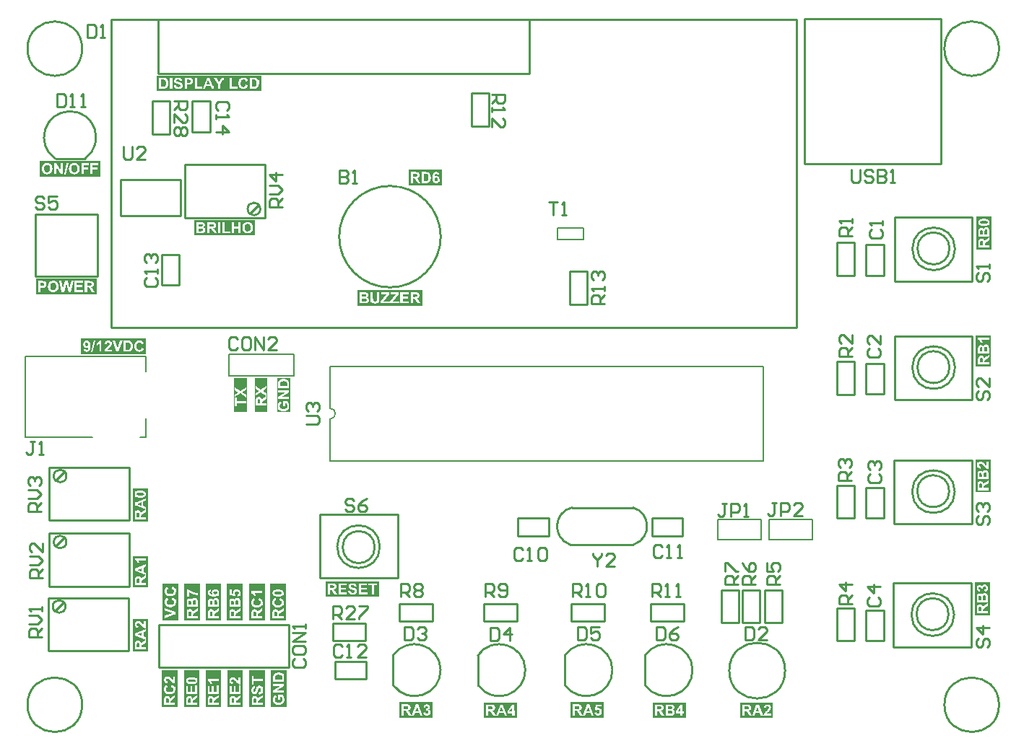
<source format=gto>
G04*
G04 #@! TF.GenerationSoftware,Altium Limited,Altium Designer,19.0.15 (446)*
G04*
G04 Layer_Color=65535*
%FSLAX24Y24*%
%MOIN*%
G70*
G01*
G75*
%ADD10C,0.0100*%
%ADD11C,0.0079*%
%ADD12C,0.0050*%
G36*
X9256Y5482D02*
X8537D01*
Y7174D01*
X9256D01*
Y5482D01*
D02*
G37*
G36*
X10433Y15117D02*
X9850D01*
Y16667D01*
X10433D01*
Y15117D01*
D02*
G37*
G36*
X10242Y5482D02*
X9523D01*
Y7174D01*
X10242D01*
Y5482D01*
D02*
G37*
G36*
X10247Y1467D02*
X9528D01*
Y3160D01*
X10247D01*
Y1467D01*
D02*
G37*
G36*
X12264D02*
X11545D01*
Y3160D01*
X12264D01*
Y1467D01*
D02*
G37*
G36*
X8252D02*
X7533D01*
Y3160D01*
X8252D01*
Y1467D01*
D02*
G37*
G36*
X12235Y5482D02*
X11516D01*
Y7174D01*
X12235D01*
Y5482D01*
D02*
G37*
G36*
X9232Y1467D02*
X8529D01*
Y3160D01*
X9232D01*
Y1467D01*
D02*
G37*
G36*
X7231D02*
X6512D01*
Y3160D01*
X7231D01*
Y1467D01*
D02*
G37*
G36*
X7265Y5482D02*
X6546D01*
Y7174D01*
X7265D01*
Y5482D01*
D02*
G37*
G36*
X8268Y5482D02*
X7549D01*
Y7175D01*
X8268D01*
Y5482D01*
D02*
G37*
G36*
X11274Y1467D02*
X10555D01*
Y3160D01*
X11274D01*
Y1467D01*
D02*
G37*
G36*
X11389Y15103D02*
X10806D01*
Y16667D01*
X11389D01*
Y15103D01*
D02*
G37*
G36*
X11263Y5482D02*
X10544D01*
Y7174D01*
X11263D01*
Y5482D01*
D02*
G37*
G36*
X10818Y23978D02*
Y23259D01*
X8002D01*
Y23978D01*
X10818D01*
D02*
G37*
G36*
X11095Y29932D02*
X6289D01*
Y30651D01*
X11095D01*
Y29932D01*
D02*
G37*
G36*
X5782Y17786D02*
X2785D01*
Y18505D01*
X5782D01*
Y17786D01*
D02*
G37*
G36*
X3510Y20542D02*
X709D01*
Y21261D01*
X3510D01*
Y20542D01*
D02*
G37*
G36*
X12430Y16667D02*
Y15093D01*
X11830D01*
Y16667D01*
X12430D01*
D02*
G37*
G36*
X16544Y6566D02*
X14065D01*
Y7285D01*
X16544D01*
Y6566D01*
D02*
G37*
G36*
X19013Y979D02*
X17489D01*
Y1691D01*
X19013D01*
Y979D01*
D02*
G37*
G36*
X30701D02*
X29163D01*
Y1682D01*
X30701D01*
Y979D01*
D02*
G37*
G36*
X34727D02*
X33209D01*
Y1682D01*
X34727D01*
Y979D01*
D02*
G37*
G36*
X44743Y7233D02*
Y5709D01*
X44031D01*
Y7233D01*
X44743D01*
D02*
G37*
G36*
X44764Y11388D02*
X44061D01*
Y12906D01*
X44764D01*
Y11388D01*
D02*
G37*
G36*
X44793Y18635D02*
Y17195D01*
X44090D01*
Y18635D01*
X44793D01*
D02*
G37*
G36*
X5875Y4026D02*
X5172D01*
Y5544D01*
X5875D01*
Y4026D01*
D02*
G37*
G36*
X5875Y7008D02*
X5172D01*
Y8448D01*
X5875D01*
Y7008D01*
D02*
G37*
G36*
X5875Y11569D02*
Y10049D01*
X5163D01*
Y11569D01*
X5875D01*
D02*
G37*
G36*
X44817Y24128D02*
Y22608D01*
X44105D01*
Y24128D01*
X44817D01*
D02*
G37*
G36*
X18547Y20731D02*
Y20020D01*
X15551D01*
Y20731D01*
X18547D01*
D02*
G37*
G36*
X19432Y26288D02*
Y25576D01*
X17904D01*
Y26288D01*
X19432D01*
D02*
G37*
G36*
X26922Y979D02*
X25389D01*
Y1690D01*
X26922D01*
Y979D01*
D02*
G37*
G36*
X22926D02*
X21388D01*
Y1682D01*
X22926D01*
Y979D01*
D02*
G37*
G36*
X3669Y25987D02*
X876D01*
Y26706D01*
X3669D01*
Y25987D01*
D02*
G37*
%LPC*%
G36*
X9158Y6912D02*
X8642D01*
D01*
X8987D01*
X8974Y6911D01*
X8961Y6910D01*
X8949Y6908D01*
X8938Y6905D01*
X8927Y6902D01*
X8917Y6898D01*
X8908Y6894D01*
X8900Y6890D01*
X8893Y6886D01*
X8887Y6882D01*
X8881Y6878D01*
X8877Y6875D01*
X8873Y6872D01*
X8870Y6869D01*
X8869Y6869D01*
X8868Y6868D01*
X8860Y6859D01*
X8853Y6851D01*
X8847Y6843D01*
X8841Y6833D01*
X8837Y6825D01*
X8833Y6816D01*
X8827Y6800D01*
X8824Y6786D01*
X8823Y6780D01*
X8822Y6775D01*
X8821Y6771D01*
Y6765D01*
X8822Y6755D01*
X8823Y6746D01*
X8828Y6728D01*
X8835Y6713D01*
X8843Y6700D01*
X8850Y6690D01*
X8857Y6681D01*
X8860Y6679D01*
X8863Y6677D01*
X8864Y6676D01*
X8864Y6675D01*
X8849Y6677D01*
X8834Y6678D01*
X8821Y6680D01*
X8810Y6681D01*
X8799Y6684D01*
X8790Y6686D01*
X8781Y6688D01*
X8774Y6690D01*
X8768Y6692D01*
X8763Y6694D01*
X8759Y6697D01*
X8755Y6698D01*
X8753Y6699D01*
X8751Y6700D01*
X8750Y6701D01*
X8741Y6710D01*
X8734Y6718D01*
X8729Y6727D01*
X8725Y6736D01*
X8724Y6743D01*
X8723Y6748D01*
X8722Y6752D01*
Y6753D01*
X8723Y6762D01*
X8725Y6769D01*
X8727Y6775D01*
X8729Y6780D01*
X8731Y6785D01*
X8734Y6788D01*
X8735Y6790D01*
X8736Y6790D01*
X8741Y6796D01*
X8748Y6800D01*
X8755Y6803D01*
X8762Y6805D01*
X8768Y6806D01*
X8774Y6808D01*
X8777Y6809D01*
X8778D01*
X8768Y6902D01*
X8747Y6897D01*
X8728Y6890D01*
X8711Y6882D01*
X8698Y6874D01*
X8688Y6866D01*
X8681Y6860D01*
X8676Y6856D01*
X8675Y6855D01*
Y6854D01*
X8664Y6839D01*
X8656Y6823D01*
X8650Y6807D01*
X8646Y6793D01*
X8644Y6779D01*
X8643Y6773D01*
Y6769D01*
X8642Y6764D01*
Y6759D01*
X8643Y6744D01*
X8645Y6730D01*
X8648Y6717D01*
X8652Y6704D01*
X8657Y6692D01*
X8662Y6681D01*
X8668Y6671D01*
X8673Y6662D01*
X8678Y6654D01*
X8685Y6647D01*
X8689Y6641D01*
X8694Y6635D01*
X8698Y6631D01*
X8701Y6628D01*
X8703Y6627D01*
X8704Y6626D01*
X8716Y6617D01*
X8730Y6609D01*
X8745Y6602D01*
X8761Y6597D01*
X8778Y6591D01*
X8794Y6588D01*
X8827Y6581D01*
X8843Y6580D01*
X8857Y6578D01*
X8870Y6577D01*
X8881Y6576D01*
X8891Y6575D01*
X8904D01*
X8929Y6576D01*
X8951Y6578D01*
X8973Y6580D01*
X8992Y6583D01*
X9009Y6587D01*
X9025Y6591D01*
X9039Y6595D01*
X9052Y6600D01*
X9063Y6604D01*
X9072Y6608D01*
X9081Y6612D01*
X9087Y6616D01*
X9092Y6619D01*
X9095Y6621D01*
X9098Y6623D01*
X9099Y6624D01*
X9109Y6633D01*
X9118Y6643D01*
X9126Y6654D01*
X9132Y6664D01*
X9138Y6674D01*
X9143Y6685D01*
X9147Y6695D01*
X9150Y6705D01*
X9153Y6714D01*
X9155Y6723D01*
X9156Y6730D01*
X9157Y6737D01*
Y6742D01*
X9158Y6747D01*
Y6600D01*
Y6912D01*
D02*
G37*
G36*
X9148Y6511D02*
X8644D01*
D01*
X9003D01*
X8986Y6510D01*
X8972Y6507D01*
X8960Y6503D01*
X8948Y6498D01*
X8939Y6493D01*
X8932Y6489D01*
X8928Y6486D01*
X8927Y6485D01*
X8915Y6475D01*
X8905Y6464D01*
X8897Y6452D01*
X8891Y6441D01*
X8887Y6431D01*
X8883Y6422D01*
X8882Y6419D01*
X8881Y6417D01*
X8880Y6416D01*
Y6415D01*
X8874Y6426D01*
X8867Y6437D01*
X8860Y6445D01*
X8853Y6453D01*
X8847Y6459D01*
X8841Y6463D01*
X8838Y6466D01*
X8837Y6467D01*
X8825Y6473D01*
X8814Y6478D01*
X8803Y6482D01*
X8793Y6484D01*
X8784Y6485D01*
X8778Y6486D01*
X8773D01*
X8771D01*
X8759Y6485D01*
X8748Y6484D01*
X8738Y6481D01*
X8729Y6478D01*
X8722Y6475D01*
X8717Y6472D01*
X8714Y6471D01*
X8712Y6470D01*
X8703Y6464D01*
X8695Y6458D01*
X8688Y6451D01*
X8682Y6445D01*
X8676Y6440D01*
X8673Y6435D01*
X8671Y6432D01*
X8670Y6432D01*
X8665Y6422D01*
X8660Y6414D01*
X8656Y6405D01*
X8654Y6396D01*
X8652Y6389D01*
X8650Y6384D01*
X8649Y6380D01*
Y6379D01*
X8648Y6366D01*
X8646Y6353D01*
X8645Y6338D01*
X8645Y6323D01*
X8644Y6310D01*
Y6088D01*
X9148D01*
Y6511D01*
D02*
G37*
G36*
Y6032D02*
X8644D01*
D01*
X9148D01*
X9050Y5970D01*
X9039Y5963D01*
X9030Y5957D01*
X9021Y5952D01*
X9013Y5945D01*
X8999Y5936D01*
X8987Y5928D01*
X8979Y5921D01*
X8973Y5916D01*
X8970Y5913D01*
X8969Y5912D01*
X8960Y5904D01*
X8953Y5895D01*
X8945Y5886D01*
X8939Y5877D01*
X8933Y5869D01*
X8930Y5863D01*
X8927Y5859D01*
X8927Y5859D01*
Y5858D01*
X8924Y5870D01*
X8922Y5881D01*
X8919Y5892D01*
X8915Y5901D01*
X8911Y5910D01*
X8907Y5919D01*
X8903Y5926D01*
X8900Y5932D01*
X8896Y5938D01*
X8892Y5943D01*
X8888Y5947D01*
X8886Y5951D01*
X8883Y5953D01*
X8881Y5955D01*
X8880Y5957D01*
X8880D01*
X8873Y5963D01*
X8865Y5969D01*
X8850Y5976D01*
X8834Y5982D01*
X8819Y5987D01*
X8806Y5989D01*
X8801Y5990D01*
X8795D01*
X8791Y5991D01*
X8788D01*
X8787D01*
X8786D01*
X8770Y5990D01*
X8754Y5988D01*
X8741Y5984D01*
X8730Y5980D01*
X8720Y5975D01*
X8713Y5972D01*
X8708Y5969D01*
X8707Y5969D01*
X8695Y5959D01*
X8685Y5950D01*
X8676Y5940D01*
X8669Y5931D01*
X8664Y5922D01*
X8660Y5916D01*
X8658Y5911D01*
X8658Y5910D01*
Y5909D01*
X8655Y5902D01*
X8653Y5894D01*
X8650Y5876D01*
X8647Y5856D01*
X8645Y5837D01*
X8645Y5829D01*
Y5813D01*
X8644Y5806D01*
Y5580D01*
X9148D01*
Y5682D01*
X8938D01*
Y5714D01*
X8939Y5725D01*
X8940Y5734D01*
X8941Y5740D01*
X8942Y5746D01*
X8943Y5750D01*
X8944Y5752D01*
Y5753D01*
X8946Y5759D01*
X8950Y5764D01*
X8956Y5774D01*
X8960Y5778D01*
X8963Y5781D01*
X8964Y5783D01*
X8965Y5783D01*
X8968Y5787D01*
X8973Y5790D01*
X8983Y5798D01*
X8995Y5807D01*
X9008Y5816D01*
X9020Y5824D01*
X9025Y5828D01*
X9030Y5831D01*
X9034Y5833D01*
X9037Y5836D01*
X9039Y5836D01*
X9039Y5837D01*
X9148Y5909D01*
Y6032D01*
D02*
G37*
%LPD*%
G36*
X9158Y6750D02*
X9157Y6763D01*
X9155Y6775D01*
X9153Y6786D01*
X9151Y6797D01*
X9147Y6808D01*
X9143Y6817D01*
X9139Y6826D01*
X9135Y6834D01*
X9130Y6841D01*
X9126Y6848D01*
X9122Y6853D01*
X9119Y6857D01*
X9116Y6861D01*
X9114Y6863D01*
X9112Y6865D01*
X9112Y6866D01*
X9102Y6874D01*
X9092Y6881D01*
X9082Y6887D01*
X9072Y6892D01*
X9062Y6897D01*
X9052Y6900D01*
X9032Y6906D01*
X9023Y6908D01*
X9014Y6909D01*
X9006Y6910D01*
X9000Y6911D01*
X8995Y6912D01*
X9158D01*
Y6750D01*
D02*
G37*
G36*
X9005Y6816D02*
X9019Y6814D01*
X9031Y6811D01*
X9041Y6808D01*
X9048Y6805D01*
X9053Y6802D01*
X9056Y6800D01*
X9057Y6799D01*
X9064Y6792D01*
X9069Y6784D01*
X9072Y6777D01*
X9075Y6770D01*
X9077Y6763D01*
X9078Y6759D01*
Y6754D01*
X9077Y6744D01*
X9074Y6735D01*
X9070Y6727D01*
X9065Y6720D01*
X9060Y6713D01*
X9056Y6709D01*
X9053Y6706D01*
X9052Y6705D01*
X9042Y6698D01*
X9030Y6693D01*
X9018Y6689D01*
X9006Y6687D01*
X8996Y6685D01*
X8987Y6684D01*
X8984D01*
X8982D01*
X8980D01*
X8979D01*
X8964Y6684D01*
X8951Y6687D01*
X8940Y6690D01*
X8931Y6694D01*
X8924Y6697D01*
X8919Y6700D01*
X8916Y6702D01*
X8915Y6703D01*
X8907Y6710D01*
X8902Y6718D01*
X8898Y6726D01*
X8896Y6733D01*
X8893Y6740D01*
X8893Y6745D01*
Y6750D01*
X8893Y6760D01*
X8897Y6769D01*
X8900Y6777D01*
X8904Y6784D01*
X8908Y6790D01*
X8912Y6794D01*
X8915Y6796D01*
X8916Y6797D01*
X8926Y6804D01*
X8936Y6809D01*
X8949Y6813D01*
X8960Y6815D01*
X8971Y6816D01*
X8979Y6817D01*
X8983D01*
X8986D01*
X8987D01*
X8988D01*
X9005Y6816D01*
D02*
G37*
G36*
X9148Y6307D02*
X9148Y6320D01*
Y6341D01*
X9147Y6350D01*
Y6364D01*
X9146Y6369D01*
Y6377D01*
X9145Y6379D01*
Y6382D01*
X9143Y6397D01*
X9140Y6410D01*
X9136Y6422D01*
X9132Y6432D01*
X9128Y6440D01*
X9125Y6446D01*
X9122Y6449D01*
X9122Y6451D01*
X9114Y6461D01*
X9105Y6469D01*
X9096Y6477D01*
X9088Y6483D01*
X9081Y6488D01*
X9075Y6492D01*
X9071Y6494D01*
X9069Y6495D01*
X9057Y6500D01*
X9046Y6504D01*
X9034Y6507D01*
X9024Y6508D01*
X9015Y6510D01*
X9009Y6511D01*
X9148D01*
Y6307D01*
D02*
G37*
G36*
X9006Y6405D02*
X9015Y6403D01*
X9023Y6401D01*
X9029Y6399D01*
X9033Y6396D01*
X9037Y6393D01*
X9039Y6392D01*
X9040Y6391D01*
X9046Y6386D01*
X9050Y6379D01*
X9053Y6373D01*
X9056Y6367D01*
X9058Y6362D01*
X9059Y6358D01*
X9060Y6355D01*
Y6354D01*
X9061Y6351D01*
Y6347D01*
X9062Y6337D01*
X9062Y6326D01*
Y6313D01*
X9063Y6303D01*
Y6190D01*
X8928D01*
Y6296D01*
X8929Y6306D01*
X8930Y6316D01*
Y6324D01*
X8930Y6331D01*
X8931Y6338D01*
X8932Y6343D01*
X8933Y6348D01*
X8933Y6353D01*
X8934Y6358D01*
X8936Y6362D01*
Y6363D01*
X8939Y6370D01*
X8942Y6376D01*
X8946Y6382D01*
X8950Y6386D01*
X8953Y6389D01*
X8956Y6392D01*
X8958Y6393D01*
X8959Y6394D01*
X8965Y6398D01*
X8972Y6401D01*
X8978Y6402D01*
X8984Y6404D01*
X8989Y6405D01*
X8993Y6406D01*
X8996D01*
X8997D01*
X9006Y6405D01*
D02*
G37*
G36*
X8794Y6386D02*
X8802Y6385D01*
X8808Y6382D01*
X8814Y6379D01*
X8819Y6376D01*
X8822Y6374D01*
X8824Y6373D01*
X8825Y6372D01*
X8830Y6366D01*
X8834Y6359D01*
X8837Y6353D01*
X8840Y6346D01*
X8841Y6340D01*
X8842Y6336D01*
X8843Y6333D01*
Y6328D01*
X8844Y6323D01*
Y6301D01*
X8844Y6288D01*
Y6190D01*
X8728D01*
Y6293D01*
X8728Y6300D01*
Y6319D01*
X8729Y6323D01*
Y6332D01*
X8730Y6335D01*
Y6336D01*
X8731Y6345D01*
X8734Y6353D01*
X8737Y6359D01*
X8740Y6364D01*
X8743Y6369D01*
X8745Y6372D01*
X8747Y6373D01*
X8748Y6374D01*
X8754Y6379D01*
X8760Y6382D01*
X8766Y6384D01*
X8772Y6386D01*
X8777Y6386D01*
X8781Y6387D01*
X8784D01*
X8785D01*
X8794Y6386D01*
D02*
G37*
G36*
X8801Y5885D02*
X8807Y5884D01*
X8814Y5883D01*
X8820Y5880D01*
X8824Y5878D01*
X8827Y5876D01*
X8830Y5876D01*
X8831Y5875D01*
X8836Y5871D01*
X8840Y5866D01*
X8847Y5857D01*
X8848Y5853D01*
X8850Y5849D01*
X8851Y5847D01*
Y5846D01*
X8852Y5843D01*
X8854Y5837D01*
X8854Y5832D01*
X8855Y5825D01*
X8856Y5810D01*
X8857Y5795D01*
X8857Y5780D01*
Y5682D01*
X8729D01*
Y5798D01*
X8730Y5805D01*
Y5820D01*
X8731Y5827D01*
Y5831D01*
X8731Y5833D01*
Y5834D01*
X8734Y5843D01*
X8736Y5850D01*
X8739Y5856D01*
X8743Y5862D01*
X8746Y5866D01*
X8749Y5869D01*
X8751Y5871D01*
X8751Y5872D01*
X8758Y5876D01*
X8764Y5879D01*
X8771Y5883D01*
X8778Y5884D01*
X8783Y5885D01*
X8788Y5886D01*
X8791D01*
X8792D01*
X8801Y5885D01*
D02*
G37*
%LPC*%
G36*
X10394Y16251D02*
X10131Y16078D01*
X9889Y16236D01*
Y16251D01*
Y15799D01*
X10131Y15957D01*
X10394Y15783D01*
Y15905D01*
X10223Y16017D01*
X10394Y16128D01*
Y16251D01*
D02*
G37*
G36*
X9974Y15767D02*
X9889D01*
Y15369D01*
X10394D01*
X9974D01*
Y15517D01*
X10394D01*
Y15619D01*
X9974D01*
Y15767D01*
D02*
G37*
%LPD*%
G36*
X10040Y16017D02*
X9889Y15918D01*
Y16117D01*
X10040Y16017D01*
D02*
G37*
%LPC*%
G36*
X10144Y6915D02*
X9638D01*
D01*
X9967D01*
X9953Y6915D01*
X9940Y6913D01*
X9927Y6912D01*
X9916Y6909D01*
X9905Y6905D01*
X9895Y6901D01*
X9886Y6897D01*
X9877Y6893D01*
X9870Y6889D01*
X9863Y6885D01*
X9858Y6881D01*
X9853Y6877D01*
X9849Y6874D01*
X9847Y6872D01*
X9845Y6871D01*
X9844Y6870D01*
X9836Y6862D01*
X9829Y6852D01*
X9823Y6843D01*
X9818Y6834D01*
X9813Y6825D01*
X9809Y6816D01*
X9804Y6799D01*
X9801Y6791D01*
X9800Y6784D01*
X9799Y6777D01*
X9798Y6772D01*
X9798Y6767D01*
Y6761D01*
X9798Y6749D01*
X9800Y6737D01*
X9803Y6725D01*
X9805Y6716D01*
X9808Y6707D01*
X9811Y6700D01*
X9813Y6697D01*
X9814Y6695D01*
X9728Y6710D01*
Y6893D01*
X9638D01*
Y6900D01*
Y6893D01*
Y6637D01*
X9901Y6588D01*
X9911Y6666D01*
X9905Y6672D01*
X9899Y6679D01*
X9890Y6691D01*
X9884Y6704D01*
X9879Y6716D01*
X9876Y6726D01*
X9875Y6734D01*
X9874Y6737D01*
Y6741D01*
X9875Y6753D01*
X9878Y6763D01*
X9882Y6773D01*
X9886Y6780D01*
X9891Y6786D01*
X9894Y6791D01*
X9897Y6794D01*
X9898Y6795D01*
X9907Y6802D01*
X9919Y6807D01*
X9930Y6811D01*
X9942Y6814D01*
X9952Y6816D01*
X9960Y6816D01*
X9963D01*
X9966D01*
X9967D01*
X9968D01*
X9985Y6816D01*
X10000Y6813D01*
X10013Y6809D01*
X10023Y6806D01*
X10031Y6802D01*
X10037Y6798D01*
X10040Y6796D01*
X10042Y6795D01*
X10050Y6786D01*
X10056Y6778D01*
X10060Y6770D01*
X10063Y6761D01*
X10065Y6754D01*
X10066Y6749D01*
X10066Y6745D01*
Y6743D01*
X10066Y6734D01*
X10063Y6725D01*
X10060Y6717D01*
X10057Y6710D01*
X10054Y6704D01*
X10051Y6700D01*
X10049Y6697D01*
X10048Y6697D01*
X10040Y6690D01*
X10032Y6684D01*
X10023Y6680D01*
X10015Y6677D01*
X10007Y6675D01*
X10001Y6674D01*
X9997Y6673D01*
X9996D01*
X10006Y6577D01*
D01*
X10017Y6579D01*
X10028Y6581D01*
X10049Y6588D01*
X10066Y6597D01*
X10080Y6606D01*
X10086Y6611D01*
X10092Y6614D01*
X10096Y6618D01*
X10100Y6622D01*
X10103Y6625D01*
X10106Y6627D01*
X10106Y6628D01*
X10107Y6629D01*
X10113Y6637D01*
X10119Y6647D01*
X10129Y6665D01*
X10135Y6684D01*
X10139Y6702D01*
X10141Y6710D01*
X10142Y6718D01*
X10143Y6725D01*
Y6731D01*
X10144Y6736D01*
Y6577D01*
D01*
Y6743D01*
X10143Y6759D01*
X10141Y6773D01*
X10138Y6788D01*
X10134Y6801D01*
X10129Y6813D01*
X10123Y6824D01*
X10117Y6835D01*
X10111Y6844D01*
X10105Y6852D01*
X10099Y6859D01*
X10093Y6866D01*
X10088Y6870D01*
X10084Y6874D01*
X10081Y6877D01*
X10079Y6879D01*
X10078Y6879D01*
X10069Y6886D01*
X10059Y6892D01*
X10040Y6900D01*
X10021Y6907D01*
X10003Y6911D01*
X9996Y6912D01*
X9989Y6914D01*
X9983Y6915D01*
X9977D01*
X9973Y6915D01*
X10144D01*
D01*
D02*
G37*
G36*
X10135Y6511D02*
X9630D01*
D01*
X9989D01*
X9973Y6510D01*
X9958Y6507D01*
X9946Y6503D01*
X9934Y6498D01*
X9925Y6493D01*
X9918Y6489D01*
X9914Y6486D01*
X9913Y6485D01*
X9901Y6475D01*
X9891Y6464D01*
X9884Y6452D01*
X9877Y6441D01*
X9873Y6431D01*
X9869Y6422D01*
X9868Y6419D01*
X9867Y6417D01*
X9867Y6416D01*
Y6415D01*
X9861Y6426D01*
X9854Y6437D01*
X9847Y6445D01*
X9839Y6453D01*
X9833Y6459D01*
X9828Y6463D01*
X9824Y6466D01*
X9823Y6467D01*
X9811Y6473D01*
X9800Y6478D01*
X9789Y6482D01*
X9779Y6484D01*
X9771Y6485D01*
X9764Y6486D01*
X9759D01*
X9758D01*
X9745Y6485D01*
X9735Y6484D01*
X9725Y6481D01*
X9715Y6478D01*
X9709Y6475D01*
X9703Y6472D01*
X9700Y6471D01*
X9699Y6470D01*
X9689Y6464D01*
X9681Y6458D01*
X9674Y6451D01*
X9668Y6445D01*
X9662Y6440D01*
X9659Y6435D01*
X9657Y6432D01*
X9656Y6432D01*
X9651Y6422D01*
X9646Y6414D01*
X9642Y6405D01*
X9640Y6396D01*
X9638Y6389D01*
X9636Y6384D01*
X9636Y6380D01*
Y6379D01*
X9634Y6366D01*
X9632Y6353D01*
X9632Y6338D01*
X9631Y6323D01*
X9630Y6310D01*
Y6088D01*
X10135D01*
Y6511D01*
D02*
G37*
G36*
Y6032D02*
X9630D01*
D01*
X10135D01*
X10036Y5970D01*
X10026Y5963D01*
X10016Y5957D01*
X10007Y5952D01*
X9999Y5945D01*
X9985Y5936D01*
X9973Y5928D01*
X9965Y5921D01*
X9960Y5916D01*
X9956Y5913D01*
X9955Y5912D01*
X9947Y5904D01*
X9939Y5895D01*
X9931Y5886D01*
X9925Y5877D01*
X9920Y5869D01*
X9916Y5863D01*
X9914Y5859D01*
X9913Y5859D01*
Y5858D01*
X9910Y5870D01*
X9908Y5881D01*
X9905Y5892D01*
X9901Y5901D01*
X9897Y5910D01*
X9894Y5919D01*
X9890Y5926D01*
X9886Y5932D01*
X9882Y5938D01*
X9878Y5943D01*
X9874Y5947D01*
X9872Y5951D01*
X9869Y5953D01*
X9867Y5955D01*
X9867Y5957D01*
X9866D01*
X9859Y5963D01*
X9851Y5969D01*
X9836Y5976D01*
X9820Y5982D01*
X9805Y5987D01*
X9792Y5989D01*
X9787Y5990D01*
X9781D01*
X9778Y5991D01*
X9775D01*
X9773D01*
X9772D01*
X9756Y5990D01*
X9741Y5988D01*
X9728Y5984D01*
X9716Y5980D01*
X9706Y5975D01*
X9699Y5972D01*
X9695Y5969D01*
X9693Y5969D01*
X9681Y5959D01*
X9671Y5950D01*
X9662Y5940D01*
X9656Y5931D01*
X9650Y5922D01*
X9646Y5916D01*
X9645Y5911D01*
X9644Y5910D01*
Y5909D01*
X9642Y5902D01*
X9639Y5894D01*
X9636Y5876D01*
X9633Y5856D01*
X9632Y5837D01*
X9631Y5829D01*
Y5813D01*
X9630Y5806D01*
Y5580D01*
X10135D01*
Y5682D01*
X9924D01*
Y5714D01*
X9925Y5725D01*
X9926Y5734D01*
X9927Y5740D01*
X9928Y5746D01*
X9930Y5750D01*
X9930Y5752D01*
Y5753D01*
X9933Y5759D01*
X9936Y5764D01*
X9943Y5774D01*
X9946Y5778D01*
X9949Y5781D01*
X9950Y5783D01*
X9951Y5783D01*
X9954Y5787D01*
X9959Y5790D01*
X9970Y5798D01*
X9981Y5807D01*
X9994Y5816D01*
X10006Y5824D01*
X10011Y5828D01*
X10016Y5831D01*
X10020Y5833D01*
X10023Y5836D01*
X10025Y5836D01*
X10026Y5837D01*
X10135Y5909D01*
Y6032D01*
D02*
G37*
%LPD*%
G36*
Y6307D02*
X10134Y6320D01*
Y6341D01*
X10133Y6350D01*
Y6364D01*
X10132Y6369D01*
Y6377D01*
X10132Y6379D01*
Y6382D01*
X10129Y6397D01*
X10126Y6410D01*
X10122Y6422D01*
X10118Y6432D01*
X10114Y6440D01*
X10111Y6446D01*
X10109Y6449D01*
X10108Y6451D01*
X10100Y6461D01*
X10091Y6469D01*
X10083Y6477D01*
X10074Y6483D01*
X10067Y6488D01*
X10061Y6492D01*
X10057Y6494D01*
X10056Y6495D01*
X10043Y6500D01*
X10032Y6504D01*
X10020Y6507D01*
X10010Y6508D01*
X10001Y6510D01*
X9995Y6511D01*
X10135D01*
Y6307D01*
D02*
G37*
G36*
X9993Y6405D02*
X10001Y6403D01*
X10009Y6401D01*
X10015Y6399D01*
X10020Y6396D01*
X10023Y6393D01*
X10026Y6392D01*
X10026Y6391D01*
X10032Y6386D01*
X10036Y6379D01*
X10040Y6373D01*
X10043Y6367D01*
X10044Y6362D01*
X10046Y6358D01*
X10046Y6355D01*
Y6354D01*
X10047Y6351D01*
Y6347D01*
X10048Y6337D01*
X10049Y6326D01*
Y6313D01*
X10050Y6303D01*
Y6190D01*
X9914D01*
Y6296D01*
X9915Y6306D01*
X9916Y6316D01*
Y6324D01*
X9917Y6331D01*
X9917Y6338D01*
X9918Y6343D01*
X9919Y6348D01*
X9920Y6353D01*
X9920Y6358D01*
X9922Y6362D01*
Y6363D01*
X9925Y6370D01*
X9928Y6376D01*
X9932Y6382D01*
X9936Y6386D01*
X9940Y6389D01*
X9943Y6392D01*
X9944Y6393D01*
X9945Y6394D01*
X9951Y6398D01*
X9958Y6401D01*
X9964Y6402D01*
X9970Y6404D01*
X9976Y6405D01*
X9980Y6406D01*
X9983D01*
X9983D01*
X9993Y6405D01*
D02*
G37*
G36*
X9780Y6386D02*
X9788Y6385D01*
X9795Y6382D01*
X9801Y6379D01*
X9805Y6376D01*
X9808Y6374D01*
X9811Y6373D01*
X9811Y6372D01*
X9816Y6366D01*
X9821Y6359D01*
X9824Y6353D01*
X9826Y6346D01*
X9828Y6340D01*
X9828Y6336D01*
X9829Y6333D01*
Y6328D01*
X9830Y6323D01*
Y6301D01*
X9831Y6288D01*
Y6190D01*
X9714D01*
Y6293D01*
X9715Y6300D01*
Y6319D01*
X9715Y6323D01*
Y6332D01*
X9716Y6335D01*
Y6336D01*
X9718Y6345D01*
X9720Y6353D01*
X9723Y6359D01*
X9726Y6364D01*
X9729Y6369D01*
X9732Y6372D01*
X9733Y6373D01*
X9734Y6374D01*
X9740Y6379D01*
X9746Y6382D01*
X9752Y6384D01*
X9758Y6386D01*
X9763Y6386D01*
X9768Y6387D01*
X9771D01*
X9771D01*
X9780Y6386D01*
D02*
G37*
G36*
X9787Y5885D02*
X9794Y5884D01*
X9801Y5883D01*
X9806Y5880D01*
X9811Y5878D01*
X9814Y5876D01*
X9816Y5876D01*
X9817Y5875D01*
X9822Y5871D01*
X9826Y5866D01*
X9833Y5857D01*
X9834Y5853D01*
X9836Y5849D01*
X9838Y5847D01*
Y5846D01*
X9838Y5843D01*
X9840Y5837D01*
X9841Y5832D01*
X9841Y5825D01*
X9842Y5810D01*
X9843Y5795D01*
X9844Y5780D01*
Y5682D01*
X9715D01*
Y5798D01*
X9716Y5805D01*
Y5820D01*
X9717Y5827D01*
Y5831D01*
X9718Y5833D01*
Y5834D01*
X9720Y5843D01*
X9722Y5850D01*
X9725Y5856D01*
X9729Y5862D01*
X9732Y5866D01*
X9735Y5869D01*
X9737Y5871D01*
X9738Y5872D01*
X9744Y5876D01*
X9751Y5879D01*
X9758Y5883D01*
X9764Y5884D01*
X9769Y5885D01*
X9774Y5886D01*
X9778D01*
X9778D01*
X9787Y5885D01*
D02*
G37*
%LPC*%
G36*
X10148Y2849D02*
X10058D01*
Y2656D01*
X10048Y2662D01*
X10041Y2669D01*
X10037Y2672D01*
X10035Y2674D01*
X10033Y2676D01*
X10032Y2676D01*
X10029Y2679D01*
X10026Y2682D01*
X10018Y2691D01*
X10008Y2700D01*
X9999Y2710D01*
X9990Y2719D01*
X9983Y2727D01*
X9980Y2729D01*
X9978Y2732D01*
X9977Y2733D01*
X9976Y2734D01*
X9962Y2750D01*
X9949Y2763D01*
X9937Y2775D01*
X9928Y2783D01*
X9921Y2790D01*
X9916Y2795D01*
X9912Y2797D01*
X9912Y2798D01*
X9899Y2807D01*
X9888Y2815D01*
X9877Y2822D01*
X9867Y2828D01*
X9859Y2831D01*
X9853Y2834D01*
X9849Y2836D01*
X9848Y2837D01*
X9836Y2841D01*
X9824Y2844D01*
X9813Y2846D01*
X9803Y2848D01*
X9795Y2848D01*
X9788Y2849D01*
X9828D01*
X9642D01*
Y2510D01*
Y2676D01*
X9644Y2664D01*
X9647Y2642D01*
X9654Y2623D01*
X9657Y2615D01*
X9660Y2607D01*
X9663Y2599D01*
X9666Y2593D01*
X9669Y2588D01*
X9672Y2584D01*
X9674Y2580D01*
X9676Y2578D01*
X9677Y2576D01*
X9677Y2576D01*
X9684Y2568D01*
X9692Y2560D01*
X9700Y2554D01*
X9710Y2548D01*
X9729Y2539D01*
X9747Y2532D01*
X9757Y2529D01*
X9765Y2527D01*
X9772Y2525D01*
X9779Y2524D01*
X9784Y2523D01*
X9788D01*
X9791Y2522D01*
X9792D01*
X9801Y2618D01*
X9786Y2619D01*
X9773Y2622D01*
X9763Y2626D01*
X9755Y2629D01*
X9748Y2632D01*
X9744Y2635D01*
X9741Y2637D01*
X9740Y2638D01*
X9734Y2646D01*
X9730Y2653D01*
X9727Y2662D01*
X9724Y2669D01*
X9723Y2676D01*
X9722Y2682D01*
Y2686D01*
X9723Y2697D01*
X9725Y2707D01*
X9727Y2715D01*
X9730Y2722D01*
X9734Y2728D01*
X9737Y2732D01*
X9739Y2734D01*
X9740Y2735D01*
X9747Y2741D01*
X9755Y2745D01*
X9763Y2748D01*
X9771Y2750D01*
X9778Y2752D01*
X9784Y2752D01*
X9788D01*
X9790D01*
X9800Y2752D01*
X9811Y2749D01*
X9821Y2746D01*
X9830Y2742D01*
X9838Y2738D01*
X9843Y2735D01*
X9847Y2733D01*
X9849Y2732D01*
X9853Y2729D01*
X9859Y2725D01*
X9864Y2719D01*
X9870Y2713D01*
X9884Y2700D01*
X9898Y2686D01*
X9910Y2673D01*
X9916Y2667D01*
X9921Y2662D01*
X9925Y2658D01*
X9929Y2655D01*
X9930Y2652D01*
X9931Y2652D01*
X9945Y2637D01*
X9958Y2623D01*
X9970Y2612D01*
X9982Y2600D01*
X9992Y2590D01*
X10002Y2582D01*
X10012Y2573D01*
X10020Y2566D01*
X10027Y2561D01*
X10034Y2556D01*
X10039Y2552D01*
X10044Y2548D01*
X10048Y2546D01*
X10050Y2544D01*
X10051Y2543D01*
X10052D01*
X10069Y2533D01*
X10086Y2527D01*
X10102Y2520D01*
X10118Y2517D01*
X10130Y2513D01*
X10135Y2513D01*
X10140Y2512D01*
X10143Y2511D01*
X10146Y2510D01*
X10148D01*
Y2849D01*
D02*
G37*
G36*
Y2457D02*
X10063D01*
Y2176D01*
X9926D01*
Y2428D01*
X9841D01*
Y2176D01*
X9729D01*
Y2447D01*
X9644D01*
Y2457D01*
Y2074D01*
X10148D01*
Y2457D01*
D02*
G37*
G36*
Y2017D02*
X10050Y1956D01*
X10039Y1949D01*
X10030Y1943D01*
X10021Y1937D01*
X10012Y1931D01*
X9998Y1922D01*
X9987Y1914D01*
X9979Y1907D01*
X9973Y1902D01*
X9969Y1899D01*
X9969Y1898D01*
X9960Y1890D01*
X9952Y1881D01*
X9945Y1871D01*
X9939Y1863D01*
X9933Y1855D01*
X9929Y1849D01*
X9927Y1845D01*
X9926Y1845D01*
Y1844D01*
X9924Y1856D01*
X9922Y1867D01*
X9919Y1878D01*
X9915Y1887D01*
X9911Y1896D01*
X9907Y1904D01*
X9903Y1911D01*
X9899Y1918D01*
X9896Y1924D01*
X9892Y1929D01*
X9888Y1933D01*
X9886Y1937D01*
X9883Y1939D01*
X9881Y1941D01*
X9880Y1943D01*
X9879D01*
X9873Y1949D01*
X9865Y1954D01*
X9849Y1962D01*
X9833Y1968D01*
X9819Y1973D01*
X9806Y1975D01*
X9800Y1976D01*
X9795D01*
X9791Y1977D01*
X9788D01*
X9786D01*
X9786D01*
X9770Y1976D01*
X9754Y1974D01*
X9741Y1970D01*
X9730Y1966D01*
X9720Y1961D01*
X9713Y1958D01*
X9708Y1955D01*
X9707Y1954D01*
X9694Y1945D01*
X9684Y1936D01*
X9676Y1926D01*
X9669Y1917D01*
X9664Y1908D01*
X9660Y1901D01*
X9658Y1897D01*
X9657Y1896D01*
Y1895D01*
X9655Y1888D01*
X9653Y1880D01*
X9650Y1861D01*
X9647Y1842D01*
X9645Y1823D01*
X9644Y1815D01*
Y1798D01*
X9644Y1792D01*
Y1566D01*
X10148D01*
Y1668D01*
X9938D01*
Y1700D01*
X9939Y1711D01*
X9939Y1719D01*
X9941Y1726D01*
X9942Y1732D01*
X9943Y1735D01*
X9944Y1738D01*
Y1739D01*
X9946Y1745D01*
X9949Y1750D01*
X9956Y1760D01*
X9959Y1764D01*
X9962Y1767D01*
X9964Y1769D01*
X9965Y1769D01*
X9968Y1772D01*
X9972Y1775D01*
X9983Y1784D01*
X9995Y1793D01*
X10008Y1802D01*
X10020Y1810D01*
X10025Y1814D01*
X10030Y1817D01*
X10034Y1819D01*
X10037Y1822D01*
X10038Y1822D01*
X10039Y1823D01*
X10148Y1895D01*
Y2017D01*
D02*
G37*
%LPD*%
G36*
X9772Y2848D02*
X9761Y2848D01*
X9742Y2842D01*
X9725Y2835D01*
X9710Y2828D01*
X9699Y2820D01*
X9694Y2816D01*
X9690Y2813D01*
X9687Y2810D01*
X9684Y2808D01*
X9684Y2807D01*
X9683Y2806D01*
X9676Y2798D01*
X9669Y2789D01*
X9664Y2779D01*
X9659Y2770D01*
X9652Y2750D01*
X9647Y2732D01*
X9645Y2722D01*
X9644Y2715D01*
X9644Y2707D01*
X9643Y2701D01*
X9642Y2695D01*
Y2849D01*
X9783D01*
X9772Y2848D01*
D02*
G37*
G36*
X9800Y1871D02*
X9807Y1870D01*
X9814Y1868D01*
X9820Y1866D01*
X9824Y1864D01*
X9827Y1862D01*
X9830Y1861D01*
X9830Y1861D01*
X9836Y1857D01*
X9839Y1852D01*
X9846Y1843D01*
X9848Y1838D01*
X9849Y1835D01*
X9851Y1833D01*
Y1832D01*
X9852Y1828D01*
X9853Y1823D01*
X9854Y1818D01*
X9855Y1811D01*
X9856Y1796D01*
X9856Y1781D01*
X9857Y1766D01*
Y1668D01*
X9729D01*
Y1784D01*
X9730Y1791D01*
Y1806D01*
X9730Y1813D01*
Y1817D01*
X9731Y1819D01*
Y1820D01*
X9734Y1828D01*
X9736Y1836D01*
X9739Y1842D01*
X9743Y1848D01*
X9746Y1852D01*
X9749Y1855D01*
X9750Y1857D01*
X9751Y1858D01*
X9757Y1862D01*
X9764Y1865D01*
X9771Y1868D01*
X9777Y1870D01*
X9783Y1871D01*
X9787Y1871D01*
X9791D01*
X9792D01*
X9800Y1871D01*
D02*
G37*
%LPC*%
G36*
X12156Y3061D02*
D01*
Y2830D01*
X12155Y2850D01*
X12155Y2868D01*
X12153Y2884D01*
X12151Y2896D01*
X12149Y2907D01*
X12148Y2914D01*
X12147Y2918D01*
X12146Y2920D01*
X12140Y2936D01*
X12134Y2950D01*
X12127Y2962D01*
X12120Y2973D01*
X12115Y2980D01*
X12110Y2987D01*
X12106Y2990D01*
X12105Y2991D01*
X12092Y3003D01*
X12077Y3014D01*
X12062Y3023D01*
X12048Y3031D01*
X12036Y3037D01*
X12030Y3040D01*
X12026Y3042D01*
X12022Y3043D01*
X12019Y3044D01*
X12017Y3045D01*
X12016D01*
X11999Y3050D01*
X11980Y3054D01*
X11963Y3057D01*
X11946Y3059D01*
X11931Y3060D01*
X11925D01*
X11920Y3061D01*
X11909D01*
X11883Y3060D01*
X11860Y3059D01*
X11840Y3056D01*
X11831Y3054D01*
X11823Y3053D01*
X11815Y3051D01*
X11809Y3050D01*
X11803Y3048D01*
X11798Y3046D01*
X11794Y3046D01*
X11792Y3045D01*
X11791Y3044D01*
X11790D01*
X11772Y3037D01*
X11757Y3030D01*
X11743Y3022D01*
X11731Y3014D01*
X11721Y3007D01*
X11715Y3001D01*
X11710Y2997D01*
X11708Y2997D01*
Y2996D01*
X11697Y2983D01*
X11687Y2970D01*
X11678Y2958D01*
X11672Y2947D01*
X11668Y2936D01*
X11664Y2928D01*
X11663Y2925D01*
X11662Y2923D01*
X11662Y2921D01*
Y2921D01*
X11658Y2907D01*
X11655Y2891D01*
X11654Y2876D01*
X11653Y2860D01*
X11652Y2846D01*
X11652Y2840D01*
Y2841D01*
Y2639D01*
X12156D01*
Y3061D01*
D02*
G37*
G36*
Y2532D02*
X11652D01*
Y2131D01*
X12156D01*
Y2532D01*
D02*
G37*
G36*
X12088Y2037D02*
X11886D01*
Y1818D01*
X11971D01*
Y1934D01*
X12036D01*
X12042Y1924D01*
X12048Y1915D01*
X12053Y1906D01*
X12058Y1898D01*
X12062Y1890D01*
X12064Y1884D01*
X12066Y1880D01*
X12066Y1878D01*
X12070Y1866D01*
X12073Y1855D01*
X12076Y1844D01*
X12077Y1835D01*
X12078Y1826D01*
X12079Y1820D01*
Y1815D01*
X12078Y1803D01*
X12076Y1792D01*
X12075Y1781D01*
X12072Y1771D01*
X12065Y1753D01*
X12056Y1739D01*
X12052Y1732D01*
X12048Y1726D01*
X12044Y1722D01*
X12041Y1717D01*
X12038Y1714D01*
X12036Y1712D01*
X12035Y1711D01*
X12034Y1710D01*
X12025Y1703D01*
X12015Y1697D01*
X12005Y1692D01*
X11994Y1688D01*
X11971Y1680D01*
X11950Y1676D01*
X11939Y1674D01*
X11930Y1673D01*
X11921Y1673D01*
X11913Y1672D01*
X11907Y1671D01*
X11903D01*
X11900D01*
X11899D01*
X11883Y1672D01*
X11870Y1673D01*
X11856Y1675D01*
X11844Y1677D01*
X11833Y1680D01*
X11822Y1683D01*
X11813Y1686D01*
X11804Y1690D01*
X11797Y1694D01*
X11791Y1697D01*
X11785Y1700D01*
X11781Y1703D01*
X11778Y1706D01*
X11775Y1708D01*
X11774Y1709D01*
X11773Y1709D01*
X11765Y1717D01*
X11758Y1725D01*
X11753Y1734D01*
X11748Y1742D01*
X11741Y1760D01*
X11735Y1777D01*
X11732Y1792D01*
X11731Y1798D01*
X11731Y1805D01*
X11730Y1809D01*
Y1815D01*
X11731Y1831D01*
X11733Y1845D01*
X11737Y1858D01*
X11741Y1868D01*
X11744Y1877D01*
X11748Y1883D01*
X11751Y1887D01*
X11751Y1888D01*
X11760Y1898D01*
X11770Y1907D01*
X11779Y1914D01*
X11788Y1919D01*
X11797Y1924D01*
X11804Y1926D01*
X11808Y1927D01*
X11809Y1928D01*
X11810D01*
X11791Y2030D01*
X11778Y2027D01*
X11766Y2022D01*
X11745Y2013D01*
X11735Y2007D01*
X11727Y2001D01*
X11718Y1996D01*
X11711Y1990D01*
X11705Y1984D01*
X11699Y1979D01*
X11695Y1974D01*
X11690Y1970D01*
X11687Y1967D01*
X11685Y1964D01*
X11684Y1962D01*
X11683Y1961D01*
X11676Y1951D01*
X11670Y1940D01*
X11665Y1928D01*
X11660Y1917D01*
X11653Y1892D01*
X11648Y1869D01*
X11646Y1858D01*
X11645Y1848D01*
X11645Y1838D01*
X11644Y1831D01*
X11643Y1825D01*
Y1826D01*
Y1815D01*
X11644Y1789D01*
X11647Y1766D01*
X11649Y1755D01*
X11651Y1745D01*
X11653Y1736D01*
X11655Y1728D01*
X11658Y1721D01*
X11661Y1714D01*
X11662Y1709D01*
X11665Y1703D01*
X11666Y1699D01*
X11668Y1697D01*
X11668Y1696D01*
Y1695D01*
X11682Y1673D01*
X11697Y1653D01*
X11713Y1636D01*
X11728Y1623D01*
X11741Y1612D01*
X11748Y1608D01*
X11753Y1604D01*
X11757Y1602D01*
X11760Y1600D01*
X11762Y1599D01*
X11763Y1598D01*
X11787Y1587D01*
X11811Y1580D01*
X11834Y1573D01*
X11856Y1570D01*
X11866Y1569D01*
X11874Y1567D01*
X11883Y1567D01*
X11890D01*
X11895Y1566D01*
X11643D01*
X12165D01*
Y1845D01*
Y1821D01*
X12165Y1844D01*
X12162Y1866D01*
X12158Y1887D01*
X12154Y1905D01*
X12152Y1914D01*
X12149Y1921D01*
X12148Y1927D01*
X12146Y1933D01*
X12145Y1937D01*
X12143Y1941D01*
X12142Y1943D01*
Y1944D01*
X12133Y1965D01*
X12124Y1984D01*
X12115Y2000D01*
X12106Y2013D01*
X12099Y2023D01*
X12093Y2030D01*
X12089Y2035D01*
X12088Y2037D01*
D02*
G37*
%LPD*%
G36*
X11925Y2955D02*
X11943Y2954D01*
X11960Y2953D01*
X11973Y2950D01*
X11983Y2948D01*
X11991Y2947D01*
X11993Y2946D01*
X11996D01*
X11996Y2945D01*
X11997D01*
X12009Y2941D01*
X12019Y2937D01*
X12027Y2933D01*
X12034Y2928D01*
X12039Y2924D01*
X12042Y2922D01*
X12045Y2920D01*
X12046Y2919D01*
X12051Y2913D01*
X12055Y2906D01*
X12062Y2892D01*
X12063Y2887D01*
X12065Y2882D01*
X12066Y2878D01*
Y2878D01*
X12068Y2870D01*
X12069Y2861D01*
X12070Y2850D01*
Y2841D01*
X12071Y2831D01*
Y2742D01*
X11737D01*
Y2808D01*
X11738Y2818D01*
Y2826D01*
X11738Y2834D01*
Y2840D01*
X11739Y2846D01*
Y2851D01*
X11741Y2860D01*
X11741Y2865D01*
X11742Y2869D01*
Y2870D01*
X11745Y2880D01*
X11748Y2889D01*
X11752Y2897D01*
X11756Y2904D01*
X11760Y2909D01*
X11763Y2914D01*
X11765Y2916D01*
X11766Y2917D01*
X11773Y2924D01*
X11781Y2929D01*
X11789Y2934D01*
X11797Y2938D01*
X11804Y2941D01*
X11810Y2944D01*
X11814Y2944D01*
X11815Y2945D01*
X11827Y2949D01*
X11842Y2951D01*
X11857Y2954D01*
X11871Y2954D01*
X11884Y2955D01*
X11890Y2956D01*
X11894D01*
X11899D01*
X11902D01*
X11903D01*
X11904D01*
X11925Y2955D01*
D02*
G37*
G36*
X11652Y2229D02*
Y2437D01*
X11990D01*
X11652Y2229D01*
D02*
G37*
G36*
X12156Y2225D02*
X11825D01*
X12156Y2430D01*
Y2225D01*
D02*
G37*
G36*
X12165Y1566D02*
X11903D01*
X11930Y1567D01*
X11955Y1570D01*
X11977Y1575D01*
X11988Y1577D01*
X11998Y1580D01*
X12006Y1583D01*
X12014Y1586D01*
X12021Y1588D01*
X12027Y1590D01*
X12032Y1593D01*
X12035Y1593D01*
X12037Y1595D01*
X12038D01*
X12059Y1607D01*
X12079Y1621D01*
X12095Y1636D01*
X12108Y1649D01*
X12119Y1663D01*
X12123Y1668D01*
X12126Y1673D01*
X12128Y1677D01*
X12131Y1680D01*
X12132Y1682D01*
X12132Y1682D01*
X12138Y1694D01*
X12143Y1706D01*
X12152Y1729D01*
X12157Y1752D01*
X12162Y1774D01*
X12162Y1784D01*
X12164Y1792D01*
X12165Y1801D01*
Y1808D01*
X12165Y1813D01*
Y1566D01*
D02*
G37*
%LPC*%
G36*
X8153Y2850D02*
Y2686D01*
X8152Y2699D01*
X8151Y2712D01*
X8149Y2724D01*
X8145Y2735D01*
X8141Y2745D01*
X8137Y2755D01*
X8132Y2763D01*
X8127Y2771D01*
X8122Y2778D01*
X8118Y2783D01*
X8114Y2788D01*
X8109Y2792D01*
X8106Y2796D01*
X8104Y2798D01*
X8102Y2799D01*
X8102Y2800D01*
X8089Y2808D01*
X8075Y2816D01*
X8059Y2823D01*
X8043Y2829D01*
X8026Y2834D01*
X8010Y2838D01*
X7976Y2844D01*
X7960Y2846D01*
X7944Y2848D01*
X7931Y2848D01*
X7919Y2849D01*
X7910Y2850D01*
X7896D01*
X7870Y2849D01*
X7846Y2848D01*
X7824Y2845D01*
X7803Y2842D01*
X7785Y2838D01*
X7768Y2834D01*
X7753Y2830D01*
X7739Y2825D01*
X7728Y2821D01*
X7718Y2816D01*
X7709Y2812D01*
X7702Y2808D01*
X7698Y2805D01*
X7694Y2803D01*
X7692Y2801D01*
X7691Y2801D01*
X7682Y2792D01*
X7673Y2784D01*
X7666Y2775D01*
X7660Y2765D01*
X7655Y2756D01*
X7651Y2746D01*
X7647Y2737D01*
X7645Y2728D01*
X7642Y2719D01*
X7641Y2712D01*
X7639Y2705D01*
X7639Y2699D01*
X7638Y2693D01*
Y2686D01*
X7639Y2673D01*
X7640Y2660D01*
X7642Y2649D01*
X7646Y2637D01*
X7650Y2627D01*
X7654Y2618D01*
X7659Y2609D01*
X7664Y2602D01*
X7669Y2595D01*
X7673Y2589D01*
X7678Y2583D01*
X7682Y2580D01*
X7685Y2576D01*
X7688Y2573D01*
X7689Y2573D01*
X7690Y2572D01*
X7702Y2563D01*
X7717Y2556D01*
X7732Y2549D01*
X7748Y2543D01*
X7765Y2539D01*
X7782Y2535D01*
X7816Y2529D01*
X7832Y2527D01*
X7847Y2525D01*
X7860Y2524D01*
X7872Y2523D01*
X7881Y2523D01*
X7638D01*
X8153D01*
Y2850D01*
D02*
G37*
G36*
X8144Y2457D02*
X8059D01*
Y2176D01*
X7922D01*
Y2428D01*
X7837D01*
Y2176D01*
X7725D01*
Y2447D01*
X7639D01*
Y2074D01*
X8144D01*
Y2457D01*
D02*
G37*
G36*
Y2017D02*
X7639D01*
Y1566D01*
X8144D01*
Y1806D01*
Y1668D01*
X7933D01*
Y1700D01*
X7934Y1711D01*
X7935Y1719D01*
X7937Y1726D01*
X7937Y1732D01*
X7939Y1735D01*
X7940Y1738D01*
Y1739D01*
X7942Y1745D01*
X7945Y1750D01*
X7952Y1760D01*
X7955Y1764D01*
X7958Y1767D01*
X7960Y1769D01*
X7960Y1769D01*
X7963Y1772D01*
X7968Y1775D01*
X7979Y1784D01*
X7990Y1793D01*
X8003Y1802D01*
X8016Y1810D01*
X8020Y1814D01*
X8026Y1817D01*
X8030Y1819D01*
X8033Y1821D01*
X8034Y1822D01*
X8035Y1823D01*
X8144Y1895D01*
Y2017D01*
D02*
G37*
%LPD*%
G36*
X7927Y2747D02*
X7940D01*
X7953Y2746D01*
X7965Y2745D01*
X7975Y2745D01*
X7984Y2744D01*
X7993Y2743D01*
X8000Y2742D01*
X8006Y2741D01*
X8011Y2740D01*
X8015Y2739D01*
X8019Y2738D01*
X8021D01*
X8022Y2738D01*
X8023D01*
X8033Y2735D01*
X8041Y2731D01*
X8048Y2728D01*
X8053Y2724D01*
X8057Y2721D01*
X8060Y2719D01*
X8062Y2717D01*
X8063Y2716D01*
X8066Y2711D01*
X8069Y2706D01*
X8072Y2696D01*
X8073Y2692D01*
X8073Y2689D01*
Y2686D01*
X8073Y2680D01*
X8072Y2674D01*
X8070Y2669D01*
X8068Y2664D01*
X8066Y2660D01*
X8064Y2657D01*
X8063Y2656D01*
X8063Y2655D01*
X8057Y2650D01*
X8051Y2646D01*
X8044Y2642D01*
X8036Y2639D01*
X8030Y2636D01*
X8024Y2635D01*
X8020Y2634D01*
X8019Y2633D01*
X8012Y2632D01*
X8003Y2630D01*
X7995Y2629D01*
X7985Y2629D01*
X7965Y2627D01*
X7944Y2626D01*
X7935D01*
X7926D01*
X7917Y2625D01*
X7910D01*
X7904D01*
X7900D01*
X7897D01*
X7896D01*
X7880D01*
X7865Y2626D01*
X7851D01*
X7838Y2626D01*
X7827Y2627D01*
X7817Y2628D01*
X7808Y2629D01*
X7799Y2629D01*
X7792Y2630D01*
X7786Y2631D01*
X7781Y2632D01*
X7776Y2632D01*
X7773Y2633D01*
X7771Y2634D01*
X7770D01*
X7769D01*
X7759Y2637D01*
X7751Y2640D01*
X7744Y2644D01*
X7738Y2647D01*
X7735Y2650D01*
X7732Y2652D01*
X7730Y2654D01*
X7729Y2655D01*
X7725Y2660D01*
X7722Y2666D01*
X7721Y2671D01*
X7719Y2676D01*
X7718Y2680D01*
X7718Y2683D01*
Y2686D01*
X7718Y2692D01*
X7719Y2698D01*
X7722Y2703D01*
X7723Y2708D01*
X7725Y2711D01*
X7728Y2714D01*
X7728Y2715D01*
X7729Y2716D01*
X7735Y2721D01*
X7741Y2725D01*
X7756Y2732D01*
X7763Y2735D01*
X7768Y2737D01*
X7772Y2738D01*
X7773D01*
X7774D01*
X7781Y2740D01*
X7788Y2742D01*
X7798Y2743D01*
X7807Y2744D01*
X7827Y2745D01*
X7847Y2747D01*
X7857D01*
X7866D01*
X7874Y2748D01*
X7881D01*
X7887D01*
X7892D01*
X7895D01*
X7896D01*
X7912D01*
X7927Y2747D01*
D02*
G37*
G36*
X8153Y2523D02*
X7895D01*
X7921Y2523D01*
X7946Y2525D01*
X7967Y2527D01*
X7988Y2530D01*
X8006Y2533D01*
X8023Y2537D01*
X8037Y2541D01*
X8050Y2545D01*
X8062Y2549D01*
X8072Y2553D01*
X8079Y2557D01*
X8086Y2560D01*
X8091Y2563D01*
X8094Y2566D01*
X8096Y2566D01*
X8097Y2567D01*
X8107Y2576D01*
X8116Y2586D01*
X8123Y2595D01*
X8129Y2605D01*
X8135Y2615D01*
X8139Y2625D01*
X8143Y2635D01*
X8146Y2644D01*
X8149Y2652D01*
X8150Y2661D01*
X8152Y2668D01*
X8152Y2674D01*
Y2679D01*
X8153Y2683D01*
Y2523D01*
D02*
G37*
G36*
X8046Y1956D02*
X8035Y1949D01*
X8026Y1943D01*
X8016Y1937D01*
X8008Y1931D01*
X7994Y1922D01*
X7983Y1914D01*
X7974Y1907D01*
X7969Y1902D01*
X7965Y1899D01*
X7964Y1898D01*
X7956Y1890D01*
X7948Y1881D01*
X7940Y1871D01*
X7934Y1863D01*
X7929Y1855D01*
X7925Y1849D01*
X7923Y1845D01*
X7922Y1845D01*
Y1844D01*
X7920Y1856D01*
X7917Y1867D01*
X7914Y1878D01*
X7910Y1887D01*
X7907Y1896D01*
X7903Y1904D01*
X7899Y1911D01*
X7895Y1918D01*
X7891Y1924D01*
X7887Y1929D01*
X7884Y1933D01*
X7881Y1937D01*
X7878Y1939D01*
X7877Y1941D01*
X7876Y1943D01*
X7875D01*
X7868Y1949D01*
X7861Y1954D01*
X7845Y1962D01*
X7829Y1968D01*
X7814Y1973D01*
X7801Y1975D01*
X7796Y1976D01*
X7791D01*
X7787Y1977D01*
X7784D01*
X7782D01*
X7781D01*
X7765Y1976D01*
X7750Y1974D01*
X7737Y1970D01*
X7725Y1966D01*
X7715Y1961D01*
X7708Y1958D01*
X7704Y1955D01*
X7702Y1954D01*
X7690Y1945D01*
X7680Y1936D01*
X7672Y1926D01*
X7665Y1917D01*
X7659Y1908D01*
X7655Y1901D01*
X7654Y1897D01*
X7653Y1896D01*
Y1895D01*
X7651Y1888D01*
X7649Y1880D01*
X7645Y1861D01*
X7642Y1842D01*
X7641Y1823D01*
X7640Y1815D01*
Y1798D01*
X7639Y1792D01*
Y2017D01*
X8144D01*
X8046Y1956D01*
D02*
G37*
G36*
X7796Y1871D02*
X7803Y1870D01*
X7810Y1868D01*
X7815Y1866D01*
X7820Y1864D01*
X7823Y1862D01*
X7825Y1861D01*
X7826Y1861D01*
X7831Y1857D01*
X7835Y1852D01*
X7842Y1843D01*
X7844Y1838D01*
X7845Y1835D01*
X7847Y1833D01*
Y1832D01*
X7847Y1828D01*
X7849Y1823D01*
X7850Y1818D01*
X7851Y1811D01*
X7851Y1796D01*
X7852Y1781D01*
X7853Y1766D01*
Y1668D01*
X7725D01*
Y1784D01*
X7725Y1791D01*
Y1806D01*
X7726Y1813D01*
Y1817D01*
X7727Y1819D01*
Y1820D01*
X7729Y1828D01*
X7732Y1836D01*
X7735Y1842D01*
X7738Y1848D01*
X7742Y1852D01*
X7745Y1855D01*
X7746Y1857D01*
X7747Y1858D01*
X7753Y1862D01*
X7760Y1865D01*
X7767Y1868D01*
X7773Y1870D01*
X7778Y1871D01*
X7783Y1871D01*
X7787D01*
X7788D01*
X7796Y1871D01*
D02*
G37*
%LPC*%
G36*
X12137Y6902D02*
X11621D01*
D01*
X11879D01*
X11853Y6902D01*
X11830Y6900D01*
X11807Y6898D01*
X11787Y6895D01*
X11768Y6891D01*
X11751Y6887D01*
X11737Y6882D01*
X11723Y6878D01*
X11711Y6873D01*
X11701Y6869D01*
X11693Y6865D01*
X11686Y6861D01*
X11681Y6858D01*
X11678Y6856D01*
X11675Y6854D01*
X11674Y6853D01*
X11665Y6845D01*
X11657Y6836D01*
X11650Y6827D01*
X11644Y6818D01*
X11638Y6809D01*
X11635Y6799D01*
X11631Y6790D01*
X11628Y6780D01*
X11626Y6772D01*
X11625Y6764D01*
X11623Y6757D01*
X11622Y6751D01*
X11621Y6746D01*
Y6739D01*
X11622Y6726D01*
X11624Y6713D01*
X11626Y6701D01*
X11630Y6690D01*
X11634Y6680D01*
X11638Y6670D01*
X11643Y6662D01*
X11648Y6654D01*
X11652Y6647D01*
X11657Y6641D01*
X11661Y6636D01*
X11665Y6632D01*
X11669Y6629D01*
X11671Y6626D01*
X11673Y6625D01*
X11674Y6624D01*
X11686Y6616D01*
X11701Y6608D01*
X11716Y6601D01*
X11732Y6596D01*
X11749Y6591D01*
X11766Y6588D01*
X11800Y6581D01*
X11816Y6579D01*
X11830Y6578D01*
X11843Y6577D01*
X11856Y6576D01*
X11865Y6575D01*
X11879D01*
X11905Y6576D01*
X11929Y6578D01*
X11951Y6579D01*
X11972Y6582D01*
X11990Y6585D01*
X12006Y6589D01*
X12021Y6594D01*
X12034Y6598D01*
X12045Y6601D01*
X12055Y6606D01*
X12063Y6610D01*
X12069Y6613D01*
X12075Y6616D01*
X12078Y6618D01*
X12080Y6619D01*
X12081Y6620D01*
X12091Y6628D01*
X12099Y6638D01*
X12107Y6647D01*
X12113Y6657D01*
X12118Y6667D01*
X12123Y6677D01*
X12127Y6687D01*
X12130Y6697D01*
X12132Y6705D01*
X12134Y6713D01*
X12135Y6720D01*
X12136Y6727D01*
Y6732D01*
X12137Y6736D01*
Y6591D01*
Y6742D01*
Y6739D01*
X12136Y6752D01*
X12134Y6765D01*
X12132Y6776D01*
X12128Y6787D01*
X12124Y6797D01*
X12121Y6807D01*
X12116Y6816D01*
X12111Y6823D01*
X12106Y6830D01*
X12101Y6836D01*
X12098Y6841D01*
X12093Y6845D01*
X12090Y6849D01*
X12088Y6851D01*
X12086Y6852D01*
X12085Y6852D01*
X12073Y6861D01*
X12058Y6869D01*
X12043Y6876D01*
X12027Y6882D01*
X12010Y6886D01*
X11993Y6890D01*
X11959Y6896D01*
X11943Y6899D01*
X11928Y6900D01*
X11915Y6901D01*
X11903Y6902D01*
X11893Y6902D01*
X12137D01*
D01*
D02*
G37*
G36*
X12136Y6509D02*
X11615D01*
X11972D01*
X11942Y6410D01*
X11962Y6405D01*
X11978Y6398D01*
X11992Y6391D01*
X12004Y6384D01*
X12012Y6378D01*
X12019Y6373D01*
X12022Y6369D01*
X12024Y6368D01*
X12032Y6356D01*
X12038Y6345D01*
X12043Y6333D01*
X12046Y6322D01*
X12048Y6313D01*
X12048Y6305D01*
X12049Y6302D01*
Y6298D01*
X12048Y6288D01*
X12048Y6279D01*
X12043Y6261D01*
X12037Y6246D01*
X12029Y6233D01*
X12022Y6223D01*
X12015Y6215D01*
X12011Y6210D01*
X12010Y6210D01*
X12009Y6209D01*
X12001Y6203D01*
X11992Y6198D01*
X11982Y6194D01*
X11971Y6190D01*
X11948Y6184D01*
X11926Y6180D01*
X11915Y6178D01*
X11905Y6177D01*
X11896Y6176D01*
X11888D01*
X11882Y6175D01*
X11876D01*
X11873D01*
X11873D01*
X11856Y6176D01*
X11841Y6177D01*
X11826Y6178D01*
X11814Y6180D01*
X11802Y6183D01*
X11791Y6186D01*
X11782Y6189D01*
X11774Y6193D01*
X11766Y6196D01*
X11760Y6199D01*
X11754Y6202D01*
X11750Y6204D01*
X11747Y6207D01*
X11744Y6208D01*
X11743Y6210D01*
X11742D01*
X11735Y6217D01*
X11728Y6224D01*
X11723Y6231D01*
X11718Y6238D01*
X11711Y6253D01*
X11707Y6268D01*
X11704Y6281D01*
X11703Y6286D01*
X11702Y6291D01*
X11701Y6295D01*
Y6300D01*
X11702Y6315D01*
X11705Y6328D01*
X11708Y6340D01*
X11713Y6350D01*
X11717Y6359D01*
X11721Y6364D01*
X11724Y6368D01*
X11724Y6369D01*
X11734Y6379D01*
X11744Y6387D01*
X11754Y6394D01*
X11764Y6399D01*
X11773Y6402D01*
X11780Y6406D01*
X11784Y6406D01*
X11785Y6407D01*
X11786D01*
X11762Y6508D01*
X11740Y6501D01*
X11722Y6492D01*
X11707Y6483D01*
X11694Y6475D01*
X11683Y6467D01*
X11676Y6461D01*
X11671Y6457D01*
X11670Y6456D01*
Y6455D01*
X11660Y6444D01*
X11651Y6432D01*
X11644Y6420D01*
X11638Y6408D01*
X11632Y6396D01*
X11628Y6382D01*
X11625Y6371D01*
X11621Y6359D01*
X11619Y6348D01*
X11618Y6338D01*
X11616Y6329D01*
X11615Y6321D01*
X11615Y6315D01*
Y6306D01*
X11615Y6286D01*
X11618Y6268D01*
X11621Y6250D01*
X11625Y6234D01*
X11631Y6219D01*
X11637Y6205D01*
X11643Y6192D01*
X11649Y6180D01*
X11656Y6170D01*
X11662Y6161D01*
X11668Y6153D01*
X11674Y6146D01*
X11678Y6141D01*
X11681Y6137D01*
X11684Y6135D01*
X11684Y6134D01*
X11698Y6123D01*
X11713Y6113D01*
X11728Y6104D01*
X11744Y6097D01*
X11760Y6091D01*
X11777Y6086D01*
X11793Y6081D01*
X11809Y6078D01*
X11823Y6075D01*
X11836Y6073D01*
X11849Y6072D01*
X11860Y6071D01*
X11868D01*
X11875Y6070D01*
X11880D01*
X11902Y6071D01*
X11923Y6073D01*
X11942Y6076D01*
X11959Y6080D01*
X11976Y6085D01*
X11992Y6091D01*
X12006Y6096D01*
X12019Y6102D01*
X12030Y6108D01*
X12040Y6114D01*
X12048Y6120D01*
X12055Y6124D01*
X12061Y6128D01*
X12065Y6131D01*
X12067Y6134D01*
X12068Y6134D01*
X12080Y6147D01*
X12090Y6160D01*
X12099Y6174D01*
X12107Y6187D01*
X12114Y6201D01*
X12119Y6215D01*
X12124Y6228D01*
X12128Y6241D01*
X12131Y6253D01*
X12132Y6264D01*
X12134Y6274D01*
X12135Y6283D01*
Y6290D01*
X12136Y6295D01*
Y6070D01*
D01*
Y6509D01*
D02*
G37*
G36*
X12128Y6032D02*
X11623D01*
D01*
X12128D01*
X12029Y5970D01*
X12019Y5963D01*
X12009Y5957D01*
X12000Y5952D01*
X11992Y5945D01*
X11978Y5936D01*
X11966Y5928D01*
X11958Y5921D01*
X11952Y5916D01*
X11949Y5913D01*
X11948Y5912D01*
X11939Y5904D01*
X11932Y5895D01*
X11924Y5886D01*
X11918Y5877D01*
X11913Y5869D01*
X11909Y5863D01*
X11906Y5859D01*
X11906Y5859D01*
Y5858D01*
X11903Y5870D01*
X11901Y5881D01*
X11898Y5892D01*
X11894Y5901D01*
X11890Y5910D01*
X11886Y5919D01*
X11883Y5926D01*
X11879Y5932D01*
X11875Y5938D01*
X11871Y5943D01*
X11867Y5947D01*
X11865Y5951D01*
X11862Y5953D01*
X11860Y5955D01*
X11860Y5957D01*
X11859D01*
X11852Y5963D01*
X11844Y5969D01*
X11829Y5976D01*
X11813Y5982D01*
X11798Y5987D01*
X11785Y5989D01*
X11780Y5990D01*
X11774D01*
X11770Y5991D01*
X11767D01*
X11766D01*
X11765D01*
X11749Y5990D01*
X11734Y5988D01*
X11721Y5984D01*
X11709Y5980D01*
X11699Y5975D01*
X11692Y5972D01*
X11687Y5969D01*
X11686Y5969D01*
X11674Y5959D01*
X11664Y5950D01*
X11655Y5940D01*
X11648Y5931D01*
X11643Y5922D01*
X11639Y5916D01*
X11638Y5911D01*
X11637Y5910D01*
Y5909D01*
X11635Y5902D01*
X11632Y5894D01*
X11629Y5876D01*
X11626Y5856D01*
X11625Y5837D01*
X11624Y5829D01*
Y5813D01*
X11623Y5806D01*
Y5580D01*
X12128D01*
Y5682D01*
X11917D01*
Y5714D01*
X11918Y5725D01*
X11919Y5734D01*
X11920Y5740D01*
X11921Y5746D01*
X11923Y5750D01*
X11923Y5752D01*
Y5753D01*
X11926Y5759D01*
X11929Y5764D01*
X11936Y5774D01*
X11939Y5778D01*
X11942Y5781D01*
X11943Y5783D01*
X11944Y5783D01*
X11947Y5787D01*
X11952Y5790D01*
X11962Y5798D01*
X11974Y5807D01*
X11987Y5816D01*
X11999Y5824D01*
X12004Y5828D01*
X12009Y5831D01*
X12013Y5833D01*
X12016Y5836D01*
X12018Y5836D01*
X12019Y5837D01*
X12128Y5909D01*
Y6032D01*
D02*
G37*
%LPD*%
G36*
X11910Y6800D02*
X11924D01*
X11937Y6799D01*
X11949Y6798D01*
X11959Y6797D01*
X11968Y6796D01*
X11976Y6796D01*
X11983Y6794D01*
X11989Y6793D01*
X11995Y6793D01*
X11999Y6792D01*
X12002Y6791D01*
X12005D01*
X12005Y6790D01*
X12006D01*
X12016Y6787D01*
X12025Y6783D01*
X12032Y6780D01*
X12037Y6776D01*
X12041Y6773D01*
X12044Y6771D01*
X12045Y6770D01*
X12046Y6769D01*
X12050Y6763D01*
X12052Y6759D01*
X12055Y6749D01*
X12056Y6745D01*
X12057Y6742D01*
Y6739D01*
X12056Y6733D01*
X12055Y6727D01*
X12054Y6721D01*
X12052Y6717D01*
X12049Y6713D01*
X12048Y6710D01*
X12047Y6708D01*
X12046Y6707D01*
X12041Y6703D01*
X12035Y6698D01*
X12028Y6695D01*
X12020Y6692D01*
X12013Y6689D01*
X12008Y6687D01*
X12004Y6687D01*
X12002Y6686D01*
X11995Y6684D01*
X11987Y6683D01*
X11979Y6682D01*
X11969Y6681D01*
X11949Y6680D01*
X11928Y6678D01*
X11919D01*
X11909D01*
X11901Y6677D01*
X11894D01*
X11888D01*
X11883D01*
X11880D01*
X11879D01*
X11863D01*
X11849Y6678D01*
X11835D01*
X11822Y6679D01*
X11810Y6680D01*
X11800Y6680D01*
X11791Y6681D01*
X11783Y6682D01*
X11776Y6683D01*
X11770Y6684D01*
X11764Y6684D01*
X11760Y6685D01*
X11757Y6686D01*
X11754Y6687D01*
X11754D01*
X11753D01*
X11743Y6690D01*
X11734Y6693D01*
X11727Y6697D01*
X11722Y6700D01*
X11718Y6703D01*
X11715Y6705D01*
X11714Y6707D01*
X11713Y6707D01*
X11709Y6713D01*
X11706Y6718D01*
X11704Y6723D01*
X11703Y6728D01*
X11702Y6733D01*
X11701Y6736D01*
Y6739D01*
X11702Y6745D01*
X11703Y6750D01*
X11705Y6756D01*
X11707Y6760D01*
X11709Y6763D01*
X11711Y6766D01*
X11712Y6768D01*
X11713Y6769D01*
X11718Y6773D01*
X11724Y6778D01*
X11740Y6785D01*
X11747Y6788D01*
X11752Y6790D01*
X11756Y6791D01*
X11757D01*
X11757D01*
X11764Y6793D01*
X11772Y6794D01*
X11781Y6796D01*
X11790Y6796D01*
X11810Y6798D01*
X11831Y6800D01*
X11840D01*
X11850D01*
X11858Y6800D01*
X11865D01*
X11871D01*
X11876D01*
X11879D01*
X11879D01*
X11896D01*
X11910Y6800D01*
D02*
G37*
G36*
X12136Y6300D02*
X12135Y6314D01*
X12134Y6329D01*
X12132Y6342D01*
X12130Y6355D01*
X12127Y6366D01*
X12124Y6377D01*
X12120Y6387D01*
X12116Y6396D01*
X12112Y6405D01*
X12108Y6412D01*
X12105Y6419D01*
X12102Y6424D01*
X12100Y6428D01*
X12098Y6431D01*
X12097Y6432D01*
X12096Y6433D01*
X12088Y6443D01*
X12079Y6452D01*
X12060Y6468D01*
X12039Y6481D01*
X12019Y6491D01*
X12010Y6495D01*
X12001Y6499D01*
X11993Y6502D01*
X11986Y6505D01*
X11980Y6507D01*
X11976Y6508D01*
X11973Y6509D01*
X12136D01*
Y6300D01*
D02*
G37*
G36*
X11780Y5885D02*
X11787Y5884D01*
X11793Y5883D01*
X11799Y5880D01*
X11803Y5878D01*
X11807Y5876D01*
X11809Y5876D01*
X11810Y5875D01*
X11815Y5871D01*
X11819Y5866D01*
X11826Y5857D01*
X11827Y5853D01*
X11829Y5849D01*
X11830Y5847D01*
Y5846D01*
X11831Y5843D01*
X11833Y5837D01*
X11833Y5832D01*
X11834Y5825D01*
X11835Y5810D01*
X11836Y5795D01*
X11836Y5780D01*
Y5682D01*
X11708D01*
Y5798D01*
X11709Y5805D01*
Y5820D01*
X11710Y5827D01*
Y5831D01*
X11711Y5833D01*
Y5834D01*
X11713Y5843D01*
X11715Y5850D01*
X11718Y5856D01*
X11722Y5862D01*
X11725Y5866D01*
X11728Y5869D01*
X11730Y5871D01*
X11731Y5872D01*
X11737Y5876D01*
X11744Y5879D01*
X11750Y5883D01*
X11757Y5884D01*
X11762Y5885D01*
X11767Y5886D01*
X11770D01*
X11771D01*
X11780Y5885D01*
D02*
G37*
%LPC*%
G36*
X9134Y2771D02*
X8628D01*
Y2692D01*
X8645Y2685D01*
X8660Y2676D01*
X8674Y2666D01*
X8685Y2656D01*
X8695Y2646D01*
X8702Y2638D01*
X8705Y2636D01*
X8707Y2633D01*
X8708Y2632D01*
X8708Y2631D01*
X8721Y2615D01*
X8730Y2599D01*
X8738Y2586D01*
X8744Y2573D01*
X8750Y2563D01*
X8753Y2556D01*
X8754Y2553D01*
X8754Y2550D01*
X8755Y2550D01*
Y2549D01*
X9134D01*
Y2771D01*
D02*
G37*
G36*
Y2457D02*
X9049D01*
Y2176D01*
X8912D01*
Y2428D01*
X8827D01*
Y2176D01*
X8715D01*
Y2447D01*
X8629D01*
Y2457D01*
D01*
Y2074D01*
X9134D01*
Y2457D01*
D02*
G37*
G36*
Y2017D02*
X9036Y1956D01*
X9025Y1949D01*
X9016Y1943D01*
X9006Y1937D01*
X8998Y1931D01*
X8984Y1922D01*
X8973Y1914D01*
X8964Y1907D01*
X8959Y1902D01*
X8955Y1899D01*
X8954Y1898D01*
X8946Y1890D01*
X8938Y1881D01*
X8930Y1871D01*
X8924Y1863D01*
X8919Y1855D01*
X8915Y1849D01*
X8913Y1845D01*
X8912Y1845D01*
Y1844D01*
X8910Y1856D01*
X8907Y1867D01*
X8904Y1878D01*
X8900Y1887D01*
X8897Y1896D01*
X8893Y1904D01*
X8889Y1911D01*
X8885Y1918D01*
X8881Y1924D01*
X8877Y1929D01*
X8874Y1933D01*
X8871Y1937D01*
X8868Y1939D01*
X8867Y1941D01*
X8866Y1943D01*
X8865D01*
X8858Y1949D01*
X8850Y1954D01*
X8835Y1962D01*
X8819Y1968D01*
X8804Y1973D01*
X8791Y1975D01*
X8786Y1976D01*
X8781D01*
X8777Y1977D01*
X8774D01*
X8772D01*
X8771D01*
X8755Y1976D01*
X8740Y1974D01*
X8727Y1970D01*
X8715Y1966D01*
X8705Y1961D01*
X8698Y1958D01*
X8694Y1955D01*
X8692Y1954D01*
X8680Y1945D01*
X8670Y1936D01*
X8662Y1926D01*
X8655Y1917D01*
X8649Y1908D01*
X8645Y1901D01*
X8644Y1897D01*
X8643Y1896D01*
Y1895D01*
X8641Y1888D01*
X8638Y1880D01*
X8635Y1861D01*
X8632Y1842D01*
X8631Y1823D01*
X8630Y1815D01*
Y1798D01*
X8629Y1792D01*
Y1566D01*
X9134D01*
Y1668D01*
X8923D01*
Y1700D01*
X8924Y1711D01*
X8925Y1719D01*
X8927Y1726D01*
X8927Y1732D01*
X8929Y1735D01*
X8930Y1738D01*
Y1739D01*
X8932Y1745D01*
X8935Y1750D01*
X8942Y1760D01*
X8945Y1764D01*
X8948Y1767D01*
X8950Y1769D01*
X8950Y1769D01*
X8953Y1772D01*
X8958Y1775D01*
X8969Y1784D01*
X8980Y1793D01*
X8993Y1802D01*
X9006Y1810D01*
X9010Y1814D01*
X9016Y1817D01*
X9019Y1819D01*
X9022Y1822D01*
X9024Y1822D01*
X9025Y1823D01*
X9134Y1895D01*
Y2017D01*
D02*
G37*
%LPD*%
G36*
Y2549D02*
X8843D01*
X8833Y2575D01*
X8821Y2599D01*
X8810Y2619D01*
X8804Y2629D01*
X8797Y2638D01*
X8792Y2646D01*
X8787Y2653D01*
X8782Y2659D01*
X8778Y2665D01*
X8774Y2669D01*
X8772Y2672D01*
X8771Y2673D01*
X8770Y2674D01*
X9134D01*
Y2549D01*
D02*
G37*
G36*
X8786Y1871D02*
X8793Y1870D01*
X8800Y1868D01*
X8805Y1866D01*
X8810Y1864D01*
X8813Y1862D01*
X8815Y1861D01*
X8816Y1861D01*
X8821Y1857D01*
X8825Y1852D01*
X8832Y1843D01*
X8834Y1838D01*
X8835Y1835D01*
X8837Y1833D01*
Y1832D01*
X8837Y1828D01*
X8839Y1823D01*
X8840Y1818D01*
X8840Y1811D01*
X8841Y1796D01*
X8842Y1781D01*
X8843Y1766D01*
Y1668D01*
X8715D01*
Y1784D01*
X8715Y1791D01*
Y1806D01*
X8716Y1813D01*
Y1817D01*
X8717Y1819D01*
Y1820D01*
X8719Y1828D01*
X8721Y1836D01*
X8725Y1842D01*
X8728Y1848D01*
X8731Y1852D01*
X8734Y1855D01*
X8736Y1857D01*
X8737Y1858D01*
X8743Y1862D01*
X8750Y1865D01*
X8757Y1868D01*
X8763Y1870D01*
X8768Y1871D01*
X8773Y1871D01*
X8777D01*
X8778D01*
X8786Y1871D01*
D02*
G37*
%LPC*%
G36*
X7124Y2887D02*
X7034D01*
Y2695D01*
X7024Y2701D01*
X7017Y2708D01*
X7013Y2710D01*
X7011Y2712D01*
X7009Y2714D01*
X7008Y2715D01*
X7005Y2718D01*
X7002Y2721D01*
X6994Y2729D01*
X6984Y2738D01*
X6975Y2748D01*
X6966Y2758D01*
X6959Y2765D01*
X6956Y2768D01*
X6954Y2770D01*
X6953Y2772D01*
X6952Y2772D01*
X6938Y2788D01*
X6925Y2801D01*
X6913Y2813D01*
X6904Y2821D01*
X6897Y2828D01*
X6892Y2833D01*
X6888Y2835D01*
X6888Y2836D01*
X6875Y2845D01*
X6864Y2854D01*
X6853Y2861D01*
X6843Y2866D01*
X6835Y2870D01*
X6829Y2873D01*
X6825Y2874D01*
X6824Y2875D01*
X6812Y2879D01*
X6800Y2882D01*
X6789Y2884D01*
X6779Y2886D01*
X6771Y2887D01*
X6764Y2887D01*
X6804D01*
X6764D01*
D01*
X6618D01*
X6759D01*
X6748Y2887D01*
X6737Y2886D01*
X6718Y2881D01*
X6701Y2874D01*
X6686Y2866D01*
X6675Y2858D01*
X6670Y2854D01*
X6666Y2851D01*
X6663Y2848D01*
X6660Y2846D01*
X6660Y2845D01*
X6659Y2844D01*
X6652Y2836D01*
X6645Y2828D01*
X6640Y2818D01*
X6635Y2808D01*
X6628Y2788D01*
X6623Y2770D01*
X6621Y2761D01*
X6620Y2753D01*
X6620Y2745D01*
X6619Y2739D01*
X6618Y2734D01*
Y2715D01*
X6620Y2702D01*
X6623Y2681D01*
X6630Y2662D01*
X6633Y2653D01*
X6636Y2646D01*
X6639Y2638D01*
X6642Y2632D01*
X6645Y2626D01*
X6648Y2623D01*
X6650Y2619D01*
X6652Y2616D01*
X6653Y2615D01*
X6653Y2614D01*
X6660Y2606D01*
X6668Y2599D01*
X6676Y2593D01*
X6686Y2586D01*
X6705Y2577D01*
X6723Y2570D01*
X6733Y2567D01*
X6741Y2566D01*
X6748Y2563D01*
X6755Y2563D01*
X6760Y2561D01*
X6764D01*
X6767Y2560D01*
X6768D01*
X6777Y2656D01*
X6762Y2658D01*
X6749Y2660D01*
X6739Y2664D01*
X6731Y2667D01*
X6724Y2671D01*
X6720Y2673D01*
X6717Y2676D01*
X6716Y2676D01*
X6710Y2684D01*
X6706Y2692D01*
X6703Y2700D01*
X6700Y2708D01*
X6699Y2714D01*
X6698Y2720D01*
Y2725D01*
X6699Y2735D01*
X6701Y2745D01*
X6703Y2754D01*
X6706Y2761D01*
X6710Y2766D01*
X6713Y2770D01*
X6715Y2772D01*
X6716Y2773D01*
X6723Y2779D01*
X6731Y2783D01*
X6739Y2786D01*
X6747Y2788D01*
X6754Y2790D01*
X6760Y2791D01*
X6764D01*
X6766D01*
X6776Y2790D01*
X6787Y2788D01*
X6797Y2785D01*
X6806Y2781D01*
X6814Y2777D01*
X6819Y2774D01*
X6823Y2772D01*
X6825Y2771D01*
X6829Y2768D01*
X6835Y2763D01*
X6840Y2758D01*
X6846Y2752D01*
X6860Y2738D01*
X6874Y2725D01*
X6886Y2712D01*
X6892Y2705D01*
X6897Y2701D01*
X6901Y2696D01*
X6905Y2693D01*
X6906Y2691D01*
X6907Y2690D01*
X6921Y2676D01*
X6934Y2662D01*
X6946Y2650D01*
X6958Y2639D01*
X6968Y2629D01*
X6978Y2620D01*
X6988Y2612D01*
X6996Y2605D01*
X7003Y2599D01*
X7010Y2594D01*
X7015Y2590D01*
X7020Y2586D01*
X7024Y2584D01*
X7026Y2583D01*
X7027Y2581D01*
X7028D01*
X7045Y2572D01*
X7062Y2565D01*
X7078Y2559D01*
X7094Y2555D01*
X7106Y2552D01*
X7111Y2551D01*
X7116Y2550D01*
X7119Y2550D01*
X7122Y2549D01*
X7124D01*
Y2887D01*
D02*
G37*
G36*
X6618Y2662D02*
Y2660D01*
D01*
Y2662D01*
D02*
G37*
G36*
X7133Y2495D02*
Y2285D01*
X7132Y2300D01*
X7131Y2315D01*
X7129Y2328D01*
X7127Y2341D01*
X7123Y2352D01*
X7120Y2363D01*
X7117Y2373D01*
X7113Y2382D01*
X7109Y2391D01*
X7105Y2398D01*
X7102Y2404D01*
X7099Y2410D01*
X7097Y2414D01*
X7094Y2417D01*
X7094Y2418D01*
X7093Y2419D01*
X7085Y2429D01*
X7076Y2437D01*
X7057Y2454D01*
X7036Y2467D01*
X7016Y2477D01*
X7007Y2481D01*
X6998Y2485D01*
X6990Y2488D01*
X6983Y2490D01*
X6977Y2493D01*
X6973Y2494D01*
X6970Y2495D01*
X7133D01*
X6611D01*
X6969D01*
X6938Y2396D01*
X6958Y2391D01*
X6974Y2384D01*
X6989Y2377D01*
X7001Y2370D01*
X7009Y2364D01*
X7016Y2358D01*
X7019Y2355D01*
X7021Y2354D01*
X7029Y2342D01*
X7035Y2331D01*
X7040Y2319D01*
X7043Y2308D01*
X7044Y2298D01*
X7045Y2291D01*
X7046Y2288D01*
Y2284D01*
X7045Y2274D01*
X7044Y2265D01*
X7040Y2247D01*
X7034Y2232D01*
X7026Y2219D01*
X7018Y2209D01*
X7012Y2201D01*
X7007Y2196D01*
X7007Y2196D01*
X7006Y2195D01*
X6998Y2189D01*
X6988Y2184D01*
X6978Y2179D01*
X6968Y2176D01*
X6945Y2169D01*
X6922Y2166D01*
X6911Y2164D01*
X6902Y2162D01*
X6893Y2162D01*
X6885D01*
X6878Y2161D01*
X6873D01*
X6870D01*
X6869D01*
X6853Y2162D01*
X6838Y2162D01*
X6823Y2164D01*
X6811Y2166D01*
X6799Y2169D01*
X6788Y2172D01*
X6779Y2175D01*
X6770Y2179D01*
X6762Y2182D01*
X6756Y2185D01*
X6751Y2188D01*
X6746Y2190D01*
X6743Y2192D01*
X6740Y2194D01*
X6739Y2196D01*
X6739D01*
X6732Y2202D01*
X6725Y2209D01*
X6719Y2217D01*
X6715Y2224D01*
X6708Y2239D01*
X6703Y2254D01*
X6700Y2267D01*
X6700Y2272D01*
X6699Y2277D01*
X6698Y2281D01*
Y2286D01*
X6699Y2301D01*
X6702Y2314D01*
X6705Y2326D01*
X6710Y2336D01*
X6713Y2344D01*
X6717Y2350D01*
X6720Y2354D01*
X6721Y2355D01*
X6730Y2365D01*
X6740Y2373D01*
X6750Y2380D01*
X6760Y2384D01*
X6769Y2388D01*
X6776Y2391D01*
X6781Y2392D01*
X6782Y2393D01*
X6782D01*
X6759Y2493D01*
X6737Y2487D01*
X6719Y2478D01*
X6703Y2469D01*
X6690Y2460D01*
X6680Y2453D01*
X6673Y2447D01*
X6668Y2443D01*
X6666Y2442D01*
Y2441D01*
X6657Y2430D01*
X6648Y2418D01*
X6641Y2406D01*
X6634Y2394D01*
X6629Y2381D01*
X6625Y2368D01*
X6621Y2357D01*
X6618Y2344D01*
X6616Y2334D01*
X6614Y2324D01*
X6613Y2315D01*
X6612Y2307D01*
X6611Y2301D01*
Y2292D01*
X6612Y2272D01*
X6614Y2254D01*
X6617Y2236D01*
X6622Y2220D01*
X6627Y2205D01*
X6633Y2191D01*
X6640Y2178D01*
X6646Y2166D01*
X6653Y2156D01*
X6659Y2146D01*
X6665Y2139D01*
X6670Y2132D01*
X6675Y2127D01*
X6678Y2123D01*
X6680Y2121D01*
X6681Y2120D01*
X6695Y2109D01*
X6710Y2099D01*
X6725Y2090D01*
X6741Y2083D01*
X6757Y2076D01*
X6774Y2072D01*
X6789Y2067D01*
X6806Y2064D01*
X6820Y2061D01*
X6833Y2059D01*
X6845Y2058D01*
X6856Y2057D01*
X6865D01*
X6872Y2056D01*
X6877D01*
X6898Y2057D01*
X6919Y2059D01*
X6938Y2062D01*
X6956Y2066D01*
X6973Y2071D01*
X6988Y2076D01*
X7003Y2082D01*
X7015Y2088D01*
X7027Y2094D01*
X7037Y2100D01*
X7045Y2106D01*
X7052Y2110D01*
X7057Y2114D01*
X7061Y2117D01*
X7064Y2119D01*
X7064Y2120D01*
X7077Y2133D01*
X7087Y2146D01*
X7096Y2159D01*
X7103Y2173D01*
X7110Y2187D01*
X7116Y2201D01*
X7120Y2214D01*
X7124Y2227D01*
X7127Y2239D01*
X7129Y2250D01*
X7130Y2260D01*
X7132Y2268D01*
Y2275D01*
X7133Y2281D01*
Y2495D01*
D02*
G37*
G36*
X7124Y2017D02*
X6620D01*
Y1566D01*
X7124D01*
Y1806D01*
Y1668D01*
X6914D01*
Y1700D01*
X6915Y1711D01*
X6915Y1719D01*
X6917Y1726D01*
X6918Y1732D01*
X6919Y1735D01*
X6920Y1738D01*
Y1739D01*
X6922Y1745D01*
X6925Y1750D01*
X6932Y1760D01*
X6935Y1764D01*
X6938Y1767D01*
X6940Y1769D01*
X6941Y1769D01*
X6944Y1772D01*
X6948Y1775D01*
X6959Y1784D01*
X6971Y1793D01*
X6984Y1802D01*
X6996Y1810D01*
X7001Y1814D01*
X7006Y1817D01*
X7010Y1819D01*
X7013Y1821D01*
X7014Y1822D01*
X7015Y1823D01*
X7124Y1895D01*
Y2017D01*
D02*
G37*
%LPD*%
G36*
X7026Y1956D02*
X7015Y1949D01*
X7006Y1943D01*
X6997Y1937D01*
X6988Y1931D01*
X6974Y1922D01*
X6963Y1914D01*
X6955Y1907D01*
X6949Y1902D01*
X6945Y1899D01*
X6945Y1898D01*
X6936Y1890D01*
X6928Y1881D01*
X6921Y1871D01*
X6915Y1863D01*
X6909Y1855D01*
X6905Y1849D01*
X6903Y1845D01*
X6902Y1845D01*
Y1844D01*
X6900Y1856D01*
X6898Y1867D01*
X6895Y1878D01*
X6891Y1887D01*
X6887Y1896D01*
X6883Y1904D01*
X6879Y1911D01*
X6875Y1918D01*
X6872Y1924D01*
X6868Y1929D01*
X6864Y1933D01*
X6862Y1937D01*
X6859Y1939D01*
X6857Y1941D01*
X6856Y1943D01*
X6855D01*
X6849Y1949D01*
X6841Y1954D01*
X6825Y1962D01*
X6809Y1968D01*
X6795Y1973D01*
X6782Y1975D01*
X6776Y1976D01*
X6771D01*
X6767Y1977D01*
X6764D01*
X6762D01*
X6762D01*
X6746Y1976D01*
X6730Y1974D01*
X6717Y1970D01*
X6706Y1966D01*
X6696Y1961D01*
X6689Y1958D01*
X6684Y1955D01*
X6683Y1954D01*
X6670Y1945D01*
X6660Y1936D01*
X6652Y1926D01*
X6645Y1917D01*
X6640Y1908D01*
X6636Y1901D01*
X6634Y1897D01*
X6633Y1896D01*
Y1895D01*
X6631Y1888D01*
X6629Y1880D01*
X6626Y1861D01*
X6623Y1842D01*
X6621Y1823D01*
X6620Y1815D01*
Y1798D01*
X6620Y1792D01*
Y2017D01*
X7124D01*
X7026Y1956D01*
D02*
G37*
G36*
X6776Y1871D02*
X6783Y1870D01*
X6790Y1868D01*
X6796Y1866D01*
X6800Y1864D01*
X6803Y1862D01*
X6806Y1861D01*
X6806Y1861D01*
X6812Y1857D01*
X6815Y1852D01*
X6822Y1843D01*
X6824Y1838D01*
X6825Y1835D01*
X6827Y1833D01*
Y1832D01*
X6828Y1828D01*
X6829Y1823D01*
X6830Y1818D01*
X6831Y1811D01*
X6832Y1796D01*
X6832Y1781D01*
X6833Y1766D01*
Y1668D01*
X6705D01*
Y1784D01*
X6706Y1791D01*
Y1806D01*
X6706Y1813D01*
Y1817D01*
X6707Y1819D01*
Y1820D01*
X6710Y1828D01*
X6712Y1836D01*
X6715Y1842D01*
X6719Y1848D01*
X6722Y1852D01*
X6725Y1855D01*
X6726Y1857D01*
X6727Y1858D01*
X6733Y1862D01*
X6740Y1865D01*
X6747Y1868D01*
X6753Y1870D01*
X6759Y1871D01*
X6763Y1871D01*
X6767D01*
X6768D01*
X6776Y1871D01*
D02*
G37*
%LPC*%
G36*
X7166Y7031D02*
Y6821D01*
X7165Y6836D01*
X7165Y6850D01*
X7162Y6863D01*
X7160Y6876D01*
X7157Y6888D01*
X7154Y6899D01*
X7150Y6909D01*
X7146Y6918D01*
X7142Y6926D01*
X7139Y6934D01*
X7136Y6940D01*
X7132Y6945D01*
X7130Y6949D01*
X7128Y6952D01*
X7127Y6954D01*
X7126Y6955D01*
X7119Y6965D01*
X7109Y6973D01*
X7090Y6989D01*
X7069Y7002D01*
X7050Y7012D01*
X7040Y7017D01*
X7031Y7021D01*
X7023Y7024D01*
X7017Y7026D01*
X7010Y7028D01*
X7007Y7030D01*
X7003Y7031D01*
X7003D01*
X6972Y6932D01*
X6992Y6926D01*
X7008Y6919D01*
X7023Y6912D01*
X7034Y6905D01*
X7043Y6899D01*
X7050Y6894D01*
X7053Y6891D01*
X7054Y6889D01*
X7063Y6878D01*
X7069Y6866D01*
X7073Y6855D01*
X7076Y6843D01*
X7078Y6834D01*
X7079Y6826D01*
X7079Y6823D01*
Y6819D01*
X7079Y6809D01*
X7078Y6800D01*
X7073Y6783D01*
X7067Y6767D01*
X7060Y6754D01*
X7052Y6744D01*
X7046Y6737D01*
X7041Y6732D01*
X7040Y6731D01*
X7040Y6730D01*
X7031Y6724D01*
X7022Y6720D01*
X7012Y6715D01*
X7001Y6711D01*
X6978Y6705D01*
X6956Y6701D01*
X6945Y6700D01*
X6935Y6698D01*
X6927Y6697D01*
X6918D01*
X6912Y6697D01*
X6907D01*
X6904D01*
X6903D01*
X6887Y6697D01*
X6871Y6698D01*
X6857Y6700D01*
X6844Y6702D01*
X6832Y6704D01*
X6821Y6707D01*
X6812Y6710D01*
X6804Y6714D01*
X6796Y6717D01*
X6790Y6720D01*
X6785Y6723D01*
X6780Y6726D01*
X6777Y6728D01*
X6774Y6730D01*
X6773Y6731D01*
X6772D01*
X6765Y6738D01*
X6758Y6745D01*
X6753Y6753D01*
X6748Y6760D01*
X6742Y6775D01*
X6737Y6790D01*
X6734Y6803D01*
X6733Y6808D01*
X6732Y6813D01*
X6732Y6816D01*
Y6822D01*
X6732Y6836D01*
X6735Y6849D01*
X6738Y6862D01*
X6743Y6872D01*
X6747Y6880D01*
X6751Y6886D01*
X6754Y6889D01*
X6755Y6891D01*
X6764Y6901D01*
X6774Y6909D01*
X6784Y6915D01*
X6794Y6920D01*
X6803Y6924D01*
X6810Y6927D01*
X6815Y6928D01*
X6815Y6929D01*
X6816D01*
X6792Y7029D01*
X6771Y7022D01*
X6752Y7014D01*
X6737Y7005D01*
X6724Y6996D01*
X6713Y6988D01*
X6706Y6982D01*
X6702Y6978D01*
X6700Y6978D01*
Y6977D01*
X6690Y6965D01*
X6682Y6954D01*
X6675Y6942D01*
X6668Y6929D01*
X6662Y6917D01*
X6659Y6904D01*
X6655Y6892D01*
X6652Y6880D01*
X6649Y6869D01*
X6648Y6859D01*
X6646Y6850D01*
X6646Y6843D01*
X6645Y6836D01*
Y6827D01*
X6646Y6808D01*
X6648Y6790D01*
X6651Y6772D01*
X6656Y6756D01*
X6661Y6740D01*
X6667Y6727D01*
X6673Y6713D01*
X6679Y6702D01*
X6686Y6691D01*
X6692Y6682D01*
X6699Y6674D01*
X6704Y6667D01*
X6709Y6663D01*
X6712Y6659D01*
X6714Y6657D01*
X6715Y6656D01*
X6729Y6644D01*
X6743Y6634D01*
X6758Y6626D01*
X6775Y6618D01*
X6791Y6612D01*
X6808Y6607D01*
X6823Y6603D01*
X6839Y6600D01*
X6854Y6597D01*
X6867Y6594D01*
X6879Y6594D01*
X6890Y6592D01*
X6898D01*
X6905Y6591D01*
X6645D01*
X7166D01*
X6911D01*
X6932Y6592D01*
X6953Y6594D01*
X6972Y6598D01*
X6990Y6601D01*
X7007Y6607D01*
X7022Y6612D01*
X7036Y6617D01*
X7049Y6624D01*
X7060Y6630D01*
X7070Y6635D01*
X7079Y6641D01*
X7086Y6646D01*
X7091Y6650D01*
X7095Y6653D01*
X7097Y6655D01*
X7098Y6656D01*
X7110Y6668D01*
X7120Y6681D01*
X7129Y6695D01*
X7137Y6709D01*
X7144Y6723D01*
X7149Y6737D01*
X7154Y6750D01*
X7158Y6763D01*
X7161Y6775D01*
X7162Y6786D01*
X7164Y6796D01*
X7165Y6804D01*
Y6811D01*
X7166Y6816D01*
Y7031D01*
D02*
G37*
G36*
Y6522D02*
Y6313D01*
X7165Y6327D01*
X7165Y6342D01*
X7162Y6355D01*
X7160Y6368D01*
X7157Y6379D01*
X7154Y6390D01*
X7150Y6400D01*
X7146Y6409D01*
X7142Y6418D01*
X7139Y6425D01*
X7136Y6432D01*
X7132Y6437D01*
X7130Y6441D01*
X7128Y6444D01*
X7127Y6445D01*
X7126Y6446D01*
X7119Y6456D01*
X7109Y6465D01*
X7090Y6481D01*
X7069Y6494D01*
X7050Y6504D01*
X7040Y6508D01*
X7031Y6512D01*
X7023Y6515D01*
X7017Y6518D01*
X7010Y6520D01*
X7007Y6521D01*
X7003Y6522D01*
X7003D01*
X6972Y6423D01*
X6992Y6418D01*
X7008Y6411D01*
X7023Y6404D01*
X7034Y6397D01*
X7043Y6391D01*
X7050Y6386D01*
X7053Y6382D01*
X7054Y6381D01*
X7063Y6369D01*
X7069Y6358D01*
X7073Y6346D01*
X7076Y6335D01*
X7078Y6326D01*
X7079Y6318D01*
X7079Y6315D01*
Y6311D01*
X7079Y6301D01*
X7078Y6292D01*
X7073Y6274D01*
X7067Y6259D01*
X7060Y6246D01*
X7052Y6236D01*
X7046Y6228D01*
X7041Y6224D01*
X7040Y6223D01*
X7040Y6222D01*
X7031Y6216D01*
X7022Y6211D01*
X7012Y6207D01*
X7001Y6203D01*
X6978Y6197D01*
X6956Y6193D01*
X6945Y6191D01*
X6935Y6190D01*
X6927Y6189D01*
X6918D01*
X6912Y6188D01*
X6907D01*
X6904D01*
X6903D01*
X6887Y6189D01*
X6871Y6190D01*
X6857Y6191D01*
X6844Y6194D01*
X6832Y6196D01*
X6821Y6199D01*
X6812Y6202D01*
X6804Y6206D01*
X6796Y6209D01*
X6790Y6212D01*
X6785Y6215D01*
X6780Y6217D01*
X6777Y6220D01*
X6774Y6221D01*
X6773Y6223D01*
X6772D01*
X6765Y6230D01*
X6758Y6237D01*
X6753Y6244D01*
X6748Y6251D01*
X6742Y6267D01*
X6737Y6281D01*
X6734Y6294D01*
X6733Y6300D01*
X6732Y6304D01*
X6732Y6308D01*
Y6313D01*
X6732Y6328D01*
X6735Y6341D01*
X6738Y6353D01*
X6743Y6363D01*
X6747Y6372D01*
X6751Y6377D01*
X6754Y6381D01*
X6755Y6382D01*
X6764Y6392D01*
X6774Y6400D01*
X6784Y6407D01*
X6794Y6412D01*
X6803Y6416D01*
X6810Y6419D01*
X6815Y6419D01*
X6815Y6420D01*
X6816D01*
X6792Y6521D01*
X6771Y6514D01*
X6752Y6505D01*
X6737Y6496D01*
X6724Y6488D01*
X6713Y6480D01*
X6706Y6474D01*
X6702Y6470D01*
X6700Y6469D01*
Y6468D01*
X6690Y6457D01*
X6682Y6445D01*
X6675Y6433D01*
X6668Y6421D01*
X6662Y6409D01*
X6659Y6396D01*
X6655Y6384D01*
X6652Y6372D01*
X6649Y6361D01*
X6648Y6351D01*
X6646Y6342D01*
X6646Y6334D01*
X6645Y6328D01*
Y6319D01*
X6646Y6300D01*
X6648Y6281D01*
X6651Y6263D01*
X6656Y6247D01*
X6661Y6232D01*
X6667Y6218D01*
X6673Y6205D01*
X6679Y6194D01*
X6686Y6183D01*
X6692Y6174D01*
X6699Y6166D01*
X6704Y6159D01*
X6709Y6154D01*
X6712Y6151D01*
X6714Y6148D01*
X6715Y6147D01*
X6729Y6136D01*
X6743Y6126D01*
X6758Y6118D01*
X6775Y6110D01*
X6791Y6104D01*
X6808Y6099D01*
X6823Y6094D01*
X6839Y6091D01*
X6854Y6088D01*
X6867Y6086D01*
X6879Y6085D01*
X6890Y6084D01*
X6898D01*
X6905Y6083D01*
X6645D01*
X7166D01*
X6911D01*
X6932Y6084D01*
X6953Y6086D01*
X6972Y6089D01*
X6990Y6093D01*
X7007Y6098D01*
X7022Y6104D01*
X7036Y6109D01*
X7049Y6115D01*
X7060Y6121D01*
X7070Y6127D01*
X7079Y6133D01*
X7086Y6137D01*
X7091Y6141D01*
X7095Y6144D01*
X7097Y6147D01*
X7098Y6147D01*
X7110Y6160D01*
X7120Y6173D01*
X7129Y6187D01*
X7137Y6200D01*
X7144Y6214D01*
X7149Y6228D01*
X7154Y6241D01*
X7158Y6254D01*
X7161Y6267D01*
X7162Y6277D01*
X7164Y6287D01*
X7165Y6296D01*
Y6303D01*
X7166Y6308D01*
Y6522D01*
D02*
G37*
G36*
X6653Y6050D02*
Y5580D01*
X7158Y5760D01*
Y5580D01*
Y5760D01*
Y5870D01*
X6653Y6050D01*
D02*
G37*
%LPD*%
G36*
X7026Y5818D02*
X6653Y5690D01*
Y5941D01*
X7026Y5818D01*
D02*
G37*
%LPC*%
G36*
X8169Y6906D02*
D01*
Y6737D01*
X8144Y6737D01*
X8118Y6740D01*
X8092Y6743D01*
X8081Y6745D01*
X8069Y6747D01*
X8059Y6749D01*
X8049Y6751D01*
X8040Y6753D01*
X8033Y6755D01*
X8027Y6756D01*
X8023Y6757D01*
X8020Y6758D01*
X8019D01*
X7987Y6767D01*
X7957Y6777D01*
X7944Y6783D01*
X7930Y6788D01*
X7918Y6793D01*
X7907Y6799D01*
X7896Y6803D01*
X7887Y6808D01*
X7878Y6812D01*
X7871Y6816D01*
X7866Y6819D01*
X7861Y6821D01*
X7859Y6822D01*
X7858Y6823D01*
X7844Y6830D01*
X7831Y6839D01*
X7820Y6846D01*
X7808Y6853D01*
X7798Y6861D01*
X7788Y6868D01*
X7780Y6874D01*
X7772Y6880D01*
X7765Y6886D01*
X7759Y6891D01*
X7754Y6896D01*
X7750Y6899D01*
X7747Y6902D01*
X7744Y6905D01*
X7743Y6906D01*
X7742Y6906D01*
X7672D01*
Y6576D01*
X8169D01*
Y6906D01*
D02*
G37*
G36*
Y6512D02*
X8023D01*
X8007Y6511D01*
X7993Y6508D01*
X7980Y6504D01*
X7969Y6499D01*
X7960Y6494D01*
X7953Y6490D01*
X7949Y6487D01*
X7947Y6486D01*
X7936Y6476D01*
X7926Y6465D01*
X7918Y6453D01*
X7912Y6442D01*
X7907Y6432D01*
X7904Y6423D01*
X7903Y6420D01*
X7902Y6418D01*
X7901Y6416D01*
Y6416D01*
X7895Y6427D01*
X7888Y6438D01*
X7881Y6446D01*
X7874Y6454D01*
X7867Y6460D01*
X7862Y6464D01*
X7859Y6467D01*
X7857Y6468D01*
X7846Y6474D01*
X7834Y6478D01*
X7824Y6482D01*
X7814Y6485D01*
X7805Y6486D01*
X7798Y6487D01*
X7794D01*
X7792D01*
X7780Y6486D01*
X7769Y6485D01*
X7759Y6482D01*
X7750Y6479D01*
X7743Y6476D01*
X7738Y6473D01*
X7735Y6472D01*
X7733Y6471D01*
X7724Y6465D01*
X7715Y6459D01*
X7708Y6452D01*
X7702Y6446D01*
X7697Y6441D01*
X7694Y6436D01*
X7692Y6433D01*
X7691Y6432D01*
X7685Y6423D01*
X7681Y6415D01*
X7677Y6406D01*
X7675Y6397D01*
X7672Y6390D01*
X7671Y6385D01*
X7670Y6381D01*
Y6379D01*
X7669Y6367D01*
X7667Y6353D01*
X7666Y6339D01*
X7665Y6324D01*
X7665Y6311D01*
Y6320D01*
Y6311D01*
Y6089D01*
X8169D01*
Y6314D01*
Y6308D01*
X8169Y6321D01*
Y6342D01*
X8168Y6351D01*
Y6365D01*
X8167Y6370D01*
Y6378D01*
X8166Y6380D01*
Y6383D01*
X8164Y6398D01*
X8161Y6411D01*
X8157Y6422D01*
X8152Y6432D01*
X8149Y6441D01*
X8145Y6447D01*
X8143Y6450D01*
X8142Y6452D01*
X8135Y6462D01*
X8126Y6470D01*
X8117Y6478D01*
X8109Y6484D01*
X8102Y6488D01*
X8096Y6492D01*
X8092Y6495D01*
X8090Y6495D01*
X8078Y6501D01*
X8066Y6505D01*
X8055Y6508D01*
X8045Y6509D01*
X8036Y6511D01*
X8030Y6512D01*
X8169D01*
D02*
G37*
G36*
Y6032D02*
X8071Y5971D01*
X8060Y5964D01*
X8051Y5958D01*
X8042Y5952D01*
X8033Y5946D01*
X8020Y5937D01*
X8008Y5929D01*
X8000Y5922D01*
X7994Y5917D01*
X7990Y5914D01*
X7990Y5913D01*
X7981Y5905D01*
X7973Y5896D01*
X7966Y5886D01*
X7960Y5878D01*
X7954Y5870D01*
X7950Y5864D01*
X7948Y5860D01*
X7947Y5859D01*
Y5859D01*
X7945Y5871D01*
X7943Y5882D01*
X7940Y5893D01*
X7936Y5902D01*
X7932Y5911D01*
X7928Y5919D01*
X7924Y5926D01*
X7920Y5933D01*
X7917Y5939D01*
X7913Y5944D01*
X7909Y5948D01*
X7907Y5952D01*
X7904Y5954D01*
X7902Y5956D01*
X7901Y5958D01*
X7900D01*
X7894Y5964D01*
X7886Y5969D01*
X7871Y5977D01*
X7854Y5983D01*
X7840Y5988D01*
X7827Y5990D01*
X7821Y5991D01*
X7816D01*
X7812Y5992D01*
X7809D01*
X7808D01*
X7807D01*
X7791Y5991D01*
X7775Y5989D01*
X7762Y5985D01*
X7751Y5981D01*
X7741Y5976D01*
X7734Y5973D01*
X7729Y5970D01*
X7728Y5969D01*
X7715Y5960D01*
X7705Y5951D01*
X7697Y5941D01*
X7690Y5932D01*
X7685Y5923D01*
X7681Y5916D01*
X7679Y5912D01*
X7679Y5911D01*
Y5910D01*
X7676Y5903D01*
X7674Y5895D01*
X7671Y5876D01*
X7668Y5857D01*
X7666Y5838D01*
X7665Y5830D01*
Y5813D01*
X7665Y5806D01*
Y6032D01*
X8169D01*
X7665D01*
Y5581D01*
X8169D01*
Y5821D01*
Y5683D01*
X7959D01*
Y5715D01*
X7960Y5726D01*
X7960Y5734D01*
X7962Y5741D01*
X7963Y5747D01*
X7964Y5750D01*
X7965Y5753D01*
Y5754D01*
X7967Y5760D01*
X7970Y5765D01*
X7977Y5775D01*
X7980Y5779D01*
X7983Y5782D01*
X7985Y5783D01*
X7986Y5784D01*
X7989Y5787D01*
X7993Y5790D01*
X8004Y5799D01*
X8016Y5808D01*
X8029Y5816D01*
X8041Y5825D01*
X8046Y5829D01*
X8051Y5832D01*
X8055Y5834D01*
X8058Y5836D01*
X8059Y5837D01*
X8060Y5838D01*
X8169Y5910D01*
Y6032D01*
D02*
G37*
%LPD*%
G36*
X7795Y6771D02*
X7829Y6750D01*
X7862Y6731D01*
X7877Y6723D01*
X7892Y6716D01*
X7906Y6709D01*
X7918Y6703D01*
X7930Y6698D01*
X7939Y6694D01*
X7947Y6691D01*
X7953Y6688D01*
X7956Y6687D01*
X7957Y6687D01*
X7977Y6680D01*
X7997Y6673D01*
X8017Y6667D01*
X8036Y6663D01*
X8054Y6659D01*
X8072Y6655D01*
X8089Y6652D01*
X8104Y6650D01*
X8118Y6648D01*
X8131Y6647D01*
X8142Y6645D01*
X8152Y6644D01*
X8159D01*
X8165Y6644D01*
X8168D01*
X8169D01*
Y6576D01*
X7762D01*
Y6795D01*
X7795Y6771D01*
D02*
G37*
G36*
X8027Y6406D02*
X8036Y6404D01*
X8043Y6402D01*
X8049Y6399D01*
X8054Y6396D01*
X8058Y6394D01*
X8060Y6392D01*
X8061Y6392D01*
X8066Y6386D01*
X8071Y6380D01*
X8074Y6373D01*
X8077Y6368D01*
X8079Y6363D01*
X8080Y6359D01*
X8081Y6356D01*
Y6355D01*
X8082Y6352D01*
Y6348D01*
X8083Y6338D01*
X8083Y6326D01*
Y6314D01*
X8084Y6303D01*
Y6191D01*
X7949D01*
Y6296D01*
X7950Y6307D01*
X7950Y6316D01*
Y6325D01*
X7951Y6332D01*
X7952Y6339D01*
X7953Y6344D01*
X7953Y6349D01*
X7954Y6353D01*
X7955Y6359D01*
X7957Y6363D01*
Y6363D01*
X7960Y6371D01*
X7963Y6377D01*
X7967Y6382D01*
X7970Y6387D01*
X7974Y6390D01*
X7977Y6392D01*
X7979Y6394D01*
X7980Y6395D01*
X7986Y6399D01*
X7993Y6402D01*
X7999Y6403D01*
X8005Y6405D01*
X8010Y6406D01*
X8014Y6406D01*
X8017D01*
X8018D01*
X8027Y6406D01*
D02*
G37*
G36*
X7814Y6387D02*
X7823Y6386D01*
X7829Y6383D01*
X7835Y6380D01*
X7840Y6377D01*
X7843Y6375D01*
X7845Y6373D01*
X7846Y6373D01*
X7851Y6366D01*
X7855Y6360D01*
X7858Y6353D01*
X7861Y6346D01*
X7862Y6341D01*
X7863Y6336D01*
X7864Y6333D01*
Y6329D01*
X7864Y6324D01*
Y6302D01*
X7865Y6289D01*
Y6191D01*
X7748D01*
Y6293D01*
X7749Y6301D01*
Y6320D01*
X7750Y6324D01*
Y6333D01*
X7751Y6336D01*
Y6336D01*
X7752Y6346D01*
X7755Y6353D01*
X7758Y6359D01*
X7761Y6365D01*
X7764Y6369D01*
X7766Y6373D01*
X7768Y6374D01*
X7768Y6375D01*
X7775Y6379D01*
X7781Y6382D01*
X7787Y6385D01*
X7793Y6386D01*
X7798Y6387D01*
X7802Y6388D01*
X7805D01*
X7806D01*
X7814Y6387D01*
D02*
G37*
G36*
X7821Y5886D02*
X7828Y5885D01*
X7835Y5883D01*
X7841Y5881D01*
X7845Y5879D01*
X7848Y5877D01*
X7851Y5876D01*
X7851Y5876D01*
X7857Y5872D01*
X7861Y5867D01*
X7867Y5858D01*
X7869Y5853D01*
X7871Y5850D01*
X7872Y5848D01*
Y5847D01*
X7873Y5843D01*
X7874Y5838D01*
X7875Y5833D01*
X7876Y5826D01*
X7877Y5811D01*
X7877Y5796D01*
X7878Y5781D01*
Y5683D01*
X7750D01*
Y5799D01*
X7751Y5806D01*
Y5821D01*
X7752Y5828D01*
Y5832D01*
X7752Y5834D01*
Y5835D01*
X7755Y5843D01*
X7757Y5851D01*
X7760Y5857D01*
X7764Y5863D01*
X7767Y5867D01*
X7770Y5870D01*
X7771Y5872D01*
X7772Y5873D01*
X7778Y5877D01*
X7785Y5880D01*
X7792Y5883D01*
X7798Y5885D01*
X7804Y5886D01*
X7808Y5886D01*
X7812D01*
X7813D01*
X7821Y5886D01*
D02*
G37*
%LPC*%
G36*
X11167Y2907D02*
Y2759D01*
X10747D01*
Y2907D01*
X11167D01*
X10662D01*
Y2509D01*
X10747D01*
Y2657D01*
X11167D01*
Y2509D01*
D01*
D01*
Y2907D01*
D02*
G37*
G36*
X11176Y2457D02*
D01*
Y2255D01*
X11175Y2279D01*
X11173Y2300D01*
X11170Y2318D01*
X11167Y2335D01*
X11165Y2341D01*
X11164Y2348D01*
X11162Y2352D01*
X11161Y2357D01*
X11160Y2360D01*
X11159Y2362D01*
X11158Y2364D01*
Y2364D01*
X11150Y2381D01*
X11141Y2394D01*
X11132Y2406D01*
X11123Y2415D01*
X11115Y2423D01*
X11108Y2428D01*
X11104Y2432D01*
X11103Y2433D01*
X11102D01*
X11088Y2441D01*
X11073Y2447D01*
X11059Y2451D01*
X11047Y2454D01*
X11036Y2456D01*
X11028Y2457D01*
X11020D01*
X11003Y2457D01*
X10988Y2454D01*
X10974Y2450D01*
X10962Y2447D01*
X10953Y2444D01*
X10945Y2440D01*
X10942Y2437D01*
X10940Y2437D01*
X10929Y2428D01*
X10918Y2420D01*
X10909Y2411D01*
X10902Y2401D01*
X10896Y2394D01*
X10892Y2388D01*
X10889Y2383D01*
X10889Y2382D01*
Y2381D01*
X10885Y2374D01*
X10882Y2367D01*
X10875Y2349D01*
X10869Y2331D01*
X10863Y2313D01*
X10859Y2297D01*
X10857Y2290D01*
X10856Y2284D01*
X10854Y2278D01*
X10853Y2275D01*
X10853Y2272D01*
Y2272D01*
X10849Y2258D01*
X10846Y2246D01*
X10843Y2235D01*
X10839Y2226D01*
X10837Y2217D01*
X10834Y2210D01*
X10832Y2203D01*
X10829Y2198D01*
X10826Y2192D01*
X10825Y2189D01*
X10822Y2182D01*
X10819Y2179D01*
X10819Y2179D01*
X10813Y2174D01*
X10809Y2170D01*
X10803Y2168D01*
X10799Y2166D01*
X10794Y2165D01*
X10791Y2164D01*
X10789D01*
X10788D01*
X10781Y2165D01*
X10775Y2166D01*
X10770Y2169D01*
X10765Y2172D01*
X10761Y2175D01*
X10759Y2177D01*
X10757Y2179D01*
X10757Y2179D01*
X10750Y2189D01*
X10746Y2201D01*
X10743Y2212D01*
X10740Y2223D01*
X10739Y2233D01*
X10738Y2242D01*
Y2248D01*
X10739Y2264D01*
X10741Y2277D01*
X10743Y2288D01*
X10747Y2297D01*
X10750Y2304D01*
X10753Y2308D01*
X10755Y2311D01*
X10756Y2312D01*
X10763Y2320D01*
X10771Y2326D01*
X10780Y2331D01*
X10790Y2335D01*
X10798Y2338D01*
X10805Y2339D01*
X10810Y2341D01*
X10810D01*
X10811D01*
X10807Y2443D01*
X10795Y2442D01*
X10783Y2440D01*
X10771Y2437D01*
X10760Y2434D01*
X10742Y2425D01*
X10733Y2421D01*
X10726Y2417D01*
X10719Y2412D01*
X10713Y2407D01*
X10707Y2404D01*
X10704Y2400D01*
X10700Y2397D01*
X10698Y2394D01*
X10697Y2393D01*
X10696Y2392D01*
X10688Y2383D01*
X10682Y2372D01*
X10676Y2361D01*
X10671Y2350D01*
X10664Y2326D01*
X10659Y2303D01*
X10657Y2292D01*
X10656Y2282D01*
X10655Y2273D01*
X10654Y2265D01*
X10654Y2258D01*
Y2249D01*
X10654Y2229D01*
X10657Y2209D01*
X10659Y2192D01*
X10662Y2178D01*
X10666Y2166D01*
X10667Y2162D01*
X10668Y2158D01*
X10670Y2155D01*
X10670Y2152D01*
X10671Y2151D01*
Y2150D01*
X10678Y2136D01*
X10687Y2123D01*
X10695Y2113D01*
X10704Y2104D01*
X10711Y2097D01*
X10717Y2092D01*
X10721Y2089D01*
X10722Y2088D01*
X10723D01*
X10736Y2081D01*
X10748Y2076D01*
X10760Y2072D01*
X10771Y2070D01*
X10781Y2068D01*
X10788Y2066D01*
X10791D01*
X10793D01*
X10794D01*
X10795D01*
X10806Y2067D01*
X10816Y2069D01*
X10826Y2071D01*
X10836Y2073D01*
X10853Y2081D01*
X10868Y2090D01*
X10874Y2094D01*
X10880Y2098D01*
X10885Y2102D01*
X10889Y2106D01*
X10892Y2108D01*
X10894Y2110D01*
X10896Y2112D01*
X10896Y2113D01*
X10902Y2119D01*
X10907Y2127D01*
X10917Y2144D01*
X10925Y2163D01*
X10932Y2182D01*
X10939Y2199D01*
X10941Y2207D01*
X10942Y2214D01*
X10944Y2219D01*
X10945Y2223D01*
X10946Y2226D01*
Y2227D01*
X10949Y2239D01*
X10952Y2248D01*
X10954Y2258D01*
X10956Y2266D01*
X10958Y2274D01*
X10960Y2280D01*
X10962Y2286D01*
X10963Y2291D01*
X10965Y2298D01*
X10967Y2304D01*
X10968Y2307D01*
Y2308D01*
X10972Y2317D01*
X10976Y2325D01*
X10979Y2331D01*
X10983Y2336D01*
X10986Y2340D01*
X10988Y2342D01*
X10990Y2344D01*
X10991Y2344D01*
X10995Y2348D01*
X11001Y2351D01*
X11010Y2354D01*
X11015Y2354D01*
X11018Y2355D01*
X11020D01*
X11021D01*
X11031Y2354D01*
X11040Y2351D01*
X11048Y2348D01*
X11055Y2343D01*
X11061Y2338D01*
X11065Y2334D01*
X11068Y2331D01*
X11069Y2330D01*
X11076Y2320D01*
X11081Y2308D01*
X11084Y2296D01*
X11088Y2284D01*
X11089Y2273D01*
X11090Y2265D01*
Y2256D01*
X11089Y2239D01*
X11086Y2225D01*
X11082Y2212D01*
X11078Y2202D01*
X11074Y2193D01*
X11071Y2187D01*
X11068Y2183D01*
X11067Y2182D01*
X11057Y2172D01*
X11045Y2165D01*
X11033Y2159D01*
X11021Y2154D01*
X11010Y2150D01*
X11002Y2148D01*
X10998Y2147D01*
X10995D01*
X10994Y2146D01*
X10993D01*
X11003Y2047D01*
X11018Y2050D01*
X11033Y2053D01*
X11047Y2057D01*
X11059Y2060D01*
X11071Y2066D01*
X11081Y2070D01*
X11091Y2076D01*
X11100Y2081D01*
X11107Y2086D01*
X11114Y2091D01*
X11119Y2096D01*
X11124Y2100D01*
X11127Y2103D01*
X11130Y2106D01*
X11131Y2107D01*
X11132Y2108D01*
X11140Y2118D01*
X11147Y2129D01*
X11152Y2141D01*
X11157Y2153D01*
X11161Y2165D01*
X11165Y2177D01*
X11170Y2201D01*
X11172Y2212D01*
X11174Y2222D01*
X11174Y2232D01*
X11175Y2239D01*
X11176Y2246D01*
Y2047D01*
X10654D01*
X11176D01*
Y2457D01*
D02*
G37*
G36*
X11167Y2017D02*
D01*
X11068Y1956D01*
X11058Y1949D01*
X11048Y1943D01*
X11039Y1937D01*
X11031Y1931D01*
X11017Y1922D01*
X11005Y1914D01*
X10997Y1907D01*
X10992Y1902D01*
X10988Y1899D01*
X10987Y1898D01*
X10978Y1890D01*
X10971Y1881D01*
X10963Y1871D01*
X10957Y1863D01*
X10952Y1855D01*
X10948Y1849D01*
X10945Y1845D01*
X10945Y1845D01*
Y1844D01*
X10942Y1856D01*
X10940Y1867D01*
X10937Y1878D01*
X10933Y1887D01*
X10929Y1896D01*
X10925Y1904D01*
X10922Y1911D01*
X10918Y1918D01*
X10914Y1924D01*
X10910Y1929D01*
X10906Y1933D01*
X10904Y1937D01*
X10901Y1939D01*
X10899Y1941D01*
X10899Y1943D01*
X10898D01*
X10891Y1949D01*
X10883Y1954D01*
X10868Y1962D01*
X10852Y1968D01*
X10837Y1973D01*
X10824Y1975D01*
X10819Y1976D01*
X10813D01*
X10810Y1977D01*
X10806D01*
X10805D01*
X10804D01*
X10788Y1976D01*
X10773Y1974D01*
X10760Y1970D01*
X10748Y1966D01*
X10738Y1961D01*
X10731Y1958D01*
X10727Y1955D01*
X10725Y1954D01*
X10713Y1945D01*
X10703Y1936D01*
X10694Y1926D01*
X10687Y1917D01*
X10682Y1908D01*
X10678Y1901D01*
X10677Y1897D01*
X10676Y1896D01*
Y1895D01*
X10674Y1888D01*
X10671Y1880D01*
X10668Y1861D01*
X10665Y1842D01*
X10664Y1823D01*
X10663Y1815D01*
Y1798D01*
X10662Y1792D01*
Y1566D01*
X11167D01*
Y2017D01*
D02*
G37*
%LPD*%
G36*
Y1668D02*
X10956D01*
Y1700D01*
X10957Y1711D01*
X10958Y1719D01*
X10959Y1726D01*
X10960Y1732D01*
X10962Y1735D01*
X10962Y1738D01*
Y1739D01*
X10965Y1745D01*
X10968Y1750D01*
X10975Y1760D01*
X10978Y1764D01*
X10981Y1767D01*
X10982Y1769D01*
X10983Y1769D01*
X10986Y1772D01*
X10991Y1775D01*
X11002Y1784D01*
X11013Y1793D01*
X11026Y1802D01*
X11038Y1810D01*
X11043Y1814D01*
X11048Y1817D01*
X11052Y1819D01*
X11055Y1822D01*
X11057Y1822D01*
X11058Y1823D01*
X11167Y1895D01*
Y1668D01*
D02*
G37*
G36*
X10819Y1871D02*
X10826Y1870D01*
X10833Y1868D01*
X10838Y1866D01*
X10843Y1864D01*
X10846Y1862D01*
X10848Y1861D01*
X10849Y1861D01*
X10854Y1857D01*
X10858Y1852D01*
X10865Y1843D01*
X10866Y1838D01*
X10868Y1835D01*
X10869Y1833D01*
Y1832D01*
X10870Y1828D01*
X10872Y1823D01*
X10872Y1818D01*
X10873Y1811D01*
X10874Y1796D01*
X10875Y1781D01*
X10876Y1766D01*
Y1668D01*
X10747D01*
Y1784D01*
X10748Y1791D01*
Y1806D01*
X10749Y1813D01*
Y1817D01*
X10750Y1819D01*
Y1820D01*
X10752Y1828D01*
X10754Y1836D01*
X10757Y1842D01*
X10761Y1848D01*
X10764Y1852D01*
X10767Y1855D01*
X10769Y1857D01*
X10770Y1858D01*
X10776Y1862D01*
X10783Y1865D01*
X10790Y1868D01*
X10796Y1870D01*
X10801Y1871D01*
X10806Y1871D01*
X10810D01*
X10810D01*
X10819Y1871D01*
D02*
G37*
%LPC*%
G36*
X11350Y16315D02*
X10845D01*
D01*
X11350D01*
X11087Y16141D01*
X10845Y16299D01*
Y16180D01*
X10997Y16080D01*
X10845Y15981D01*
Y15862D01*
X11087Y16020D01*
X11350Y15846D01*
D01*
Y16315D01*
D02*
G37*
G36*
Y15841D02*
X10845D01*
D01*
X11350D01*
X11252Y15779D01*
X11241Y15772D01*
X11232Y15766D01*
X11223Y15761D01*
X11214Y15755D01*
X11200Y15746D01*
X11189Y15737D01*
X11180Y15730D01*
X11175Y15726D01*
X11171Y15723D01*
X11170Y15722D01*
X11162Y15713D01*
X11154Y15704D01*
X11146Y15695D01*
X11140Y15686D01*
X11135Y15679D01*
X11131Y15673D01*
X11129Y15669D01*
X11128Y15668D01*
Y15667D01*
X11126Y15680D01*
X11123Y15690D01*
X11120Y15701D01*
X11117Y15710D01*
X11113Y15719D01*
X11109Y15728D01*
X11105Y15735D01*
X11101Y15742D01*
X11097Y15747D01*
X11093Y15752D01*
X11090Y15756D01*
X11087Y15760D01*
X11084Y15762D01*
X11083Y15765D01*
X11082Y15766D01*
X11081D01*
X11074Y15772D01*
X11067Y15778D01*
X11051Y15785D01*
X11035Y15792D01*
X11021Y15796D01*
X11007Y15799D01*
X11002Y15799D01*
X10997D01*
X10993Y15800D01*
X10990D01*
X10988D01*
X10987D01*
X10971Y15799D01*
X10956Y15797D01*
X10943Y15793D01*
X10931Y15789D01*
X10921Y15785D01*
X10915Y15782D01*
X10910Y15779D01*
X10908Y15778D01*
X10896Y15769D01*
X10886Y15759D01*
X10878Y15749D01*
X10871Y15740D01*
X10865Y15732D01*
X10862Y15725D01*
X10860Y15720D01*
X10859Y15719D01*
Y15719D01*
X10857Y15712D01*
X10855Y15703D01*
X10852Y15685D01*
X10848Y15666D01*
X10847Y15646D01*
X10846Y15638D01*
Y15622D01*
X10845Y15615D01*
Y15389D01*
X11350D01*
Y15841D01*
D02*
G37*
%LPD*%
G36*
Y15968D02*
X11179Y16080D01*
X11350Y16192D01*
Y15968D01*
D02*
G37*
G36*
Y15491D02*
X11140D01*
Y15524D01*
X11140Y15534D01*
X11141Y15543D01*
X11143Y15550D01*
X11143Y15555D01*
X11145Y15559D01*
X11146Y15561D01*
Y15562D01*
X11148Y15568D01*
X11151Y15574D01*
X11158Y15583D01*
X11161Y15587D01*
X11164Y15590D01*
X11166Y15592D01*
X11166Y15593D01*
X11170Y15596D01*
X11174Y15599D01*
X11185Y15607D01*
X11196Y15617D01*
X11209Y15625D01*
X11222Y15633D01*
X11226Y15637D01*
X11232Y15640D01*
X11236Y15643D01*
X11239Y15645D01*
X11240Y15646D01*
X11241Y15646D01*
X11350Y15719D01*
Y15491D01*
D02*
G37*
G36*
X11002Y15694D02*
X11009Y15693D01*
X11016Y15692D01*
X11021Y15689D01*
X11026Y15687D01*
X11029Y15686D01*
X11031Y15685D01*
X11032Y15684D01*
X11037Y15680D01*
X11041Y15676D01*
X11048Y15666D01*
X11050Y15662D01*
X11051Y15659D01*
X11053Y15656D01*
Y15656D01*
X11054Y15652D01*
X11055Y15646D01*
X11056Y15641D01*
X11057Y15634D01*
X11057Y15620D01*
X11058Y15604D01*
X11059Y15590D01*
Y15491D01*
X10931D01*
Y15607D01*
X10931Y15614D01*
Y15630D01*
X10932Y15636D01*
Y15640D01*
X10933Y15643D01*
Y15643D01*
X10935Y15652D01*
X10938Y15660D01*
X10941Y15666D01*
X10944Y15671D01*
X10948Y15676D01*
X10951Y15679D01*
X10952Y15680D01*
X10953Y15681D01*
X10959Y15686D01*
X10966Y15689D01*
X10973Y15692D01*
X10979Y15693D01*
X10984Y15694D01*
X10989Y15695D01*
X10993D01*
X10994D01*
X11002Y15694D01*
D02*
G37*
%LPC*%
G36*
X11156Y6823D02*
X10650D01*
Y6601D01*
Y6744D01*
X10667Y6737D01*
X10682Y6728D01*
X10696Y6718D01*
X10708Y6708D01*
X10718Y6698D01*
X10725Y6690D01*
X10727Y6688D01*
X10729Y6686D01*
X10730Y6684D01*
X10731Y6684D01*
X10743Y6667D01*
X10752Y6652D01*
X10761Y6638D01*
X10767Y6626D01*
X10772Y6616D01*
X10775Y6608D01*
X10776Y6605D01*
X10777Y6603D01*
X10778Y6602D01*
Y6601D01*
X10865D01*
X10855Y6627D01*
X10844Y6651D01*
X10832Y6672D01*
X10826Y6682D01*
X10820Y6690D01*
X10815Y6699D01*
X10809Y6706D01*
X10805Y6712D01*
X10801Y6717D01*
X10797Y6721D01*
X10795Y6724D01*
X10793Y6726D01*
X10792Y6727D01*
X11156D01*
Y6823D01*
D02*
G37*
G36*
X11165Y6509D02*
X10643D01*
X11001D01*
X10970Y6410D01*
X10990Y6405D01*
X11007Y6398D01*
X11021Y6391D01*
X11033Y6384D01*
X11041Y6378D01*
X11048Y6373D01*
X11051Y6369D01*
X11053Y6368D01*
X11061Y6356D01*
X11067Y6345D01*
X11072Y6333D01*
X11075Y6322D01*
X11076Y6313D01*
X11077Y6305D01*
X11078Y6302D01*
Y6298D01*
X11077Y6288D01*
X11076Y6279D01*
X11072Y6261D01*
X11066Y6246D01*
X11058Y6233D01*
X11050Y6223D01*
X11044Y6215D01*
X11040Y6210D01*
X11039Y6210D01*
X11038Y6209D01*
X11030Y6203D01*
X11020Y6198D01*
X11010Y6194D01*
X11000Y6190D01*
X10977Y6184D01*
X10954Y6180D01*
X10944Y6178D01*
X10934Y6177D01*
X10925Y6176D01*
X10917D01*
X10911Y6175D01*
X10905D01*
X10902D01*
X10901D01*
X10885Y6176D01*
X10870Y6177D01*
X10855Y6178D01*
X10843Y6180D01*
X10831Y6183D01*
X10820Y6186D01*
X10811Y6189D01*
X10802Y6193D01*
X10795Y6196D01*
X10788Y6199D01*
X10783Y6202D01*
X10778Y6204D01*
X10775Y6207D01*
X10772Y6208D01*
X10772Y6210D01*
X10771D01*
X10764Y6217D01*
X10757Y6224D01*
X10752Y6231D01*
X10747Y6238D01*
X10740Y6253D01*
X10735Y6268D01*
X10732Y6281D01*
X10732Y6286D01*
X10731Y6291D01*
X10730Y6295D01*
Y6300D01*
X10731Y6315D01*
X10734Y6328D01*
X10737Y6340D01*
X10742Y6350D01*
X10745Y6359D01*
X10749Y6364D01*
X10752Y6368D01*
X10753Y6369D01*
X10762Y6379D01*
X10772Y6387D01*
X10782Y6394D01*
X10792Y6399D01*
X10801Y6402D01*
X10808Y6406D01*
X10813Y6406D01*
X10814Y6407D01*
X10815D01*
X10791Y6508D01*
X10769Y6501D01*
X10751Y6492D01*
X10735Y6483D01*
X10722Y6475D01*
X10712Y6467D01*
X10705Y6461D01*
X10700Y6457D01*
X10699Y6456D01*
Y6455D01*
X10689Y6444D01*
X10680Y6432D01*
X10673Y6420D01*
X10666Y6408D01*
X10661Y6396D01*
X10657Y6382D01*
X10653Y6371D01*
X10650Y6359D01*
X10648Y6348D01*
X10646Y6338D01*
X10645Y6329D01*
X10644Y6321D01*
X10643Y6315D01*
Y6306D01*
X10644Y6286D01*
X10646Y6268D01*
X10649Y6250D01*
X10654Y6234D01*
X10659Y6219D01*
X10666Y6205D01*
X10672Y6192D01*
X10678Y6180D01*
X10685Y6170D01*
X10691Y6161D01*
X10697Y6153D01*
X10702Y6146D01*
X10707Y6141D01*
X10710Y6137D01*
X10712Y6135D01*
X10713Y6134D01*
X10727Y6123D01*
X10742Y6113D01*
X10757Y6104D01*
X10773Y6097D01*
X10789Y6091D01*
X10806Y6086D01*
X10821Y6081D01*
X10838Y6078D01*
X10852Y6075D01*
X10865Y6073D01*
X10877Y6072D01*
X10888Y6071D01*
X10897D01*
X10904Y6070D01*
X10909D01*
X10931Y6071D01*
X10951Y6073D01*
X10970Y6076D01*
X10988Y6080D01*
X11005Y6085D01*
X11020Y6091D01*
X11035Y6096D01*
X11047Y6102D01*
X11059Y6108D01*
X11069Y6114D01*
X11077Y6120D01*
X11084Y6124D01*
X11089Y6128D01*
X11093Y6131D01*
X11096Y6134D01*
X11096Y6134D01*
X11109Y6147D01*
X11119Y6160D01*
X11128Y6174D01*
X11136Y6187D01*
X11142Y6201D01*
X11148Y6215D01*
X11152Y6228D01*
X11156Y6241D01*
X11159Y6253D01*
X11161Y6264D01*
X11162Y6274D01*
X11164Y6283D01*
Y6290D01*
X11165Y6295D01*
Y6070D01*
D01*
Y6509D01*
D02*
G37*
G36*
X11156Y6032D02*
X10652D01*
D01*
X11156D01*
X11058Y5970D01*
X11047Y5963D01*
X11038Y5957D01*
X11029Y5952D01*
X11020Y5945D01*
X11007Y5936D01*
X10995Y5928D01*
X10987Y5921D01*
X10981Y5916D01*
X10977Y5913D01*
X10977Y5912D01*
X10968Y5904D01*
X10960Y5895D01*
X10953Y5886D01*
X10947Y5877D01*
X10941Y5869D01*
X10937Y5863D01*
X10935Y5859D01*
X10934Y5859D01*
Y5858D01*
X10932Y5870D01*
X10930Y5881D01*
X10927Y5892D01*
X10923Y5901D01*
X10919Y5910D01*
X10915Y5919D01*
X10911Y5926D01*
X10907Y5932D01*
X10904Y5938D01*
X10900Y5943D01*
X10896Y5947D01*
X10894Y5951D01*
X10891Y5953D01*
X10889Y5955D01*
X10888Y5957D01*
X10887D01*
X10881Y5963D01*
X10873Y5969D01*
X10858Y5976D01*
X10841Y5982D01*
X10827Y5987D01*
X10814Y5989D01*
X10808Y5990D01*
X10803D01*
X10799Y5991D01*
X10796D01*
X10795D01*
X10794D01*
X10778Y5990D01*
X10762Y5988D01*
X10749Y5984D01*
X10738Y5980D01*
X10728Y5975D01*
X10721Y5972D01*
X10716Y5969D01*
X10715Y5969D01*
X10702Y5959D01*
X10692Y5950D01*
X10684Y5940D01*
X10677Y5931D01*
X10672Y5922D01*
X10668Y5916D01*
X10666Y5911D01*
X10666Y5910D01*
Y5909D01*
X10663Y5902D01*
X10661Y5894D01*
X10658Y5876D01*
X10655Y5856D01*
X10653Y5837D01*
X10652Y5829D01*
Y5813D01*
X10652Y5806D01*
Y5580D01*
X11156D01*
Y5682D01*
X10946D01*
Y5714D01*
X10947Y5725D01*
X10947Y5734D01*
X10949Y5740D01*
X10950Y5746D01*
X10951Y5750D01*
X10952Y5752D01*
Y5753D01*
X10954Y5759D01*
X10957Y5764D01*
X10964Y5774D01*
X10967Y5778D01*
X10970Y5781D01*
X10972Y5783D01*
X10973Y5783D01*
X10976Y5787D01*
X10980Y5790D01*
X10991Y5798D01*
X11003Y5807D01*
X11016Y5816D01*
X11028Y5824D01*
X11033Y5828D01*
X11038Y5831D01*
X11042Y5833D01*
X11045Y5836D01*
X11046Y5836D01*
X11047Y5837D01*
X11156Y5909D01*
Y6032D01*
D02*
G37*
%LPD*%
G36*
X11165Y6300D02*
X11164Y6314D01*
X11163Y6329D01*
X11161Y6342D01*
X11159Y6355D01*
X11156Y6366D01*
X11152Y6377D01*
X11149Y6387D01*
X11145Y6396D01*
X11141Y6405D01*
X11137Y6412D01*
X11134Y6419D01*
X11131Y6424D01*
X11129Y6428D01*
X11126Y6431D01*
X11126Y6432D01*
X11125Y6433D01*
X11117Y6443D01*
X11108Y6452D01*
X11089Y6468D01*
X11068Y6481D01*
X11048Y6491D01*
X11039Y6495D01*
X11030Y6499D01*
X11022Y6502D01*
X11015Y6505D01*
X11009Y6507D01*
X11005Y6508D01*
X11002Y6509D01*
X11165D01*
Y6300D01*
D02*
G37*
G36*
X10808Y5885D02*
X10815Y5884D01*
X10822Y5883D01*
X10828Y5880D01*
X10832Y5878D01*
X10835Y5876D01*
X10838Y5876D01*
X10838Y5875D01*
X10844Y5871D01*
X10848Y5866D01*
X10854Y5857D01*
X10856Y5853D01*
X10858Y5849D01*
X10859Y5847D01*
Y5846D01*
X10860Y5843D01*
X10861Y5837D01*
X10862Y5832D01*
X10863Y5825D01*
X10864Y5810D01*
X10864Y5795D01*
X10865Y5780D01*
Y5682D01*
X10737D01*
Y5798D01*
X10738Y5805D01*
Y5820D01*
X10739Y5827D01*
Y5831D01*
X10739Y5833D01*
Y5834D01*
X10742Y5843D01*
X10744Y5850D01*
X10747Y5856D01*
X10751Y5862D01*
X10754Y5866D01*
X10757Y5869D01*
X10758Y5871D01*
X10759Y5872D01*
X10765Y5876D01*
X10772Y5879D01*
X10779Y5883D01*
X10785Y5884D01*
X10791Y5885D01*
X10795Y5886D01*
X10799D01*
X10800D01*
X10808Y5885D01*
D02*
G37*
%LPC*%
G36*
X10479Y23879D02*
X10474D01*
X10452Y23878D01*
X10431Y23876D01*
X10413Y23872D01*
X10397Y23869D01*
X10390Y23867D01*
X10384Y23865D01*
X10378Y23863D01*
X10374Y23861D01*
X10370Y23861D01*
X10368Y23859D01*
X10366Y23858D01*
X10365D01*
X10352Y23852D01*
X10340Y23845D01*
X10329Y23838D01*
X10319Y23830D01*
X10311Y23824D01*
X10305Y23818D01*
X10301Y23815D01*
X10300Y23813D01*
X10290Y23802D01*
X10280Y23789D01*
X10272Y23778D01*
X10265Y23767D01*
X10260Y23758D01*
X10256Y23750D01*
X10254Y23746D01*
X10253Y23745D01*
Y23744D01*
X10245Y23723D01*
X10240Y23702D01*
X10236Y23680D01*
X10234Y23660D01*
X10232Y23650D01*
Y23642D01*
X10232Y23634D01*
X10231Y23627D01*
D01*
D01*
Y23614D01*
X10232Y23592D01*
X10234Y23571D01*
X10237Y23552D01*
X10241Y23534D01*
X10246Y23517D01*
X10252Y23501D01*
X10258Y23487D01*
X10264Y23474D01*
X10270Y23463D01*
X10276Y23453D01*
X10282Y23444D01*
X10287Y23438D01*
X10291Y23432D01*
X10294Y23428D01*
X10296Y23426D01*
X10297Y23425D01*
X10310Y23413D01*
X10324Y23403D01*
X10338Y23394D01*
X10353Y23386D01*
X10368Y23379D01*
X10382Y23374D01*
X10397Y23369D01*
X10411Y23365D01*
X10424Y23362D01*
X10436Y23361D01*
X10447Y23359D01*
X10457Y23358D01*
X10464D01*
X10470Y23357D01*
X10719D01*
X10475D01*
X10496Y23358D01*
X10515Y23360D01*
X10533Y23363D01*
X10550Y23368D01*
X10566Y23373D01*
X10580Y23378D01*
X10593Y23385D01*
X10606Y23391D01*
X10616Y23398D01*
X10626Y23404D01*
X10634Y23409D01*
X10640Y23415D01*
X10646Y23419D01*
X10649Y23422D01*
X10652Y23425D01*
X10652Y23425D01*
X10664Y23439D01*
X10675Y23454D01*
X10683Y23469D01*
X10691Y23484D01*
X10698Y23501D01*
X10703Y23517D01*
X10708Y23532D01*
X10711Y23547D01*
X10714Y23561D01*
X10715Y23575D01*
X10717Y23587D01*
X10719Y23597D01*
Y23606D01*
X10719Y23612D01*
Y23617D01*
X10719Y23640D01*
X10716Y23661D01*
X10713Y23681D01*
X10709Y23699D01*
X10704Y23716D01*
X10699Y23732D01*
X10692Y23746D01*
X10686Y23759D01*
X10679Y23771D01*
X10674Y23781D01*
X10668Y23789D01*
X10663Y23796D01*
X10659Y23802D01*
X10656Y23806D01*
X10653Y23809D01*
X10652Y23809D01*
X10639Y23822D01*
X10626Y23832D01*
X10611Y23842D01*
X10596Y23850D01*
X10582Y23856D01*
X10566Y23862D01*
X10553Y23867D01*
X10538Y23871D01*
X10525Y23873D01*
X10513Y23875D01*
X10502Y23877D01*
X10493Y23878D01*
X10485D01*
X10479Y23879D01*
D02*
G37*
G36*
X10146Y23871D02*
X9743D01*
Y23366D01*
X9845D01*
Y23587D01*
X10044D01*
Y23366D01*
X10146D01*
Y23871D01*
D02*
G37*
G36*
X9418Y23866D02*
X9315D01*
Y23366D01*
X9670D01*
Y23453D01*
Y23451D01*
X9418D01*
Y23866D01*
D02*
G37*
G36*
X9216Y23871D02*
X9114D01*
Y23366D01*
X9216D01*
Y23871D01*
D02*
G37*
G36*
X8835D02*
X8609D01*
Y23366D01*
X9060D01*
D01*
X8999Y23464D01*
X8992Y23475D01*
X8986Y23484D01*
X8981Y23494D01*
X8974Y23502D01*
X8965Y23516D01*
X8957Y23527D01*
X8950Y23536D01*
X8945Y23541D01*
X8942Y23545D01*
X8941Y23546D01*
X8933Y23554D01*
X8924Y23562D01*
X8914Y23570D01*
X8906Y23576D01*
X8898Y23581D01*
X8892Y23585D01*
X8888Y23587D01*
X8888Y23588D01*
X8887D01*
X8899Y23590D01*
X8910Y23593D01*
X8921Y23596D01*
X8930Y23600D01*
X8939Y23603D01*
X8947Y23607D01*
X8954Y23611D01*
X8961Y23615D01*
X8967Y23619D01*
X8972Y23623D01*
X8976Y23626D01*
X8980Y23629D01*
X8982Y23632D01*
X8984Y23633D01*
X8986Y23634D01*
Y23635D01*
X8992Y23642D01*
X8997Y23650D01*
X9005Y23665D01*
X9011Y23681D01*
X9016Y23696D01*
X9018Y23709D01*
X9019Y23714D01*
Y23719D01*
X9020Y23723D01*
Y23726D01*
Y23728D01*
Y23729D01*
X9019Y23745D01*
X9017Y23760D01*
X9013Y23773D01*
X9009Y23785D01*
X9004Y23795D01*
X9001Y23802D01*
X8998Y23806D01*
X8997Y23808D01*
X8988Y23820D01*
X8979Y23830D01*
X8969Y23838D01*
X8960Y23845D01*
X8951Y23851D01*
X8944Y23855D01*
X8940Y23856D01*
X8939Y23857D01*
X8938D01*
X8931Y23859D01*
X8923Y23861D01*
X8904Y23865D01*
X8885Y23868D01*
X8866Y23869D01*
X8858Y23870D01*
X8842D01*
X8835Y23871D01*
D02*
G37*
G36*
X8322D02*
X8100D01*
Y23366D01*
X8319D01*
X8332Y23367D01*
X8353D01*
X8362Y23368D01*
X8376D01*
X8381Y23368D01*
X8389D01*
X8391Y23369D01*
X8395D01*
X8409Y23372D01*
X8422Y23375D01*
X8434Y23378D01*
X8444Y23383D01*
X8452Y23387D01*
X8458Y23390D01*
X8461Y23392D01*
X8463Y23393D01*
X8473Y23401D01*
X8481Y23410D01*
X8489Y23418D01*
X8495Y23427D01*
X8500Y23434D01*
X8504Y23440D01*
X8506Y23444D01*
X8507Y23445D01*
X8512Y23458D01*
X8516Y23469D01*
X8519Y23481D01*
X8520Y23491D01*
X8522Y23500D01*
X8523Y23506D01*
Y23517D01*
Y23512D01*
X8522Y23528D01*
X8519Y23543D01*
X8515Y23555D01*
X8511Y23567D01*
X8505Y23576D01*
X8501Y23583D01*
X8498Y23587D01*
X8497Y23588D01*
X8487Y23600D01*
X8476Y23610D01*
X8464Y23617D01*
X8453Y23623D01*
X8443Y23628D01*
X8434Y23632D01*
X8431Y23633D01*
X8429Y23633D01*
X8428Y23634D01*
X8427D01*
X8438Y23640D01*
X8449Y23647D01*
X8458Y23654D01*
X8465Y23662D01*
X8471Y23668D01*
X8475Y23673D01*
X8478Y23676D01*
X8479Y23678D01*
X8485Y23689D01*
X8490Y23701D01*
X8494Y23712D01*
X8496Y23722D01*
X8497Y23730D01*
X8498Y23737D01*
Y23742D01*
Y23743D01*
X8497Y23756D01*
X8496Y23766D01*
X8493Y23776D01*
X8491Y23785D01*
X8487Y23792D01*
X8484Y23798D01*
X8483Y23801D01*
X8482Y23802D01*
X8476Y23812D01*
X8470Y23820D01*
X8463Y23827D01*
X8458Y23833D01*
X8452Y23838D01*
X8448Y23842D01*
X8444Y23844D01*
X8444Y23845D01*
X8434Y23850D01*
X8426Y23855D01*
X8417Y23858D01*
X8408Y23861D01*
X8401Y23863D01*
X8396Y23865D01*
X8392Y23865D01*
X8391D01*
X8378Y23867D01*
X8365Y23868D01*
X8350Y23869D01*
X8335Y23870D01*
X8322Y23871D01*
D02*
G37*
%LPD*%
G36*
X10487Y23792D02*
X10497Y23791D01*
X10517Y23785D01*
X10535Y23779D01*
X10549Y23771D01*
X10555Y23767D01*
X10560Y23763D01*
X10565Y23759D01*
X10569Y23756D01*
X10572Y23753D01*
X10574Y23751D01*
X10575Y23750D01*
X10576Y23749D01*
X10583Y23741D01*
X10589Y23732D01*
X10593Y23722D01*
X10598Y23711D01*
X10605Y23689D01*
X10609Y23669D01*
X10611Y23659D01*
X10612Y23650D01*
X10613Y23641D01*
Y23634D01*
X10614Y23628D01*
Y23623D01*
Y23620D01*
Y23620D01*
X10613Y23603D01*
X10613Y23589D01*
X10610Y23574D01*
X10608Y23562D01*
X10605Y23550D01*
X10602Y23539D01*
X10598Y23529D01*
X10595Y23521D01*
X10591Y23513D01*
X10587Y23506D01*
X10584Y23501D01*
X10581Y23496D01*
X10579Y23492D01*
X10576Y23490D01*
X10576Y23488D01*
X10575Y23487D01*
X10567Y23480D01*
X10560Y23473D01*
X10551Y23468D01*
X10543Y23462D01*
X10534Y23458D01*
X10526Y23454D01*
X10510Y23449D01*
X10497Y23446D01*
X10490Y23445D01*
X10485Y23444D01*
X10481Y23444D01*
X10475D01*
X10464Y23444D01*
X10454Y23445D01*
X10444Y23448D01*
X10434Y23451D01*
X10417Y23458D01*
X10402Y23466D01*
X10391Y23474D01*
X10386Y23477D01*
X10382Y23481D01*
X10379Y23484D01*
X10377Y23486D01*
X10376Y23487D01*
X10375Y23487D01*
X10368Y23496D01*
X10362Y23506D01*
X10357Y23516D01*
X10353Y23527D01*
X10345Y23548D01*
X10341Y23570D01*
X10339Y23580D01*
X10338Y23589D01*
X10338Y23597D01*
X10337Y23604D01*
X10336Y23610D01*
Y23614D01*
Y23617D01*
Y23618D01*
X10337Y23634D01*
X10338Y23649D01*
X10340Y23663D01*
X10342Y23676D01*
X10344Y23687D01*
X10348Y23698D01*
X10351Y23708D01*
X10355Y23716D01*
X10358Y23724D01*
X10362Y23730D01*
X10365Y23736D01*
X10368Y23741D01*
X10371Y23744D01*
X10372Y23746D01*
X10373Y23748D01*
X10374Y23749D01*
X10381Y23756D01*
X10389Y23763D01*
X10397Y23769D01*
X10406Y23774D01*
X10414Y23779D01*
X10423Y23782D01*
X10439Y23787D01*
X10453Y23790D01*
X10459Y23791D01*
X10464Y23792D01*
X10469Y23792D01*
X10475D01*
X10487Y23792D01*
D02*
G37*
G36*
X10044Y23672D02*
X9845D01*
Y23871D01*
X10044D01*
Y23672D01*
D02*
G37*
G36*
X8834Y23785D02*
X8849D01*
X8856Y23784D01*
X8860D01*
X8862Y23783D01*
X8863D01*
X8871Y23781D01*
X8879Y23779D01*
X8885Y23775D01*
X8891Y23772D01*
X8895Y23769D01*
X8898Y23765D01*
X8900Y23764D01*
X8901Y23763D01*
X8905Y23757D01*
X8908Y23750D01*
X8911Y23743D01*
X8913Y23737D01*
X8914Y23732D01*
X8914Y23727D01*
Y23723D01*
Y23722D01*
X8914Y23714D01*
X8913Y23707D01*
X8911Y23700D01*
X8909Y23695D01*
X8907Y23690D01*
X8905Y23687D01*
X8904Y23685D01*
X8904Y23684D01*
X8900Y23679D01*
X8895Y23675D01*
X8886Y23668D01*
X8881Y23666D01*
X8878Y23665D01*
X8876Y23663D01*
X8875D01*
X8871Y23663D01*
X8866Y23661D01*
X8861Y23660D01*
X8854Y23660D01*
X8839Y23659D01*
X8824Y23658D01*
X8809Y23657D01*
X8711D01*
Y23785D01*
X8827D01*
X8834Y23785D01*
D02*
G37*
G36*
X8754Y23576D02*
X8762Y23575D01*
X8769Y23574D01*
X8775Y23573D01*
X8779Y23571D01*
X8781Y23570D01*
X8782D01*
X8788Y23568D01*
X8793Y23565D01*
X8803Y23558D01*
X8807Y23555D01*
X8810Y23552D01*
X8812Y23550D01*
X8812Y23550D01*
X8815Y23547D01*
X8818Y23542D01*
X8827Y23531D01*
X8836Y23520D01*
X8845Y23507D01*
X8853Y23494D01*
X8857Y23490D01*
X8860Y23484D01*
X8862Y23481D01*
X8865Y23477D01*
X8865Y23476D01*
X8866Y23475D01*
X8938Y23366D01*
X8711D01*
Y23577D01*
X8743D01*
X8754Y23576D01*
D02*
G37*
G36*
X8312Y23786D02*
X8331D01*
X8335Y23785D01*
X8344D01*
X8347Y23785D01*
X8348D01*
X8357Y23783D01*
X8365Y23781D01*
X8371Y23778D01*
X8376Y23775D01*
X8381Y23772D01*
X8384Y23769D01*
X8385Y23768D01*
X8386Y23767D01*
X8391Y23761D01*
X8394Y23755D01*
X8396Y23749D01*
X8398Y23742D01*
X8398Y23738D01*
X8399Y23733D01*
Y23730D01*
Y23729D01*
X8398Y23721D01*
X8397Y23713D01*
X8395Y23706D01*
X8391Y23700D01*
X8388Y23696D01*
X8386Y23693D01*
X8385Y23690D01*
X8384Y23689D01*
X8378Y23685D01*
X8371Y23680D01*
X8365Y23677D01*
X8358Y23675D01*
X8352Y23673D01*
X8348Y23673D01*
X8345Y23672D01*
X8340D01*
X8335Y23671D01*
X8313D01*
X8300Y23670D01*
X8203D01*
Y23787D01*
X8305D01*
X8312Y23786D01*
D02*
G37*
G36*
X8319Y23586D02*
X8328Y23585D01*
X8336D01*
X8343Y23584D01*
X8350Y23583D01*
X8355Y23583D01*
X8360Y23582D01*
X8365Y23581D01*
X8370Y23580D01*
X8374Y23579D01*
X8375D01*
X8382Y23576D01*
X8388Y23573D01*
X8394Y23569D01*
X8398Y23565D01*
X8401Y23561D01*
X8404Y23558D01*
X8405Y23557D01*
X8406Y23556D01*
X8410Y23550D01*
X8413Y23543D01*
X8415Y23537D01*
X8416Y23530D01*
X8417Y23525D01*
X8418Y23521D01*
Y23518D01*
Y23517D01*
X8417Y23508D01*
X8415Y23500D01*
X8413Y23492D01*
X8411Y23486D01*
X8408Y23481D01*
X8405Y23477D01*
X8404Y23475D01*
X8403Y23474D01*
X8398Y23469D01*
X8391Y23464D01*
X8385Y23461D01*
X8379Y23458D01*
X8374Y23457D01*
X8370Y23455D01*
X8367Y23454D01*
X8366D01*
X8363Y23454D01*
X8359D01*
X8349Y23453D01*
X8338Y23452D01*
X8325D01*
X8315Y23451D01*
X8203D01*
Y23587D01*
X8308D01*
X8319Y23586D01*
D02*
G37*
%LPC*%
G36*
X7475Y30552D02*
X7267D01*
X7246Y30552D01*
X7227Y30549D01*
X7210Y30547D01*
X7196Y30544D01*
X7184Y30540D01*
X7180Y30539D01*
X7176Y30538D01*
X7173Y30536D01*
X7170Y30536D01*
X7169Y30535D01*
X7168D01*
X7153Y30528D01*
X7141Y30519D01*
X7130Y30511D01*
X7122Y30502D01*
X7115Y30495D01*
X7110Y30489D01*
X7107Y30485D01*
X7106Y30484D01*
Y30483D01*
X7099Y30470D01*
X7094Y30458D01*
X7090Y30446D01*
X7087Y30435D01*
X7086Y30425D01*
X7084Y30418D01*
Y30415D01*
Y30413D01*
Y30412D01*
Y30411D01*
X7085Y30400D01*
X7087Y30390D01*
X7089Y30380D01*
X7091Y30370D01*
X7099Y30353D01*
X7107Y30338D01*
X7112Y30332D01*
X7116Y30326D01*
X7120Y30321D01*
X7124Y30317D01*
X7126Y30314D01*
X7128Y30312D01*
X7130Y30310D01*
X7130Y30310D01*
X7137Y30304D01*
X7145Y30299D01*
X7162Y30289D01*
X7181Y30281D01*
X7200Y30274D01*
X7217Y30267D01*
X7225Y30265D01*
X7232Y30264D01*
X7237Y30262D01*
X7241Y30261D01*
X7244Y30260D01*
X7245D01*
X7256Y30257D01*
X7266Y30254D01*
X7276Y30252D01*
X7284Y30250D01*
X7292Y30247D01*
X7298Y30246D01*
X7304Y30244D01*
X7309Y30243D01*
X7316Y30241D01*
X7322Y30239D01*
X7325Y30238D01*
X7326D01*
X7335Y30234D01*
X7342Y30230D01*
X7349Y30227D01*
X7354Y30223D01*
X7358Y30220D01*
X7360Y30218D01*
X7362Y30216D01*
X7362Y30215D01*
X7366Y30211D01*
X7369Y30205D01*
X7372Y30196D01*
X7372Y30191D01*
X7373Y30188D01*
Y30186D01*
Y30185D01*
X7372Y30175D01*
X7369Y30166D01*
X7365Y30158D01*
X7361Y30151D01*
X7355Y30145D01*
X7352Y30141D01*
X7349Y30138D01*
X7348Y30137D01*
X7338Y30130D01*
X7326Y30125D01*
X7314Y30122D01*
X7302Y30118D01*
X7291Y30117D01*
X7283Y30116D01*
X7274D01*
X7257Y30117D01*
X7243Y30120D01*
X7230Y30124D01*
X7220Y30128D01*
X7211Y30132D01*
X7205Y30135D01*
X7201Y30138D01*
X7200Y30139D01*
X7190Y30149D01*
X7183Y30161D01*
X7177Y30173D01*
X7172Y30185D01*
X7168Y30196D01*
X7166Y30204D01*
X7165Y30208D01*
Y30211D01*
X7164Y30212D01*
Y30213D01*
X7065Y30203D01*
X7067Y30188D01*
X7071Y30173D01*
X7074Y30159D01*
X7078Y30147D01*
X7084Y30135D01*
X7088Y30125D01*
X7094Y30115D01*
X7099Y30106D01*
X7104Y30099D01*
X7109Y30092D01*
X7114Y30087D01*
X7117Y30082D01*
X7121Y30079D01*
X7124Y30076D01*
X7125Y30075D01*
X7126Y30074D01*
X7136Y30066D01*
X7147Y30059D01*
X7159Y30054D01*
X7170Y30049D01*
X7183Y30045D01*
X7195Y30041D01*
X7219Y30036D01*
X7230Y30034D01*
X7240Y30032D01*
X7249Y30032D01*
X7257Y30031D01*
X7264Y30030D01*
X7065D01*
X7475D01*
Y30187D01*
Y30186D01*
X7475Y30203D01*
X7472Y30218D01*
X7468Y30232D01*
X7465Y30244D01*
X7461Y30253D01*
X7458Y30261D01*
X7455Y30264D01*
X7455Y30266D01*
X7446Y30277D01*
X7438Y30288D01*
X7428Y30297D01*
X7419Y30304D01*
X7412Y30310D01*
X7405Y30314D01*
X7401Y30317D01*
X7400Y30317D01*
X7399D01*
X7392Y30321D01*
X7385Y30324D01*
X7367Y30331D01*
X7349Y30337D01*
X7331Y30343D01*
X7315Y30347D01*
X7308Y30349D01*
X7302Y30350D01*
X7296Y30352D01*
X7293Y30353D01*
X7290Y30353D01*
X7289D01*
X7276Y30357D01*
X7264Y30360D01*
X7253Y30363D01*
X7244Y30367D01*
X7235Y30369D01*
X7228Y30372D01*
X7221Y30374D01*
X7216Y30377D01*
X7210Y30380D01*
X7206Y30381D01*
X7200Y30384D01*
X7197Y30387D01*
X7196Y30387D01*
X7192Y30393D01*
X7188Y30397D01*
X7186Y30403D01*
X7183Y30407D01*
X7183Y30412D01*
X7182Y30415D01*
Y30417D01*
Y30418D01*
X7183Y30425D01*
X7184Y30431D01*
X7187Y30436D01*
X7190Y30441D01*
X7193Y30445D01*
X7195Y30447D01*
X7196Y30449D01*
X7197Y30449D01*
X7207Y30456D01*
X7219Y30460D01*
X7230Y30463D01*
X7241Y30466D01*
X7251Y30467D01*
X7259Y30468D01*
X7266D01*
X7282Y30467D01*
X7295Y30465D01*
X7306Y30463D01*
X7315Y30459D01*
X7322Y30456D01*
X7326Y30453D01*
X7329Y30451D01*
X7330Y30450D01*
X7338Y30443D01*
X7344Y30435D01*
X7349Y30426D01*
X7352Y30416D01*
X7355Y30408D01*
X7357Y30401D01*
X7359Y30396D01*
Y30396D01*
Y30395D01*
X7461Y30399D01*
X7460Y30411D01*
X7458Y30423D01*
X7455Y30435D01*
X7451Y30446D01*
X7443Y30464D01*
X7439Y30473D01*
X7435Y30480D01*
X7430Y30487D01*
X7425Y30493D01*
X7422Y30499D01*
X7418Y30502D01*
X7415Y30506D01*
X7412Y30508D01*
X7411Y30509D01*
X7410Y30510D01*
X7401Y30518D01*
X7390Y30524D01*
X7379Y30530D01*
X7368Y30535D01*
X7344Y30542D01*
X7321Y30547D01*
X7310Y30549D01*
X7300Y30550D01*
X7291Y30551D01*
X7283Y30552D01*
X7276Y30552D01*
X7475D01*
D02*
G37*
G36*
X10293Y30552D02*
X10284D01*
X10265Y30552D01*
X10246Y30549D01*
X10229Y30546D01*
X10212Y30542D01*
X10197Y30536D01*
X10183Y30530D01*
X10170Y30524D01*
X10159Y30518D01*
X10148Y30511D01*
X10139Y30505D01*
X10131Y30499D01*
X10124Y30493D01*
X10120Y30489D01*
X10116Y30486D01*
X10113Y30483D01*
X10113Y30483D01*
X10101Y30469D01*
X10091Y30454D01*
X10083Y30439D01*
X10075Y30423D01*
X10069Y30406D01*
X10064Y30390D01*
X10060Y30374D01*
X10057Y30358D01*
X10053Y30343D01*
X10051Y30330D01*
X10050Y30318D01*
X10049Y30307D01*
Y30299D01*
X10048Y30292D01*
Y30287D01*
X10049Y30265D01*
X10051Y30244D01*
X10054Y30225D01*
X10058Y30208D01*
X10063Y30191D01*
X10069Y30175D01*
X10074Y30161D01*
X10080Y30148D01*
X10086Y30137D01*
X10092Y30127D01*
X10098Y30118D01*
X10103Y30112D01*
X10106Y30106D01*
X10110Y30102D01*
X10112Y30100D01*
X10113Y30099D01*
X10125Y30087D01*
X10138Y30077D01*
X10152Y30068D01*
X10166Y30060D01*
X10179Y30053D01*
X10193Y30048D01*
X10206Y30043D01*
X10219Y30039D01*
X10232Y30036D01*
X10242Y30035D01*
X10252Y30033D01*
X10261Y30032D01*
X10268D01*
X10273Y30031D01*
X10048D01*
D01*
X10487D01*
Y30195D01*
X10388Y30225D01*
X10383Y30205D01*
X10376Y30189D01*
X10369Y30175D01*
X10362Y30163D01*
X10356Y30155D01*
X10351Y30148D01*
X10348Y30145D01*
X10346Y30143D01*
X10335Y30135D01*
X10323Y30128D01*
X10312Y30124D01*
X10300Y30121D01*
X10291Y30119D01*
X10283Y30118D01*
X10280Y30118D01*
X10276D01*
X10266Y30118D01*
X10257Y30119D01*
X10239Y30124D01*
X10224Y30130D01*
X10211Y30138D01*
X10201Y30145D01*
X10193Y30152D01*
X10189Y30156D01*
X10188Y30157D01*
X10187Y30158D01*
X10181Y30166D01*
X10176Y30175D01*
X10172Y30185D01*
X10168Y30196D01*
X10162Y30219D01*
X10158Y30241D01*
X10156Y30252D01*
X10155Y30262D01*
X10154Y30271D01*
Y30279D01*
X10153Y30285D01*
Y30291D01*
Y30294D01*
Y30294D01*
X10154Y30310D01*
X10155Y30326D01*
X10156Y30340D01*
X10159Y30353D01*
X10161Y30365D01*
X10164Y30376D01*
X10167Y30385D01*
X10171Y30393D01*
X10174Y30401D01*
X10177Y30407D01*
X10180Y30413D01*
X10182Y30417D01*
X10185Y30420D01*
X10186Y30423D01*
X10188Y30424D01*
Y30425D01*
X10195Y30432D01*
X10202Y30439D01*
X10209Y30444D01*
X10216Y30449D01*
X10232Y30456D01*
X10246Y30460D01*
X10259Y30463D01*
X10265Y30464D01*
X10269Y30465D01*
X10273Y30466D01*
X10278D01*
X10293Y30465D01*
X10306Y30462D01*
X10318Y30459D01*
X10328Y30454D01*
X10337Y30450D01*
X10342Y30446D01*
X10346Y30443D01*
X10348Y30443D01*
X10358Y30433D01*
X10365Y30423D01*
X10372Y30413D01*
X10377Y30403D01*
X10381Y30394D01*
X10384Y30387D01*
X10384Y30383D01*
X10385Y30382D01*
Y30381D01*
X10486Y30405D01*
X10479Y30426D01*
X10470Y30445D01*
X10461Y30460D01*
X10453Y30473D01*
X10445Y30484D01*
X10439Y30491D01*
X10435Y30496D01*
X10434Y30497D01*
X10434D01*
X10422Y30507D01*
X10411Y30516D01*
X10398Y30522D01*
X10386Y30529D01*
X10374Y30535D01*
X10361Y30539D01*
X10349Y30542D01*
X10337Y30545D01*
X10326Y30548D01*
X10316Y30549D01*
X10307Y30551D01*
X10299Y30552D01*
X10293Y30552D01*
D02*
G37*
G36*
X10997Y30544D02*
D01*
Y30287D01*
X10996Y30312D01*
X10994Y30335D01*
X10991Y30356D01*
X10990Y30364D01*
X10988Y30373D01*
X10987Y30380D01*
X10985Y30387D01*
X10984Y30393D01*
X10982Y30397D01*
X10981Y30401D01*
X10980Y30403D01*
X10980Y30405D01*
Y30406D01*
X10973Y30423D01*
X10965Y30439D01*
X10957Y30453D01*
X10950Y30465D01*
X10942Y30474D01*
X10937Y30481D01*
X10933Y30486D01*
X10932Y30487D01*
X10931D01*
X10919Y30499D01*
X10906Y30509D01*
X10894Y30517D01*
X10882Y30523D01*
X10871Y30528D01*
X10864Y30532D01*
X10861Y30532D01*
X10858Y30533D01*
X10857Y30534D01*
X10856D01*
X10842Y30537D01*
X10827Y30540D01*
X10811Y30542D01*
X10795Y30542D01*
X10782Y30543D01*
X10775Y30544D01*
X10575D01*
Y30039D01*
X10997D01*
Y30544D01*
D02*
G37*
G36*
X6809Y30236D02*
Y30236D01*
D01*
Y30236D01*
D02*
G37*
G36*
Y30151D02*
D01*
D01*
D01*
D02*
G37*
G36*
Y30133D02*
D01*
D01*
D01*
D02*
G37*
G36*
Y30130D02*
Y30129D01*
D01*
Y30130D01*
D02*
G37*
G36*
X9994Y30539D02*
X9639D01*
Y30039D01*
X9994D01*
Y30125D01*
X9741D01*
Y30539D01*
X9994D01*
D02*
G37*
G36*
X9389Y30544D02*
D01*
Y30039D01*
X9205Y30039D01*
Y30251D01*
X9389Y30544D01*
X9272D01*
X9156Y30343D01*
X9037Y30544D01*
X9129D01*
X8918D01*
X9103Y30251D01*
Y30039D01*
X9389Y30039D01*
Y30544D01*
D02*
G37*
G36*
X8917Y30544D02*
D01*
Y30039D01*
X8714Y30544D01*
X8917D01*
X8411D01*
X8607D01*
X8411Y30039D01*
X8518D01*
X8560Y30154D01*
X8763D01*
X8806Y30039D01*
X8917D01*
Y30544D01*
D02*
G37*
G36*
X8137Y30539D02*
X8034D01*
Y30039D01*
X8389D01*
Y30125D01*
X8137D01*
Y30539D01*
D02*
G37*
G36*
X7756Y30544D02*
X7562D01*
Y30039D01*
X7664D01*
Y30230D01*
X7755D01*
X7766Y30231D01*
X7776D01*
X7786Y30231D01*
X7794Y30232D01*
X7802Y30233D01*
X7809Y30234D01*
X7815D01*
X7820Y30234D01*
X7825Y30235D01*
X7829Y30236D01*
X7832D01*
X7834Y30237D01*
X7835D01*
X7845Y30240D01*
X7855Y30243D01*
X7864Y30247D01*
X7872Y30251D01*
X7878Y30254D01*
X7884Y30257D01*
X7888Y30260D01*
X7888Y30261D01*
X7898Y30268D01*
X7906Y30276D01*
X7914Y30284D01*
X7920Y30293D01*
X7925Y30300D01*
X7928Y30305D01*
X7931Y30309D01*
X7931Y30310D01*
X7937Y30323D01*
X7941Y30336D01*
X7945Y30349D01*
X7946Y30361D01*
X7948Y30372D01*
X7948Y30380D01*
Y30388D01*
X7947Y30410D01*
X7944Y30429D01*
X7939Y30446D01*
X7934Y30460D01*
X7928Y30471D01*
X7925Y30476D01*
X7923Y30479D01*
X7921Y30483D01*
X7920Y30485D01*
X7918Y30486D01*
Y30486D01*
X7907Y30499D01*
X7895Y30510D01*
X7883Y30519D01*
X7872Y30526D01*
X7862Y30531D01*
X7853Y30534D01*
X7850Y30535D01*
X7849Y30536D01*
X7847Y30536D01*
X7846D01*
X7840Y30538D01*
X7833Y30539D01*
X7825Y30540D01*
X7816Y30541D01*
X7796Y30542D01*
X7775Y30543D01*
X7765D01*
X7756Y30544D01*
D02*
G37*
G36*
X6995D02*
X6893D01*
Y30039D01*
X6995D01*
Y30544D01*
D02*
G37*
G36*
X6588D02*
X6388D01*
Y30039D01*
X6809D01*
D01*
X6578D01*
X6598Y30040D01*
X6617Y30041D01*
X6632Y30042D01*
X6644Y30045D01*
X6655Y30046D01*
X6662Y30048D01*
X6667Y30049D01*
X6668Y30049D01*
X6684Y30055D01*
X6698Y30062D01*
X6710Y30069D01*
X6721Y30075D01*
X6729Y30081D01*
X6735Y30085D01*
X6738Y30089D01*
X6740Y30090D01*
X6752Y30104D01*
X6763Y30118D01*
X6772Y30133D01*
X6779Y30148D01*
X6786Y30160D01*
X6788Y30165D01*
X6790Y30170D01*
X6792Y30174D01*
X6793Y30177D01*
X6793Y30178D01*
Y30179D01*
X6799Y30197D01*
X6803Y30215D01*
X6806Y30233D01*
X6807Y30250D01*
X6809Y30264D01*
Y30271D01*
X6809Y30276D01*
Y30287D01*
X6809Y30312D01*
X6807Y30335D01*
X6804Y30356D01*
X6803Y30364D01*
X6801Y30373D01*
X6799Y30380D01*
X6798Y30387D01*
X6796Y30393D01*
X6795Y30397D01*
X6794Y30401D01*
X6793Y30403D01*
X6793Y30405D01*
Y30406D01*
X6786Y30423D01*
X6778Y30439D01*
X6770Y30453D01*
X6763Y30465D01*
X6755Y30474D01*
X6750Y30481D01*
X6746Y30486D01*
X6745Y30487D01*
X6744D01*
X6732Y30499D01*
X6719Y30509D01*
X6707Y30517D01*
X6695Y30523D01*
X6684Y30528D01*
X6677Y30532D01*
X6673Y30532D01*
X6671Y30533D01*
X6670Y30534D01*
X6669D01*
X6655Y30537D01*
X6640Y30540D01*
X6624Y30542D01*
X6608Y30542D01*
X6594Y30543D01*
X6588Y30544D01*
D02*
G37*
%LPD*%
G36*
X7475Y30030D02*
X7273D01*
X7297Y30031D01*
X7318Y30033D01*
X7336Y30036D01*
X7352Y30039D01*
X7359Y30041D01*
X7365Y30042D01*
X7370Y30044D01*
X7375Y30045D01*
X7378Y30046D01*
X7380Y30047D01*
X7382Y30048D01*
X7382D01*
X7398Y30055D01*
X7412Y30065D01*
X7424Y30074D01*
X7433Y30083D01*
X7441Y30091D01*
X7446Y30098D01*
X7450Y30102D01*
X7451Y30103D01*
Y30104D01*
X7459Y30118D01*
X7465Y30133D01*
X7469Y30147D01*
X7472Y30159D01*
X7474Y30170D01*
X7475Y30178D01*
Y30030D01*
D02*
G37*
G36*
X10487Y30031D02*
X10278D01*
X10292Y30032D01*
X10307Y30032D01*
X10320Y30035D01*
X10333Y30037D01*
X10345Y30040D01*
X10355Y30043D01*
X10365Y30047D01*
X10374Y30051D01*
X10383Y30055D01*
X10391Y30059D01*
X10397Y30062D01*
X10402Y30065D01*
X10406Y30067D01*
X10409Y30069D01*
X10411Y30070D01*
X10411Y30071D01*
X10421Y30079D01*
X10430Y30088D01*
X10446Y30107D01*
X10459Y30128D01*
X10469Y30148D01*
X10474Y30157D01*
X10477Y30166D01*
X10480Y30174D01*
X10483Y30181D01*
X10485Y30187D01*
X10487Y30191D01*
X10487Y30194D01*
Y30031D01*
D02*
G37*
G36*
X10753Y30458D02*
X10762D01*
X10769Y30457D01*
X10775D01*
X10782Y30456D01*
X10787D01*
X10795Y30455D01*
X10801Y30454D01*
X10805Y30453D01*
X10805D01*
X10815Y30450D01*
X10825Y30447D01*
X10833Y30443D01*
X10839Y30440D01*
X10845Y30436D01*
X10849Y30433D01*
X10851Y30430D01*
X10852Y30430D01*
X10859Y30423D01*
X10864Y30414D01*
X10869Y30406D01*
X10874Y30398D01*
X10877Y30391D01*
X10879Y30386D01*
X10880Y30382D01*
X10881Y30380D01*
X10884Y30368D01*
X10887Y30353D01*
X10889Y30339D01*
X10890Y30324D01*
X10891Y30311D01*
X10891Y30306D01*
Y30301D01*
Y30297D01*
Y30294D01*
Y30292D01*
Y30291D01*
X10891Y30271D01*
X10890Y30252D01*
X10888Y30236D01*
X10886Y30223D01*
X10884Y30212D01*
X10882Y30204D01*
X10881Y30202D01*
Y30200D01*
X10881Y30199D01*
Y30198D01*
X10877Y30187D01*
X10872Y30177D01*
X10868Y30168D01*
X10864Y30161D01*
X10860Y30156D01*
X10858Y30153D01*
X10855Y30151D01*
X10854Y30150D01*
X10848Y30145D01*
X10841Y30141D01*
X10828Y30134D01*
X10822Y30132D01*
X10818Y30131D01*
X10814Y30129D01*
X10813D01*
X10805Y30128D01*
X10796Y30127D01*
X10785Y30125D01*
X10776D01*
X10767Y30125D01*
X10677D01*
Y30459D01*
X10744D01*
X10753Y30458D01*
D02*
G37*
G36*
X10997Y30039D02*
X10765D01*
X10785Y30040D01*
X10804Y30041D01*
X10819Y30042D01*
X10831Y30045D01*
X10842Y30046D01*
X10849Y30048D01*
X10854Y30049D01*
X10855Y30049D01*
X10871Y30055D01*
X10885Y30062D01*
X10897Y30069D01*
X10908Y30075D01*
X10916Y30081D01*
X10922Y30085D01*
X10925Y30089D01*
X10927Y30090D01*
X10939Y30104D01*
X10950Y30118D01*
X10959Y30133D01*
X10967Y30148D01*
X10973Y30160D01*
X10975Y30165D01*
X10977Y30170D01*
X10979Y30174D01*
X10980Y30177D01*
X10980Y30178D01*
Y30179D01*
X10986Y30197D01*
X10990Y30215D01*
X10993Y30233D01*
X10994Y30250D01*
X10996Y30264D01*
Y30271D01*
X10997Y30276D01*
Y30039D01*
D02*
G37*
G36*
X8730Y30239D02*
X8591D01*
X8660Y30426D01*
X8730Y30239D01*
D02*
G37*
G36*
X7747Y30458D02*
X7760Y30457D01*
X7770D01*
X7777Y30456D01*
X7782Y30456D01*
X7785Y30455D01*
X7786D01*
X7795Y30453D01*
X7802Y30449D01*
X7810Y30446D01*
X7816Y30442D01*
X7821Y30438D01*
X7824Y30435D01*
X7826Y30433D01*
X7827Y30432D01*
X7832Y30425D01*
X7836Y30417D01*
X7839Y30410D01*
X7841Y30403D01*
X7842Y30396D01*
X7843Y30391D01*
Y30388D01*
Y30387D01*
X7842Y30379D01*
X7842Y30371D01*
X7839Y30364D01*
X7838Y30359D01*
X7835Y30354D01*
X7833Y30350D01*
X7832Y30348D01*
X7832Y30347D01*
X7827Y30341D01*
X7822Y30337D01*
X7816Y30332D01*
X7811Y30329D01*
X7806Y30326D01*
X7802Y30324D01*
X7800Y30324D01*
X7799Y30323D01*
X7796Y30321D01*
X7790Y30320D01*
X7779Y30318D01*
X7766Y30317D01*
X7752Y30316D01*
X7739D01*
X7734Y30315D01*
X7664D01*
Y30459D01*
X7740D01*
X7747Y30458D01*
D02*
G37*
G36*
X6566D02*
X6574D01*
X6582Y30457D01*
X6588D01*
X6594Y30456D01*
X6600D01*
X6608Y30455D01*
X6614Y30454D01*
X6617Y30453D01*
X6618D01*
X6628Y30450D01*
X6637Y30447D01*
X6646Y30443D01*
X6652Y30440D01*
X6657Y30436D01*
X6662Y30433D01*
X6664Y30430D01*
X6665Y30430D01*
X6672Y30423D01*
X6677Y30414D01*
X6682Y30406D01*
X6687Y30398D01*
X6690Y30391D01*
X6692Y30386D01*
X6693Y30382D01*
X6693Y30380D01*
X6697Y30368D01*
X6700Y30353D01*
X6702Y30339D01*
X6703Y30324D01*
X6703Y30311D01*
X6704Y30306D01*
Y30301D01*
Y30297D01*
Y30294D01*
Y30292D01*
Y30291D01*
X6703Y30271D01*
X6703Y30252D01*
X6701Y30236D01*
X6699Y30223D01*
X6697Y30212D01*
X6695Y30204D01*
X6694Y30202D01*
Y30200D01*
X6693Y30199D01*
Y30198D01*
X6690Y30187D01*
X6685Y30177D01*
X6681Y30168D01*
X6677Y30161D01*
X6673Y30156D01*
X6670Y30153D01*
X6668Y30151D01*
X6667Y30150D01*
X6661Y30145D01*
X6654Y30141D01*
X6640Y30134D01*
X6635Y30132D01*
X6630Y30131D01*
X6627Y30129D01*
X6626D01*
X6618Y30128D01*
X6609Y30127D01*
X6598Y30125D01*
X6589D01*
X6580Y30125D01*
X6490D01*
Y30459D01*
X6557D01*
X6566Y30458D01*
D02*
G37*
%LPC*%
G36*
X4197Y18400D02*
Y18259D01*
X4196Y18270D01*
X4196Y18281D01*
X4190Y18300D01*
X4183Y18317D01*
X4176Y18331D01*
X4168Y18343D01*
X4164Y18348D01*
X4161Y18352D01*
X4158Y18355D01*
X4156Y18358D01*
X4155Y18358D01*
X4154Y18359D01*
X4146Y18366D01*
X4137Y18373D01*
X4127Y18378D01*
X4118Y18383D01*
X4098Y18390D01*
X4080Y18394D01*
X4070Y18397D01*
X4063Y18398D01*
X4055Y18398D01*
X4049Y18399D01*
X4044Y18400D01*
X4024D01*
D01*
X3858D01*
X4024D01*
X4012Y18398D01*
X3991Y18394D01*
X3971Y18388D01*
X3963Y18385D01*
X3955Y18382D01*
X3948Y18379D01*
X3941Y18376D01*
X3936Y18373D01*
X3932Y18370D01*
X3928Y18368D01*
X3926Y18366D01*
X3925Y18365D01*
X3924Y18364D01*
X3916Y18358D01*
X3908Y18350D01*
X3902Y18341D01*
X3896Y18332D01*
X3887Y18313D01*
X3880Y18295D01*
X3877Y18285D01*
X3875Y18277D01*
X3873Y18270D01*
X3872Y18263D01*
X3871Y18258D01*
Y18254D01*
X3870Y18251D01*
Y18250D01*
X3966Y18241D01*
X3968Y18255D01*
X3970Y18268D01*
X3974Y18278D01*
X3977Y18287D01*
X3981Y18294D01*
X3983Y18298D01*
X3985Y18301D01*
X3986Y18302D01*
X3994Y18308D01*
X4001Y18312D01*
X4010Y18315D01*
X4017Y18318D01*
X4024Y18319D01*
X4030Y18320D01*
X4034D01*
X4045Y18319D01*
X4055Y18317D01*
X4064Y18315D01*
X4070Y18311D01*
X4076Y18308D01*
X4080Y18305D01*
X4082Y18303D01*
X4083Y18302D01*
X4089Y18295D01*
X4093Y18287D01*
X4096Y18278D01*
X4098Y18271D01*
X4100Y18264D01*
X4100Y18258D01*
Y18254D01*
Y18252D01*
X4100Y18242D01*
X4097Y18231D01*
X4094Y18221D01*
X4090Y18212D01*
X4087Y18204D01*
X4083Y18199D01*
X4081Y18195D01*
X4080Y18193D01*
X4077Y18189D01*
X4073Y18183D01*
X4067Y18178D01*
X4061Y18172D01*
X4048Y18158D01*
X4034Y18144D01*
X4021Y18132D01*
X4015Y18126D01*
X4011Y18121D01*
X4006Y18117D01*
X4003Y18113D01*
X4001Y18112D01*
X4000Y18111D01*
X3985Y18097D01*
X3971Y18084D01*
X3960Y18072D01*
X3948Y18060D01*
X3938Y18050D01*
X3930Y18040D01*
X3921Y18030D01*
X3915Y18022D01*
X3909Y18015D01*
X3904Y18008D01*
X3900Y18003D01*
X3896Y17998D01*
X3894Y17994D01*
X3892Y17992D01*
X3891Y17990D01*
Y17990D01*
X3881Y17973D01*
X3875Y17956D01*
X3868Y17940D01*
X3865Y17924D01*
X3862Y17912D01*
X3861Y17907D01*
X3860Y17902D01*
X3859Y17899D01*
X3858Y17896D01*
Y17894D01*
X4197D01*
Y18400D01*
D02*
G37*
G36*
X5683Y18407D02*
X5480D01*
X5461Y18406D01*
X5442Y18404D01*
X5424Y18401D01*
X5408Y18396D01*
X5393Y18391D01*
X5379Y18384D01*
X5366Y18378D01*
X5355Y18372D01*
X5344Y18365D01*
X5335Y18359D01*
X5327Y18353D01*
X5320Y18348D01*
X5315Y18343D01*
X5312Y18340D01*
X5309Y18338D01*
X5308Y18337D01*
X5297Y18323D01*
X5287Y18308D01*
X5278Y18293D01*
X5271Y18277D01*
X5265Y18261D01*
X5260Y18244D01*
X5255Y18229D01*
X5252Y18212D01*
X5249Y18198D01*
X5247Y18185D01*
X5246Y18172D01*
X5245Y18162D01*
Y18153D01*
X5244Y18146D01*
Y18141D01*
X5245Y18119D01*
X5247Y18099D01*
X5250Y18080D01*
X5254Y18062D01*
X5259Y18045D01*
X5265Y18030D01*
X5270Y18015D01*
X5276Y18003D01*
X5282Y17991D01*
X5288Y17981D01*
X5294Y17973D01*
X5298Y17966D01*
X5302Y17961D01*
X5305Y17957D01*
X5308Y17954D01*
X5308Y17954D01*
X5321Y17941D01*
X5334Y17931D01*
X5348Y17922D01*
X5361Y17914D01*
X5375Y17908D01*
X5389Y17902D01*
X5402Y17898D01*
X5415Y17894D01*
X5427Y17891D01*
X5438Y17889D01*
X5448Y17888D01*
X5457Y17886D01*
X5464D01*
X5469Y17885D01*
X5683D01*
X5474D01*
X5488Y17886D01*
X5503Y17887D01*
X5516Y17889D01*
X5529Y17891D01*
X5540Y17894D01*
X5551Y17898D01*
X5561Y17901D01*
X5570Y17905D01*
X5579Y17909D01*
X5586Y17913D01*
X5593Y17916D01*
X5598Y17919D01*
X5602Y17921D01*
X5605Y17924D01*
X5606Y17924D01*
X5607Y17925D01*
X5617Y17933D01*
X5626Y17942D01*
X5642Y17961D01*
X5655Y17982D01*
X5665Y18002D01*
X5669Y18011D01*
X5673Y18020D01*
X5676Y18028D01*
X5679Y18035D01*
X5681Y18041D01*
X5682Y18045D01*
X5683Y18048D01*
Y18049D01*
X5584Y18080D01*
X5579Y18060D01*
X5572Y18043D01*
X5565Y18029D01*
X5558Y18017D01*
X5552Y18009D01*
X5547Y18002D01*
X5543Y17999D01*
X5542Y17997D01*
X5530Y17989D01*
X5519Y17983D01*
X5507Y17978D01*
X5496Y17975D01*
X5487Y17974D01*
X5479Y17973D01*
X5476Y17972D01*
X5472D01*
X5462Y17973D01*
X5453Y17974D01*
X5435Y17978D01*
X5420Y17984D01*
X5407Y17992D01*
X5397Y18000D01*
X5389Y18006D01*
X5384Y18010D01*
X5384Y18011D01*
X5383Y18012D01*
X5377Y18020D01*
X5372Y18030D01*
X5368Y18040D01*
X5364Y18050D01*
X5358Y18073D01*
X5354Y18096D01*
X5352Y18106D01*
X5351Y18116D01*
X5350Y18125D01*
Y18133D01*
X5349Y18139D01*
Y18145D01*
Y18148D01*
Y18149D01*
X5350Y18165D01*
X5351Y18180D01*
X5352Y18195D01*
X5355Y18207D01*
X5357Y18219D01*
X5360Y18230D01*
X5363Y18239D01*
X5367Y18248D01*
X5370Y18255D01*
X5373Y18262D01*
X5376Y18267D01*
X5378Y18272D01*
X5381Y18275D01*
X5382Y18278D01*
X5384Y18278D01*
Y18279D01*
X5391Y18286D01*
X5398Y18293D01*
X5405Y18298D01*
X5412Y18303D01*
X5427Y18310D01*
X5442Y18315D01*
X5455Y18318D01*
X5461Y18318D01*
X5465Y18319D01*
X5469Y18320D01*
X5474D01*
X5489Y18319D01*
X5502Y18316D01*
X5514Y18313D01*
X5524Y18308D01*
X5533Y18305D01*
X5538Y18301D01*
X5542Y18298D01*
X5543Y18297D01*
X5553Y18288D01*
X5561Y18278D01*
X5568Y18268D01*
X5573Y18258D01*
X5576Y18249D01*
X5580Y18242D01*
X5580Y18237D01*
X5581Y18236D01*
Y18235D01*
X5682Y18259D01*
X5675Y18281D01*
X5666Y18299D01*
X5657Y18315D01*
X5649Y18328D01*
X5641Y18338D01*
X5635Y18345D01*
X5631Y18350D01*
X5630Y18351D01*
X5629D01*
X5618Y18361D01*
X5606Y18370D01*
X5594Y18377D01*
X5582Y18384D01*
X5570Y18389D01*
X5556Y18393D01*
X5545Y18397D01*
X5533Y18400D01*
X5522Y18402D01*
X5512Y18404D01*
X5503Y18405D01*
X5495Y18406D01*
X5489Y18407D01*
X5683D01*
D02*
G37*
G36*
X4702Y18398D02*
X4593D01*
X4471Y18025D01*
X4342Y18398D01*
X4232D01*
X4413Y17894D01*
X4232D01*
X4523D01*
X4702Y18398D01*
D02*
G37*
G36*
X5176Y18006D02*
Y18005D01*
D01*
Y18006D01*
D02*
G37*
G36*
Y17988D02*
Y17987D01*
D01*
Y17988D01*
D02*
G37*
G36*
X3220Y18400D02*
X2884D01*
X3045D01*
X3032Y18399D01*
X3020Y18398D01*
X3008Y18395D01*
X2998Y18392D01*
X2987Y18389D01*
X2978Y18384D01*
X2968Y18381D01*
X2961Y18376D01*
X2954Y18371D01*
X2948Y18368D01*
X2942Y18363D01*
X2938Y18360D01*
X2934Y18357D01*
X2931Y18355D01*
X2930Y18353D01*
X2929Y18352D01*
X2921Y18343D01*
X2915Y18334D01*
X2908Y18324D01*
X2903Y18313D01*
X2898Y18303D01*
X2895Y18292D01*
X2889Y18273D01*
X2888Y18264D01*
X2886Y18255D01*
X2885Y18248D01*
X2885Y18242D01*
X2884Y18236D01*
Y18229D01*
X2885Y18215D01*
X2885Y18202D01*
X2891Y18179D01*
X2894Y18168D01*
X2898Y18158D01*
X2902Y18149D01*
X2905Y18141D01*
X2909Y18133D01*
X2913Y18127D01*
X2917Y18122D01*
X2920Y18117D01*
X2923Y18113D01*
X2925Y18111D01*
X2926Y18110D01*
X2927Y18109D01*
X2935Y18101D01*
X2944Y18094D01*
X2952Y18088D01*
X2961Y18083D01*
X2970Y18078D01*
X2978Y18074D01*
X2994Y18069D01*
X3008Y18066D01*
X3014Y18065D01*
X3019Y18064D01*
X3024Y18063D01*
X3029D01*
X3039Y18064D01*
X3049Y18065D01*
X3067Y18070D01*
X3082Y18076D01*
X3095Y18085D01*
X3106Y18093D01*
X3113Y18099D01*
X3117Y18102D01*
X3119Y18104D01*
X3120Y18105D01*
X3120Y18106D01*
X3119Y18090D01*
X3117Y18076D01*
X3116Y18063D01*
X3113Y18051D01*
X3111Y18040D01*
X3109Y18031D01*
X3107Y18023D01*
X3105Y18016D01*
X3103Y18010D01*
X3100Y18004D01*
X3099Y18000D01*
X3097Y17997D01*
X3096Y17994D01*
X3094Y17993D01*
X3094Y17991D01*
X3085Y17982D01*
X3077Y17976D01*
X3068Y17971D01*
X3061Y17967D01*
X3054Y17966D01*
X3048Y17965D01*
X3044Y17964D01*
X3043D01*
X3034Y17965D01*
X3027Y17967D01*
X3021Y17968D01*
X3014Y17971D01*
X3011Y17974D01*
X3007Y17975D01*
X3005Y17977D01*
X3004Y17977D01*
X3000Y17984D01*
X2996Y17990D01*
X2993Y17997D01*
X2991Y18004D01*
X2989Y18010D01*
X2988Y18016D01*
X2988Y18019D01*
Y18020D01*
X2894Y18010D01*
X2898Y17988D01*
X2905Y17969D01*
X2913Y17953D01*
X2921Y17940D01*
X2928Y17929D01*
X2934Y17922D01*
X2938Y17918D01*
X2940Y17917D01*
Y17916D01*
X2955Y17905D01*
X2971Y17898D01*
X2987Y17892D01*
X3002Y17888D01*
X3015Y17886D01*
X3021Y17885D01*
X3026D01*
X3031Y17884D01*
X3036D01*
X3051Y17885D01*
X3065Y17887D01*
X3078Y17890D01*
X3091Y17894D01*
X3103Y17898D01*
X3113Y17904D01*
X3123Y17909D01*
X3133Y17915D01*
X3141Y17921D01*
X3148Y17926D01*
X3154Y17931D01*
X3160Y17936D01*
X3163Y17940D01*
X3166Y17943D01*
X3168Y17944D01*
X3169Y17945D01*
X3178Y17957D01*
X3186Y17971D01*
X3193Y17987D01*
X3199Y18002D01*
X3203Y18019D01*
X3208Y18035D01*
X3214Y18068D01*
X3216Y18083D01*
X3217Y18098D01*
X3219Y18111D01*
X3219Y18123D01*
X3220Y18132D01*
Y18145D01*
D01*
X3219Y18169D01*
X3218Y18192D01*
X3216Y18213D01*
X3213Y18232D01*
X3209Y18250D01*
X3205Y18266D01*
X3200Y18281D01*
X3196Y18293D01*
X3191Y18305D01*
X3186Y18314D01*
X3183Y18322D01*
X3179Y18328D01*
X3176Y18334D01*
X3173Y18337D01*
X3172Y18339D01*
X3171Y18340D01*
X3162Y18351D01*
X3152Y18360D01*
X3141Y18368D01*
X3130Y18374D01*
X3120Y18381D01*
X3110Y18385D01*
X3100Y18389D01*
X3090Y18392D01*
X3080Y18394D01*
X3072Y18397D01*
X3064Y18398D01*
X3058Y18399D01*
X3053Y18400D01*
X3220D01*
D01*
D02*
G37*
G36*
X5176Y18398D02*
X4754D01*
Y17894D01*
X5176D01*
X4944D01*
X4964Y17894D01*
X4983Y17895D01*
X4998Y17897D01*
X5010Y17899D01*
X5021Y17901D01*
X5028Y17902D01*
X5033Y17903D01*
X5034Y17904D01*
X5050Y17910D01*
X5064Y17916D01*
X5077Y17923D01*
X5087Y17930D01*
X5095Y17935D01*
X5101Y17940D01*
X5104Y17944D01*
X5106Y17944D01*
X5118Y17958D01*
X5129Y17973D01*
X5138Y17987D01*
X5146Y18002D01*
X5152Y18014D01*
X5154Y18020D01*
X5156Y18024D01*
X5158Y18028D01*
X5159Y18031D01*
X5159Y18033D01*
Y18033D01*
X5165Y18051D01*
X5169Y18070D01*
X5172Y18087D01*
X5173Y18104D01*
X5175Y18119D01*
Y18125D01*
X5176Y18130D01*
Y18141D01*
X5175Y18166D01*
X5173Y18189D01*
X5170Y18210D01*
X5169Y18219D01*
X5167Y18227D01*
X5166Y18235D01*
X5164Y18241D01*
X5163Y18247D01*
X5161Y18252D01*
X5160Y18255D01*
X5159Y18258D01*
X5159Y18259D01*
Y18260D01*
X5152Y18278D01*
X5144Y18293D01*
X5136Y18307D01*
X5129Y18319D01*
X5121Y18328D01*
X5116Y18335D01*
X5112Y18340D01*
X5111Y18341D01*
X5110D01*
X5098Y18353D01*
X5085Y18363D01*
X5073Y18371D01*
X5061Y18378D01*
X5050Y18382D01*
X5043Y18386D01*
X5040Y18387D01*
X5037Y18388D01*
X5036Y18388D01*
X5035D01*
X5021Y18391D01*
X5006Y18394D01*
X4990Y18396D01*
X4974Y18397D01*
X4961Y18398D01*
X4954Y18398D01*
X5176D01*
D02*
G37*
G36*
X3727Y18400D02*
X3505D01*
X3648D01*
X3641Y18383D01*
X3632Y18368D01*
X3622Y18354D01*
X3612Y18342D01*
X3602Y18332D01*
X3594Y18325D01*
X3592Y18323D01*
X3590Y18321D01*
X3588Y18320D01*
X3587Y18319D01*
X3571Y18307D01*
X3556Y18298D01*
X3542Y18289D01*
X3530Y18283D01*
X3520Y18278D01*
X3512Y18275D01*
X3509Y18274D01*
X3507Y18273D01*
X3506Y18272D01*
X3505D01*
Y18185D01*
X3531Y18195D01*
X3555Y18206D01*
X3576Y18218D01*
X3586Y18224D01*
X3594Y18230D01*
X3603Y18235D01*
X3610Y18241D01*
X3616Y18245D01*
X3621Y18249D01*
X3625Y18253D01*
X3628Y18255D01*
X3630Y18257D01*
X3630Y18258D01*
Y17894D01*
X3505D01*
X3727D01*
Y18400D01*
D02*
G37*
G36*
X3450Y17885D02*
X3340D01*
X3450D01*
D01*
D02*
G37*
G36*
Y18407D02*
X3252D01*
X3377D01*
X3252Y17885D01*
X3324D01*
X3450Y18407D01*
D02*
G37*
%LPD*%
G36*
X4197Y17984D02*
X4004D01*
X4011Y17994D01*
X4017Y18001D01*
X4020Y18005D01*
X4022Y18007D01*
X4024Y18009D01*
X4024Y18010D01*
X4027Y18013D01*
X4030Y18016D01*
X4039Y18024D01*
X4048Y18033D01*
X4058Y18043D01*
X4067Y18052D01*
X4075Y18059D01*
X4077Y18062D01*
X4080Y18064D01*
X4081Y18065D01*
X4082Y18066D01*
X4098Y18080D01*
X4111Y18093D01*
X4123Y18105D01*
X4131Y18114D01*
X4138Y18121D01*
X4143Y18126D01*
X4145Y18129D01*
X4146Y18130D01*
X4155Y18143D01*
X4163Y18154D01*
X4170Y18165D01*
X4176Y18175D01*
X4179Y18182D01*
X4183Y18189D01*
X4184Y18192D01*
X4185Y18194D01*
X4189Y18206D01*
X4192Y18218D01*
X4194Y18229D01*
X4196Y18239D01*
X4196Y18247D01*
X4197Y18254D01*
Y17984D01*
D02*
G37*
G36*
X3051Y18319D02*
X3061Y18316D01*
X3069Y18311D01*
X3076Y18307D01*
X3082Y18302D01*
X3087Y18298D01*
X3090Y18295D01*
X3090Y18294D01*
X3097Y18283D01*
X3103Y18272D01*
X3107Y18259D01*
X3110Y18248D01*
X3111Y18237D01*
X3112Y18229D01*
Y18225D01*
Y18223D01*
Y18222D01*
Y18221D01*
X3111Y18206D01*
X3109Y18192D01*
X3106Y18182D01*
X3103Y18172D01*
X3099Y18165D01*
X3096Y18159D01*
X3094Y18156D01*
X3093Y18156D01*
X3085Y18149D01*
X3077Y18143D01*
X3070Y18139D01*
X3062Y18137D01*
X3056Y18136D01*
X3051Y18134D01*
X3046D01*
X3035Y18135D01*
X3026Y18138D01*
X3017Y18141D01*
X3011Y18146D01*
X3005Y18149D01*
X3001Y18153D01*
X2998Y18156D01*
X2998Y18156D01*
X2991Y18166D01*
X2987Y18177D01*
X2984Y18189D01*
X2981Y18201D01*
X2980Y18212D01*
X2979Y18221D01*
Y18224D01*
Y18226D01*
Y18228D01*
Y18229D01*
X2980Y18245D01*
X2981Y18260D01*
X2984Y18272D01*
X2988Y18282D01*
X2991Y18289D01*
X2994Y18295D01*
X2995Y18298D01*
X2996Y18298D01*
X3003Y18305D01*
X3011Y18311D01*
X3017Y18315D01*
X3025Y18318D01*
X3031Y18319D01*
X3036Y18320D01*
X3041D01*
X3051Y18319D01*
D02*
G37*
G36*
X4932Y18312D02*
X4941D01*
X4948Y18311D01*
X4954D01*
X4961Y18311D01*
X4966D01*
X4974Y18309D01*
X4980Y18308D01*
X4984Y18308D01*
X4984D01*
X4994Y18305D01*
X5004Y18302D01*
X5012Y18298D01*
X5018Y18294D01*
X5024Y18290D01*
X5028Y18287D01*
X5030Y18285D01*
X5031Y18284D01*
X5038Y18277D01*
X5043Y18268D01*
X5048Y18261D01*
X5053Y18252D01*
X5056Y18245D01*
X5058Y18240D01*
X5059Y18236D01*
X5060Y18235D01*
X5063Y18222D01*
X5066Y18208D01*
X5068Y18193D01*
X5069Y18179D01*
X5070Y18166D01*
X5070Y18160D01*
Y18156D01*
Y18151D01*
Y18148D01*
Y18146D01*
Y18146D01*
X5070Y18125D01*
X5069Y18106D01*
X5067Y18090D01*
X5065Y18077D01*
X5063Y18067D01*
X5061Y18059D01*
X5060Y18057D01*
Y18054D01*
X5060Y18053D01*
Y18053D01*
X5056Y18041D01*
X5051Y18031D01*
X5047Y18023D01*
X5043Y18016D01*
X5039Y18010D01*
X5037Y18007D01*
X5034Y18005D01*
X5033Y18004D01*
X5027Y17999D01*
X5020Y17995D01*
X5007Y17988D01*
X5001Y17987D01*
X4997Y17985D01*
X4993Y17984D01*
X4992D01*
X4984Y17982D01*
X4975Y17981D01*
X4964Y17980D01*
X4955D01*
X4946Y17979D01*
X4856D01*
Y18313D01*
X4923D01*
X4932Y18312D01*
D02*
G37*
%LPC*%
G36*
X1256Y21122D02*
Y21121D01*
D01*
Y21122D01*
D02*
G37*
G36*
Y21105D02*
Y21103D01*
D01*
Y21105D01*
D02*
G37*
G36*
Y21085D02*
Y21081D01*
D01*
Y21085D01*
D02*
G37*
G36*
Y21067D02*
D01*
D01*
D01*
D02*
G37*
G36*
Y21065D02*
D01*
D01*
D01*
D02*
G37*
G36*
Y21048D02*
Y21047D01*
D01*
Y21048D01*
D02*
G37*
G36*
Y21044D02*
Y21043D01*
D01*
Y21044D01*
D02*
G37*
G36*
Y21027D02*
D01*
D01*
D01*
D02*
G37*
G36*
Y21015D02*
D01*
D01*
D01*
D02*
G37*
G36*
Y20974D02*
Y20974D01*
D01*
Y20974D01*
D02*
G37*
G36*
Y20945D02*
D01*
D01*
D01*
D02*
G37*
G36*
Y20933D02*
D01*
D01*
D01*
D02*
G37*
G36*
Y20925D02*
D01*
D01*
D01*
D02*
G37*
G36*
Y20925D02*
Y20921D01*
D01*
Y20925D01*
D02*
G37*
G36*
Y20918D02*
Y20918D01*
D01*
Y20918D01*
D02*
G37*
G36*
Y20918D02*
D01*
D01*
D01*
D02*
G37*
G36*
Y20917D02*
Y20915D01*
D01*
Y20917D01*
D02*
G37*
G36*
Y20895D02*
Y20895D01*
D01*
Y20895D01*
D02*
G37*
G36*
Y20891D02*
Y20889D01*
D01*
Y20891D01*
D02*
G37*
G36*
Y20881D02*
Y20880D01*
D01*
Y20881D01*
D02*
G37*
G36*
Y20871D02*
D01*
D01*
D01*
D02*
G37*
G36*
X1745D02*
Y20870D01*
D01*
Y20871D01*
D02*
G37*
G36*
X1256Y20863D02*
Y20862D01*
D01*
Y20863D01*
D02*
G37*
G36*
Y20860D02*
D01*
D01*
D01*
D02*
G37*
G36*
Y20857D02*
D01*
D01*
D01*
D02*
G37*
G36*
Y20854D02*
D01*
D01*
D01*
D02*
G37*
G36*
Y20853D02*
D01*
D01*
D01*
D02*
G37*
G36*
Y20847D02*
D01*
D01*
D01*
D02*
G37*
G36*
Y20846D02*
Y20845D01*
D01*
Y20846D01*
D02*
G37*
G36*
X1745Y20845D02*
Y20844D01*
D01*
Y20845D01*
D02*
G37*
G36*
X1256Y20844D02*
Y20843D01*
D01*
Y20844D01*
D02*
G37*
G36*
X1745Y20835D02*
Y20833D01*
D01*
Y20835D01*
D02*
G37*
G36*
X1256D02*
Y20833D01*
D01*
Y20835D01*
D02*
G37*
G36*
Y20829D02*
Y20829D01*
D01*
Y20829D01*
D02*
G37*
G36*
Y20825D02*
Y20822D01*
D01*
Y20825D01*
D02*
G37*
G36*
Y20804D02*
Y20803D01*
D01*
Y20804D01*
D02*
G37*
G36*
Y20784D02*
D01*
D01*
D01*
D02*
G37*
G36*
X1745Y20779D02*
Y20778D01*
D01*
Y20779D01*
D02*
G37*
G36*
X1256Y20768D02*
D01*
D01*
D01*
D02*
G37*
G36*
Y20761D02*
Y20759D01*
D01*
Y20761D01*
D02*
G37*
G36*
X1745Y20758D02*
Y20757D01*
D01*
Y20758D01*
D02*
G37*
G36*
X1256Y20741D02*
Y20738D01*
D01*
Y20741D01*
D02*
G37*
G36*
X2873Y21154D02*
Y20735D01*
X2592D01*
Y20872D01*
X2844D01*
Y20957D01*
X2592D01*
Y21069D01*
X2863D01*
Y21154D01*
X2873D01*
X2490D01*
Y20650D01*
X2873D01*
Y21154D01*
D02*
G37*
G36*
X1256Y20735D02*
D01*
D01*
D01*
D02*
G37*
G36*
Y20727D02*
Y20723D01*
D01*
Y20727D01*
D02*
G37*
G36*
Y20709D02*
D01*
D01*
D01*
D02*
G37*
G36*
Y20696D02*
Y20693D01*
D01*
Y20696D01*
D02*
G37*
G36*
X3186Y21154D02*
X2960D01*
Y20650D01*
X3411D01*
D01*
X3350Y20748D01*
X3343Y20759D01*
X3337Y20768D01*
X3331Y20777D01*
X3325Y20786D01*
X3316Y20799D01*
X3308Y20811D01*
X3301Y20819D01*
X3296Y20825D01*
X3293Y20829D01*
X3292Y20829D01*
X3284Y20838D01*
X3275Y20845D01*
X3265Y20853D01*
X3257Y20859D01*
X3249Y20865D01*
X3243Y20868D01*
X3239Y20871D01*
X3239Y20872D01*
X3238D01*
X3250Y20874D01*
X3261Y20876D01*
X3272Y20879D01*
X3281Y20883D01*
X3290Y20887D01*
X3298Y20891D01*
X3305Y20895D01*
X3312Y20898D01*
X3318Y20902D01*
X3323Y20906D01*
X3327Y20910D01*
X3331Y20912D01*
X3333Y20915D01*
X3335Y20917D01*
X3337Y20918D01*
Y20918D01*
X3343Y20925D01*
X3348Y20933D01*
X3356Y20948D01*
X3362Y20964D01*
X3367Y20979D01*
X3369Y20992D01*
X3370Y20998D01*
Y21003D01*
X3371Y21007D01*
Y21010D01*
Y21011D01*
Y21012D01*
X3370Y21028D01*
X3368Y21044D01*
X3364Y21057D01*
X3360Y21068D01*
X3355Y21078D01*
X3352Y21085D01*
X3349Y21090D01*
X3348Y21091D01*
X3339Y21103D01*
X3330Y21113D01*
X3320Y21122D01*
X3311Y21129D01*
X3302Y21134D01*
X3295Y21138D01*
X3291Y21140D01*
X3290Y21140D01*
X3289D01*
X3282Y21143D01*
X3274Y21145D01*
X3255Y21148D01*
X3236Y21151D01*
X3217Y21153D01*
X3209Y21153D01*
X3192D01*
X3186Y21154D01*
D02*
G37*
G36*
X2436D02*
X1776D01*
X1893Y20650D01*
X2005D01*
X2105Y21027D01*
X2206Y20650D01*
X2315D01*
X2436Y21154D01*
D02*
G37*
G36*
X1001D02*
X807D01*
Y20650D01*
X1193D01*
Y20998D01*
X1192Y21020D01*
X1189Y21039D01*
X1184Y21056D01*
X1179Y21070D01*
X1173Y21081D01*
X1170Y21086D01*
X1168Y21090D01*
X1167Y21093D01*
X1165Y21095D01*
X1163Y21096D01*
Y21097D01*
X1152Y21110D01*
X1140Y21120D01*
X1128Y21130D01*
X1117Y21136D01*
X1107Y21141D01*
X1098Y21144D01*
X1095Y21145D01*
X1094Y21146D01*
X1092Y21147D01*
X1091D01*
X1085Y21148D01*
X1078Y21149D01*
X1070Y21150D01*
X1061Y21151D01*
X1041Y21153D01*
X1020Y21153D01*
X1010D01*
X1001Y21154D01*
D02*
G37*
G36*
X1745Y21163D02*
X1256D01*
D01*
X1500D01*
X1478Y21162D01*
X1457Y21160D01*
X1438Y21156D01*
X1422Y21153D01*
X1415Y21150D01*
X1409Y21149D01*
X1404Y21147D01*
X1399Y21145D01*
X1395Y21144D01*
X1393Y21143D01*
X1392Y21142D01*
X1391D01*
X1378Y21136D01*
X1365Y21129D01*
X1355Y21121D01*
X1345Y21113D01*
X1337Y21107D01*
X1331Y21102D01*
X1327Y21098D01*
X1325Y21097D01*
X1315Y21085D01*
X1306Y21073D01*
X1298Y21061D01*
X1291Y21051D01*
X1286Y21041D01*
X1282Y21034D01*
X1279Y21029D01*
X1279Y21028D01*
Y21027D01*
X1271Y21007D01*
X1266Y20985D01*
X1262Y20964D01*
X1259Y20943D01*
X1258Y20934D01*
Y20925D01*
X1257Y20918D01*
X1256Y20911D01*
Y20898D01*
X1257Y20875D01*
X1259Y20855D01*
X1263Y20835D01*
X1266Y20817D01*
X1272Y20800D01*
X1277Y20785D01*
X1283Y20771D01*
X1289Y20758D01*
X1296Y20746D01*
X1302Y20736D01*
X1307Y20728D01*
X1312Y20721D01*
X1316Y20716D01*
X1319Y20712D01*
X1322Y20710D01*
X1322Y20709D01*
X1335Y20696D01*
X1349Y20686D01*
X1363Y20677D01*
X1378Y20670D01*
X1393Y20663D01*
X1408Y20657D01*
X1422Y20653D01*
X1436Y20649D01*
X1449Y20646D01*
X1461Y20644D01*
X1473Y20643D01*
X1482Y20641D01*
X1490D01*
X1496Y20640D01*
X1501D01*
X1521Y20641D01*
X1541Y20643D01*
X1558Y20647D01*
X1575Y20651D01*
X1591Y20657D01*
X1606Y20662D01*
X1619Y20668D01*
X1631Y20675D01*
X1642Y20681D01*
X1651Y20687D01*
X1660Y20693D01*
X1666Y20698D01*
X1671Y20703D01*
X1675Y20706D01*
X1677Y20708D01*
X1678Y20709D01*
X1690Y20723D01*
X1700Y20737D01*
X1709Y20753D01*
X1716Y20768D01*
X1723Y20784D01*
X1729Y20800D01*
X1733Y20815D01*
X1736Y20831D01*
X1739Y20845D01*
X1741Y20859D01*
X1743Y20870D01*
X1744Y20881D01*
Y20889D01*
X1745Y20895D01*
Y20901D01*
X1744Y20923D01*
X1742Y20945D01*
X1739Y20964D01*
X1734Y20983D01*
X1729Y21000D01*
X1724Y21015D01*
X1718Y21030D01*
X1712Y21043D01*
X1705Y21054D01*
X1699Y21064D01*
X1693Y21073D01*
X1689Y21080D01*
X1684Y21086D01*
X1681Y21090D01*
X1679Y21092D01*
X1678Y21093D01*
X1665Y21105D01*
X1651Y21116D01*
X1637Y21125D01*
X1622Y21133D01*
X1607Y21140D01*
X1592Y21146D01*
X1578Y21150D01*
X1564Y21154D01*
X1551Y21156D01*
X1538Y21159D01*
X1527Y21160D01*
X1518Y21162D01*
X1511D01*
X1504Y21163D01*
X1745D01*
D02*
G37*
%LPD*%
G36*
X3185Y21068D02*
X3200D01*
X3207Y21067D01*
X3211D01*
X3213Y21067D01*
X3214D01*
X3222Y21064D01*
X3230Y21062D01*
X3236Y21059D01*
X3242Y21055D01*
X3246Y21052D01*
X3249Y21049D01*
X3251Y21047D01*
X3252Y21047D01*
X3256Y21041D01*
X3259Y21034D01*
X3262Y21027D01*
X3264Y21021D01*
X3265Y21015D01*
X3265Y21011D01*
Y21007D01*
Y21006D01*
X3265Y20998D01*
X3264Y20991D01*
X3262Y20984D01*
X3260Y20978D01*
X3258Y20974D01*
X3256Y20971D01*
X3255Y20968D01*
X3255Y20968D01*
X3251Y20962D01*
X3246Y20958D01*
X3237Y20951D01*
X3232Y20950D01*
X3229Y20948D01*
X3227Y20947D01*
X3226D01*
X3222Y20946D01*
X3217Y20945D01*
X3212Y20944D01*
X3205Y20943D01*
X3190Y20942D01*
X3175Y20941D01*
X3160Y20941D01*
X3062D01*
Y21069D01*
X3178D01*
X3185Y21068D01*
D02*
G37*
G36*
X3105Y20859D02*
X3113Y20859D01*
X3120Y20857D01*
X3126Y20856D01*
X3130Y20855D01*
X3132Y20854D01*
X3133D01*
X3139Y20852D01*
X3144Y20849D01*
X3154Y20842D01*
X3158Y20839D01*
X3161Y20835D01*
X3163Y20834D01*
X3163Y20833D01*
X3166Y20830D01*
X3169Y20825D01*
X3178Y20815D01*
X3187Y20803D01*
X3196Y20790D01*
X3204Y20778D01*
X3208Y20773D01*
X3211Y20768D01*
X3213Y20764D01*
X3216Y20761D01*
X3216Y20759D01*
X3217Y20759D01*
X3289Y20650D01*
X3062D01*
Y20860D01*
X3094D01*
X3105Y20859D01*
D02*
G37*
G36*
X1954Y20807D02*
X1880Y21154D01*
X2047D01*
X1954Y20807D01*
D02*
G37*
G36*
X2256Y20802D02*
X2167Y21154D01*
X2333D01*
X2256Y20802D01*
D02*
G37*
G36*
X992Y21068D02*
X1005Y21067D01*
X1015D01*
X1022Y21067D01*
X1027Y21066D01*
X1030Y21065D01*
X1031D01*
X1040Y21063D01*
X1047Y21060D01*
X1055Y21056D01*
X1061Y21052D01*
X1066Y21048D01*
X1069Y21045D01*
X1071Y21043D01*
X1072Y21042D01*
X1077Y21035D01*
X1081Y21027D01*
X1084Y21020D01*
X1086Y21013D01*
X1087Y21007D01*
X1088Y21001D01*
Y20998D01*
Y20997D01*
X1087Y20989D01*
X1087Y20981D01*
X1084Y20974D01*
X1083Y20969D01*
X1080Y20964D01*
X1078Y20961D01*
X1077Y20958D01*
X1077Y20958D01*
X1072Y20951D01*
X1067Y20947D01*
X1061Y20942D01*
X1056Y20939D01*
X1051Y20936D01*
X1047Y20935D01*
X1045Y20934D01*
X1044Y20933D01*
X1041Y20931D01*
X1035Y20931D01*
X1024Y20928D01*
X1011Y20927D01*
X997Y20926D01*
X984D01*
X979Y20925D01*
X909D01*
Y21069D01*
X985D01*
X992Y21068D01*
D02*
G37*
G36*
X1193Y20650D02*
X909D01*
Y20840D01*
X1000D01*
X1011Y20841D01*
X1021D01*
X1031Y20842D01*
X1039Y20842D01*
X1047Y20843D01*
X1054Y20844D01*
X1060D01*
X1065Y20845D01*
X1070Y20845D01*
X1074Y20846D01*
X1077D01*
X1079Y20847D01*
X1080D01*
X1090Y20850D01*
X1100Y20853D01*
X1109Y20857D01*
X1117Y20862D01*
X1124Y20865D01*
X1129Y20868D01*
X1133Y20870D01*
X1133Y20871D01*
X1143Y20878D01*
X1151Y20886D01*
X1159Y20895D01*
X1165Y20903D01*
X1170Y20910D01*
X1173Y20915D01*
X1176Y20919D01*
X1177Y20921D01*
X1182Y20933D01*
X1186Y20946D01*
X1190Y20959D01*
X1191Y20971D01*
X1193Y20982D01*
X1193Y20991D01*
Y20650D01*
D02*
G37*
G36*
X1512Y21075D02*
X1523Y21074D01*
X1543Y21069D01*
X1560Y21062D01*
X1574Y21054D01*
X1580Y21051D01*
X1586Y21047D01*
X1590Y21043D01*
X1594Y21040D01*
X1597Y21037D01*
X1600Y21034D01*
X1600Y21034D01*
X1601Y21033D01*
X1608Y21024D01*
X1614Y21015D01*
X1619Y21005D01*
X1623Y20994D01*
X1630Y20973D01*
X1635Y20952D01*
X1637Y20942D01*
X1637Y20933D01*
X1639Y20925D01*
Y20918D01*
X1640Y20911D01*
Y20907D01*
Y20904D01*
Y20903D01*
X1639Y20887D01*
X1638Y20872D01*
X1636Y20858D01*
X1633Y20845D01*
X1630Y20833D01*
X1627Y20822D01*
X1623Y20812D01*
X1620Y20804D01*
X1617Y20796D01*
X1613Y20789D01*
X1610Y20784D01*
X1607Y20779D01*
X1604Y20776D01*
X1602Y20773D01*
X1601Y20772D01*
X1600Y20771D01*
X1593Y20763D01*
X1585Y20756D01*
X1577Y20751D01*
X1568Y20746D01*
X1560Y20742D01*
X1551Y20738D01*
X1536Y20733D01*
X1522Y20729D01*
X1516Y20729D01*
X1511Y20728D01*
X1507Y20727D01*
X1501D01*
X1490Y20728D01*
X1479Y20729D01*
X1469Y20731D01*
X1459Y20734D01*
X1442Y20741D01*
X1428Y20749D01*
X1416Y20757D01*
X1411Y20761D01*
X1408Y20764D01*
X1405Y20767D01*
X1402Y20769D01*
X1402Y20770D01*
X1401Y20771D01*
X1394Y20779D01*
X1388Y20789D01*
X1382Y20799D01*
X1378Y20810D01*
X1371Y20832D01*
X1366Y20853D01*
X1365Y20863D01*
X1364Y20872D01*
X1363Y20880D01*
X1362Y20888D01*
X1362Y20893D01*
Y20898D01*
Y20901D01*
Y20902D01*
X1362Y20918D01*
X1363Y20932D01*
X1365Y20946D01*
X1368Y20959D01*
X1370Y20971D01*
X1374Y20981D01*
X1377Y20991D01*
X1381Y21000D01*
X1384Y21007D01*
X1388Y21014D01*
X1391Y21020D01*
X1393Y21024D01*
X1396Y21027D01*
X1398Y21030D01*
X1398Y21031D01*
X1399Y21032D01*
X1407Y21040D01*
X1415Y21047D01*
X1423Y21052D01*
X1431Y21057D01*
X1440Y21062D01*
X1448Y21065D01*
X1464Y21070D01*
X1478Y21074D01*
X1484Y21074D01*
X1490Y21075D01*
X1494Y21076D01*
X1501D01*
X1512Y21075D01*
D02*
G37*
%LPC*%
G36*
X12145Y16628D02*
X11877D01*
Y16206D01*
X12382D01*
Y16397D01*
X12381Y16417D01*
X12380Y16435D01*
X12379Y16451D01*
X12377Y16463D01*
X12375Y16474D01*
X12373Y16481D01*
X12373Y16485D01*
X12372Y16487D01*
X12366Y16503D01*
X12360Y16517D01*
X12353Y16529D01*
X12346Y16540D01*
X12340Y16547D01*
X12336Y16553D01*
X12332Y16557D01*
X12331Y16558D01*
X12317Y16570D01*
X12303Y16581D01*
X12288Y16590D01*
X12274Y16598D01*
X12261Y16604D01*
X12256Y16606D01*
X12251Y16609D01*
X12247Y16610D01*
X12244Y16611D01*
X12243Y16612D01*
X12242D01*
X12224Y16617D01*
X12206Y16621D01*
X12188Y16624D01*
X12171Y16626D01*
X12157Y16627D01*
X12151D01*
X12145Y16628D01*
D02*
G37*
G36*
X12382Y16099D02*
X11877D01*
Y15698D01*
X12382D01*
Y15792D01*
X12051D01*
X12382Y15997D01*
Y16099D01*
D02*
G37*
G36*
X12391Y15603D02*
X11869D01*
Y15133D01*
D01*
Y15382D01*
X11870Y15356D01*
X11873Y15333D01*
X11875Y15322D01*
X11877Y15312D01*
X11879Y15303D01*
X11881Y15295D01*
X11884Y15288D01*
X11887Y15281D01*
X11888Y15276D01*
X11890Y15270D01*
X11892Y15266D01*
X11893Y15264D01*
X11894Y15262D01*
Y15262D01*
X11908Y15239D01*
X11923Y15219D01*
X11939Y15203D01*
X11954Y15190D01*
X11967Y15179D01*
X11973Y15175D01*
X11979Y15171D01*
X11983Y15169D01*
X11986Y15166D01*
X11988Y15166D01*
X11989Y15165D01*
X12012Y15154D01*
X12036Y15146D01*
X12060Y15140D01*
X12082Y15137D01*
X12092Y15136D01*
X12100Y15134D01*
X12108Y15133D01*
X12115D01*
X12121Y15133D01*
X11869D01*
X12391D01*
X12128D01*
X12155Y15134D01*
X12181Y15137D01*
X12203Y15142D01*
X12214Y15144D01*
X12224Y15147D01*
X12232Y15150D01*
X12240Y15153D01*
X12247Y15155D01*
X12253Y15157D01*
X12257Y15160D01*
X12261Y15160D01*
X12263Y15162D01*
X12264D01*
X12285Y15174D01*
X12304Y15188D01*
X12320Y15203D01*
X12334Y15216D01*
X12344Y15229D01*
X12349Y15235D01*
X12352Y15240D01*
X12354Y15244D01*
X12357Y15247D01*
X12357Y15249D01*
X12358Y15249D01*
X12364Y15261D01*
X12369Y15272D01*
X12377Y15296D01*
X12383Y15319D01*
X12387Y15341D01*
X12388Y15351D01*
X12390Y15359D01*
X12390Y15368D01*
Y15375D01*
X12391Y15380D01*
Y15388D01*
X12390Y15411D01*
X12387Y15433D01*
X12383Y15454D01*
X12380Y15472D01*
X12377Y15481D01*
X12375Y15488D01*
X12373Y15494D01*
X12372Y15500D01*
X12370Y15504D01*
X12369Y15507D01*
X12368Y15510D01*
Y15511D01*
X12359Y15532D01*
X12350Y15550D01*
X12340Y15567D01*
X12332Y15580D01*
X12324Y15590D01*
X12319Y15597D01*
X12315Y15602D01*
X12314Y15603D01*
X12391D01*
D02*
G37*
%LPD*%
G36*
X12109Y16627D02*
X12086Y16626D01*
X12065Y16623D01*
X12057Y16621D01*
X12049Y16620D01*
X12041Y16618D01*
X12035Y16616D01*
X12029Y16615D01*
X12024Y16613D01*
X12020Y16613D01*
X12018Y16612D01*
X12016Y16611D01*
X12016D01*
X11998Y16604D01*
X11983Y16596D01*
X11969Y16589D01*
X11956Y16581D01*
X11947Y16573D01*
X11940Y16568D01*
X11936Y16564D01*
X11934Y16563D01*
Y16563D01*
X11923Y16550D01*
X11913Y16537D01*
X11904Y16525D01*
X11898Y16514D01*
X11893Y16503D01*
X11890Y16495D01*
X11889Y16492D01*
X11888Y16490D01*
X11887Y16488D01*
Y16487D01*
X11884Y16474D01*
X11881Y16458D01*
X11880Y16443D01*
X11879Y16427D01*
X11878Y16413D01*
X11877Y16407D01*
Y16628D01*
X12135D01*
X12109Y16627D01*
D02*
G37*
G36*
X12151Y16522D02*
X12169Y16521D01*
X12185Y16520D01*
X12198Y16517D01*
X12209Y16515D01*
X12217Y16514D01*
X12219Y16513D01*
X12221D01*
X12222Y16512D01*
X12223D01*
X12234Y16508D01*
X12244Y16504D01*
X12253Y16500D01*
X12260Y16495D01*
X12265Y16491D01*
X12268Y16489D01*
X12271Y16487D01*
X12271Y16486D01*
X12277Y16480D01*
X12281Y16473D01*
X12287Y16459D01*
X12289Y16454D01*
X12291Y16449D01*
X12292Y16445D01*
Y16444D01*
X12294Y16437D01*
X12294Y16428D01*
X12296Y16417D01*
Y16408D01*
X12297Y16398D01*
Y16308D01*
X11963D01*
Y16375D01*
X11963Y16385D01*
Y16393D01*
X11964Y16401D01*
Y16407D01*
X11965Y16413D01*
Y16418D01*
X11966Y16427D01*
X11967Y16432D01*
X11968Y16436D01*
Y16437D01*
X11971Y16447D01*
X11974Y16456D01*
X11978Y16464D01*
X11982Y16471D01*
X11986Y16476D01*
X11989Y16481D01*
X11991Y16483D01*
X11992Y16484D01*
X11999Y16490D01*
X12007Y16496D01*
X12015Y16500D01*
X12023Y16505D01*
X12030Y16508D01*
X12036Y16510D01*
X12039Y16511D01*
X12041Y16512D01*
X12053Y16516D01*
X12068Y16518D01*
X12082Y16520D01*
X12097Y16521D01*
X12110Y16522D01*
X12115Y16523D01*
X12120D01*
X12125D01*
X12128D01*
X12129D01*
X12130D01*
X12151Y16522D01*
D02*
G37*
G36*
X11877Y15796D02*
Y16004D01*
X12216D01*
X11877Y15796D01*
D02*
G37*
G36*
X12112Y15385D02*
X12197D01*
Y15501D01*
X12261D01*
X12268Y15491D01*
X12274Y15482D01*
X12279Y15473D01*
X12284Y15464D01*
X12287Y15457D01*
X12290Y15451D01*
X12291Y15447D01*
X12292Y15445D01*
X12296Y15433D01*
X12299Y15421D01*
X12301Y15411D01*
X12303Y15401D01*
X12304Y15393D01*
X12304Y15387D01*
Y15382D01*
X12304Y15370D01*
X12302Y15358D01*
X12300Y15348D01*
X12297Y15338D01*
X12291Y15320D01*
X12282Y15305D01*
X12278Y15299D01*
X12274Y15293D01*
X12270Y15289D01*
X12267Y15284D01*
X12264Y15281D01*
X12261Y15279D01*
X12261Y15278D01*
X12260Y15277D01*
X12251Y15270D01*
X12241Y15264D01*
X12231Y15259D01*
X12220Y15255D01*
X12197Y15247D01*
X12175Y15243D01*
X12165Y15241D01*
X12155Y15240D01*
X12147Y15239D01*
X12139Y15239D01*
X12133Y15238D01*
X12128D01*
X12125D01*
X12125D01*
X12109Y15239D01*
X12095Y15239D01*
X12082Y15242D01*
X12069Y15244D01*
X12059Y15247D01*
X12048Y15250D01*
X12039Y15253D01*
X12030Y15257D01*
X12022Y15261D01*
X12016Y15264D01*
X12011Y15267D01*
X12006Y15270D01*
X12003Y15272D01*
X12001Y15275D01*
X11999Y15276D01*
X11999Y15276D01*
X11991Y15284D01*
X11984Y15292D01*
X11979Y15301D01*
X11974Y15309D01*
X11966Y15327D01*
X11961Y15344D01*
X11958Y15359D01*
X11957Y15365D01*
X11956Y15372D01*
X11956Y15376D01*
Y15382D01*
X11956Y15398D01*
X11959Y15412D01*
X11963Y15425D01*
X11966Y15435D01*
X11970Y15444D01*
X11974Y15450D01*
X11976Y15454D01*
X11977Y15455D01*
X11986Y15465D01*
X11996Y15474D01*
X12005Y15481D01*
X12014Y15486D01*
X12022Y15491D01*
X12029Y15493D01*
X12034Y15494D01*
X12035Y15495D01*
X12036D01*
X12016Y15597D01*
X12004Y15593D01*
X11992Y15589D01*
X11971Y15580D01*
X11961Y15574D01*
X11953Y15568D01*
X11944Y15563D01*
X11937Y15557D01*
X11930Y15551D01*
X11925Y15546D01*
X11920Y15541D01*
X11916Y15537D01*
X11913Y15534D01*
X11910Y15531D01*
X11910Y15529D01*
X11909Y15528D01*
X11902Y15518D01*
X11896Y15507D01*
X11890Y15495D01*
X11886Y15484D01*
X11879Y15459D01*
X11873Y15436D01*
X11872Y15425D01*
X11871Y15415D01*
X11870Y15405D01*
X11870Y15398D01*
X11869Y15391D01*
Y15603D01*
X12112D01*
Y15385D01*
D02*
G37*
%LPC*%
G36*
X15326Y7186D02*
X15317D01*
X15296Y7185D01*
X15277Y7183D01*
X15260Y7181D01*
X15245Y7178D01*
X15234Y7174D01*
X15229Y7172D01*
X15226Y7172D01*
X15222Y7170D01*
X15219Y7169D01*
X15219Y7169D01*
X15218D01*
X15203Y7162D01*
X15191Y7153D01*
X15180Y7145D01*
X15172Y7136D01*
X15165Y7129D01*
X15159Y7123D01*
X15156Y7119D01*
X15156Y7118D01*
Y7117D01*
X15149Y7104D01*
X15143Y7092D01*
X15140Y7079D01*
X15137Y7069D01*
X15136Y7059D01*
X15134Y7052D01*
Y7049D01*
Y7046D01*
Y7046D01*
Y7045D01*
X15135Y7034D01*
X15136Y7023D01*
X15139Y7013D01*
X15141Y7004D01*
X15149Y6987D01*
X15157Y6972D01*
X15162Y6966D01*
X15166Y6960D01*
X15169Y6955D01*
X15173Y6951D01*
X15176Y6948D01*
X15178Y6946D01*
X15179Y6944D01*
X15180Y6944D01*
X15187Y6938D01*
X15195Y6933D01*
X15212Y6923D01*
X15231Y6914D01*
X15250Y6907D01*
X15267Y6901D01*
X15275Y6899D01*
X15282Y6897D01*
X15287Y6896D01*
X15291Y6894D01*
X15294Y6894D01*
X15295D01*
X15306Y6891D01*
X15316Y6888D01*
X15325Y6886D01*
X15334Y6884D01*
X15342Y6881D01*
X15348Y6880D01*
X15354Y6878D01*
X15358Y6877D01*
X15366Y6874D01*
X15371Y6873D01*
X15375Y6871D01*
X15375D01*
X15385Y6868D01*
X15392Y6864D01*
X15398Y6861D01*
X15404Y6857D01*
X15408Y6854D01*
X15410Y6851D01*
X15411Y6850D01*
X15412Y6849D01*
X15416Y6844D01*
X15418Y6839D01*
X15421Y6830D01*
X15422Y6825D01*
X15423Y6822D01*
Y6820D01*
Y6819D01*
X15422Y6809D01*
X15419Y6800D01*
X15415Y6791D01*
X15411Y6785D01*
X15405Y6778D01*
X15401Y6775D01*
X15398Y6772D01*
X15398Y6771D01*
X15388Y6764D01*
X15376Y6758D01*
X15364Y6755D01*
X15351Y6752D01*
X15341Y6751D01*
X15332Y6750D01*
X15324D01*
X15307Y6751D01*
X15292Y6754D01*
X15280Y6758D01*
X15269Y6762D01*
X15261Y6766D01*
X15255Y6769D01*
X15251Y6772D01*
X15249Y6773D01*
X15240Y6783D01*
X15232Y6795D01*
X15226Y6807D01*
X15222Y6818D01*
X15218Y6830D01*
X15216Y6838D01*
X15215Y6842D01*
Y6844D01*
X15214Y6846D01*
Y6847D01*
X15115Y6837D01*
X15117Y6821D01*
X15120Y6807D01*
X15124Y6793D01*
X15128Y6781D01*
X15133Y6769D01*
X15138Y6758D01*
X15143Y6749D01*
X15149Y6740D01*
X15154Y6733D01*
X15159Y6726D01*
X15163Y6721D01*
X15167Y6716D01*
X15171Y6712D01*
X15173Y6710D01*
X15175Y6709D01*
X15176Y6708D01*
X15186Y6700D01*
X15197Y6693D01*
X15209Y6688D01*
X15220Y6682D01*
X15232Y6679D01*
X15245Y6675D01*
X15269Y6669D01*
X15280Y6668D01*
X15290Y6666D01*
X15299Y6666D01*
X15307Y6665D01*
X15314Y6664D01*
X15115D01*
D01*
X15525D01*
D01*
X15323D01*
X15347Y6665D01*
X15368Y6667D01*
X15386Y6669D01*
X15402Y6673D01*
X15409Y6675D01*
X15415Y6676D01*
X15420Y6678D01*
X15424Y6679D01*
X15428Y6680D01*
X15430Y6681D01*
X15431Y6682D01*
X15432D01*
X15448Y6689D01*
X15461Y6699D01*
X15474Y6708D01*
X15483Y6717D01*
X15490Y6725D01*
X15496Y6732D01*
X15500Y6736D01*
X15500Y6737D01*
Y6738D01*
X15509Y6752D01*
X15515Y6767D01*
X15519Y6781D01*
X15522Y6793D01*
X15524Y6804D01*
X15525Y6812D01*
Y6820D01*
X15524Y6837D01*
X15522Y6852D01*
X15518Y6866D01*
X15515Y6878D01*
X15511Y6887D01*
X15507Y6894D01*
X15505Y6898D01*
X15504Y6900D01*
X15496Y6911D01*
X15487Y6922D01*
X15478Y6931D01*
X15469Y6938D01*
X15461Y6944D01*
X15455Y6948D01*
X15451Y6950D01*
X15450Y6951D01*
X15449D01*
X15442Y6955D01*
X15434Y6958D01*
X15417Y6965D01*
X15399Y6970D01*
X15381Y6977D01*
X15365Y6980D01*
X15358Y6983D01*
X15351Y6984D01*
X15346Y6986D01*
X15342Y6987D01*
X15340Y6987D01*
X15339D01*
X15326Y6990D01*
X15314Y6994D01*
X15303Y6997D01*
X15294Y7000D01*
X15285Y7003D01*
X15278Y7006D01*
X15271Y7008D01*
X15265Y7011D01*
X15260Y7013D01*
X15256Y7015D01*
X15250Y7018D01*
X15247Y7020D01*
X15246Y7021D01*
X15242Y7027D01*
X15238Y7031D01*
X15236Y7036D01*
X15233Y7041D01*
X15232Y7046D01*
X15232Y7049D01*
Y7051D01*
Y7052D01*
X15232Y7059D01*
X15234Y7065D01*
X15236Y7070D01*
X15239Y7075D01*
X15242Y7079D01*
X15245Y7081D01*
X15246Y7083D01*
X15247Y7083D01*
X15257Y7089D01*
X15269Y7094D01*
X15280Y7097D01*
X15291Y7099D01*
X15301Y7101D01*
X15309Y7102D01*
X15316D01*
X15332Y7101D01*
X15345Y7099D01*
X15355Y7096D01*
X15365Y7093D01*
X15371Y7089D01*
X15376Y7087D01*
X15379Y7085D01*
X15380Y7084D01*
X15388Y7077D01*
X15394Y7069D01*
X15398Y7060D01*
X15402Y7050D01*
X15405Y7042D01*
X15407Y7035D01*
X15408Y7030D01*
Y7030D01*
Y7029D01*
X15510Y7033D01*
X15510Y7045D01*
X15507Y7057D01*
X15504Y7069D01*
X15501Y7079D01*
X15493Y7098D01*
X15489Y7106D01*
X15484Y7114D01*
X15480Y7121D01*
X15475Y7127D01*
X15471Y7132D01*
X15467Y7136D01*
X15464Y7139D01*
X15462Y7142D01*
X15461Y7143D01*
X15460Y7144D01*
X15451Y7152D01*
X15440Y7158D01*
X15429Y7164D01*
X15418Y7169D01*
X15394Y7176D01*
X15371Y7181D01*
X15360Y7182D01*
X15350Y7184D01*
X15341Y7185D01*
X15332Y7185D01*
X15326Y7186D01*
D02*
G37*
G36*
X16445Y7178D02*
X16047D01*
Y6673D01*
Y7093D01*
X16195D01*
Y6673D01*
X16047D01*
X16445D01*
Y7178D01*
D02*
G37*
G36*
X15985D02*
X15612D01*
Y6673D01*
X15995D01*
Y6758D01*
X15714D01*
Y6895D01*
X15966D01*
Y6980D01*
X15714D01*
Y7093D01*
X15985D01*
Y7178D01*
D02*
G37*
G36*
X15045D02*
X14672D01*
Y6673D01*
X15055D01*
Y6758D01*
X14774D01*
Y6895D01*
X15026D01*
Y6980D01*
X14774D01*
Y7093D01*
X15045D01*
Y7178D01*
D02*
G37*
G36*
X14389D02*
X14163D01*
Y6673D01*
X14266D01*
Y6884D01*
X14298D01*
X14309Y6883D01*
X14317Y6882D01*
X14324Y6881D01*
X14329Y6880D01*
X14333Y6878D01*
X14335Y6878D01*
X14336D01*
X14342Y6875D01*
X14348Y6872D01*
X14358Y6865D01*
X14362Y6862D01*
X14365Y6859D01*
X14366Y6858D01*
X14367Y6857D01*
X14370Y6854D01*
X14373Y6849D01*
X14382Y6838D01*
X14391Y6827D01*
X14399Y6814D01*
X14408Y6801D01*
X14411Y6797D01*
X14415Y6791D01*
X14417Y6788D01*
X14419Y6785D01*
X14420Y6783D01*
X14421Y6782D01*
X14493Y6673D01*
X14383D01*
X14615D01*
X14554Y6772D01*
X14547Y6782D01*
X14540Y6791D01*
X14535Y6801D01*
X14529Y6809D01*
X14520Y6823D01*
X14511Y6835D01*
X14504Y6843D01*
X14500Y6848D01*
X14497Y6852D01*
X14496Y6853D01*
X14487Y6861D01*
X14478Y6869D01*
X14469Y6877D01*
X14461Y6883D01*
X14453Y6888D01*
X14447Y6892D01*
X14443Y6894D01*
X14442Y6895D01*
X14441D01*
X14454Y6897D01*
X14464Y6900D01*
X14475Y6903D01*
X14484Y6907D01*
X14494Y6911D01*
X14502Y6914D01*
X14509Y6918D01*
X14516Y6922D01*
X14521Y6926D01*
X14527Y6930D01*
X14530Y6934D01*
X14534Y6936D01*
X14537Y6939D01*
X14539Y6940D01*
X14540Y6941D01*
Y6942D01*
X14547Y6949D01*
X14552Y6957D01*
X14560Y6972D01*
X14566Y6988D01*
X14570Y7003D01*
X14573Y7016D01*
X14574Y7021D01*
Y7027D01*
X14574Y7030D01*
Y7033D01*
Y7035D01*
Y7036D01*
X14574Y7052D01*
X14571Y7067D01*
X14567Y7080D01*
X14564Y7092D01*
X14559Y7102D01*
X14556Y7109D01*
X14553Y7113D01*
X14552Y7115D01*
X14543Y7127D01*
X14534Y7137D01*
X14524Y7146D01*
X14514Y7152D01*
X14506Y7158D01*
X14499Y7162D01*
X14494Y7163D01*
X14494Y7164D01*
X14493D01*
X14486Y7166D01*
X14477Y7169D01*
X14459Y7172D01*
X14440Y7175D01*
X14421Y7176D01*
X14412Y7177D01*
X14396D01*
X14389Y7178D01*
D02*
G37*
%LPD*%
G36*
X16445Y6673D02*
X16297D01*
Y7093D01*
X16445D01*
Y6673D01*
D02*
G37*
G36*
X14388Y7092D02*
X14404D01*
X14411Y7091D01*
X14415D01*
X14417Y7090D01*
X14418D01*
X14426Y7088D01*
X14434Y7086D01*
X14440Y7083D01*
X14445Y7079D01*
X14450Y7076D01*
X14453Y7073D01*
X14454Y7071D01*
X14455Y7070D01*
X14460Y7064D01*
X14463Y7057D01*
X14466Y7050D01*
X14468Y7044D01*
X14468Y7039D01*
X14469Y7034D01*
Y7030D01*
Y7030D01*
X14468Y7021D01*
X14468Y7014D01*
X14466Y7007D01*
X14464Y7002D01*
X14461Y6997D01*
X14460Y6994D01*
X14459Y6992D01*
X14458Y6991D01*
X14454Y6986D01*
X14450Y6982D01*
X14441Y6975D01*
X14436Y6974D01*
X14433Y6972D01*
X14431Y6970D01*
X14430D01*
X14426Y6970D01*
X14421Y6968D01*
X14415Y6967D01*
X14408Y6967D01*
X14394Y6966D01*
X14378Y6965D01*
X14364Y6964D01*
X14266D01*
Y7093D01*
X14382D01*
X14388Y7092D01*
D02*
G37*
%LPC*%
G36*
X18915Y1593D02*
X18749D01*
D01*
X18915D01*
D02*
G37*
G36*
X18749D02*
X18742D01*
X18727Y1592D01*
X18712Y1591D01*
X18700Y1588D01*
X18688Y1585D01*
X18679Y1582D01*
X18672Y1579D01*
X18668Y1578D01*
X18667Y1577D01*
X18666D01*
X18655Y1571D01*
X18644Y1564D01*
X18635Y1557D01*
X18628Y1550D01*
X18622Y1543D01*
X18618Y1538D01*
X18615Y1535D01*
X18614Y1534D01*
X18608Y1523D01*
X18602Y1511D01*
X18597Y1498D01*
X18593Y1487D01*
X18590Y1476D01*
X18588Y1468D01*
X18587Y1465D01*
Y1462D01*
X18586Y1461D01*
Y1460D01*
X18675Y1445D01*
X18677Y1457D01*
X18680Y1467D01*
X18683Y1475D01*
X18687Y1483D01*
X18691Y1488D01*
X18693Y1492D01*
X18695Y1495D01*
X18696Y1495D01*
X18703Y1501D01*
X18711Y1505D01*
X18718Y1508D01*
X18724Y1511D01*
X18731Y1512D01*
X18735Y1513D01*
X18739D01*
X18748Y1512D01*
X18757Y1511D01*
X18764Y1508D01*
X18770Y1505D01*
X18774Y1502D01*
X18777Y1500D01*
X18780Y1498D01*
X18780Y1498D01*
X18786Y1492D01*
X18790Y1485D01*
X18792Y1478D01*
X18794Y1472D01*
X18795Y1466D01*
X18796Y1462D01*
Y1458D01*
Y1457D01*
X18795Y1446D01*
X18793Y1437D01*
X18789Y1429D01*
X18785Y1422D01*
X18781Y1416D01*
X18777Y1412D01*
X18775Y1409D01*
X18774Y1409D01*
X18766Y1403D01*
X18756Y1399D01*
X18746Y1396D01*
X18737Y1394D01*
X18728Y1393D01*
X18721Y1392D01*
X18714D01*
X18704Y1314D01*
X18713Y1316D01*
X18721Y1319D01*
X18729Y1320D01*
X18735Y1321D01*
X18741Y1322D01*
X18747D01*
X18757Y1321D01*
X18767Y1319D01*
X18775Y1315D01*
X18782Y1311D01*
X18788Y1307D01*
X18792Y1303D01*
X18795Y1301D01*
X18796Y1300D01*
X18803Y1292D01*
X18807Y1282D01*
X18811Y1273D01*
X18814Y1263D01*
X18815Y1255D01*
X18816Y1248D01*
Y1243D01*
Y1243D01*
Y1242D01*
X18815Y1228D01*
X18813Y1216D01*
X18809Y1205D01*
X18806Y1196D01*
X18802Y1189D01*
X18798Y1184D01*
X18796Y1180D01*
X18795Y1180D01*
X18787Y1172D01*
X18778Y1167D01*
X18770Y1163D01*
X18762Y1160D01*
X18755Y1159D01*
X18750Y1157D01*
X18744D01*
X18734Y1158D01*
X18725Y1160D01*
X18718Y1164D01*
X18711Y1167D01*
X18704Y1170D01*
X18701Y1173D01*
X18698Y1175D01*
X18697Y1176D01*
X18690Y1184D01*
X18685Y1193D01*
X18681Y1202D01*
X18678Y1210D01*
X18675Y1219D01*
X18674Y1225D01*
X18673Y1230D01*
Y1230D01*
Y1231D01*
X18579Y1220D01*
X18581Y1208D01*
X18583Y1197D01*
X18590Y1177D01*
X18598Y1159D01*
X18608Y1144D01*
X18612Y1138D01*
X18616Y1133D01*
X18620Y1127D01*
X18624Y1124D01*
X18627Y1121D01*
X18629Y1118D01*
X18630Y1117D01*
X18631Y1117D01*
X18639Y1110D01*
X18648Y1104D01*
X18658Y1098D01*
X18668Y1094D01*
X18687Y1087D01*
X18705Y1082D01*
X18713Y1081D01*
X18721Y1080D01*
X18728Y1079D01*
X18734Y1078D01*
X18738Y1078D01*
X18579D01*
X18915D01*
X18745D01*
X18758Y1078D01*
X18771Y1080D01*
X18783Y1082D01*
X18794Y1085D01*
X18805Y1088D01*
X18815Y1092D01*
X18824Y1097D01*
X18833Y1101D01*
X18840Y1105D01*
X18847Y1110D01*
X18853Y1114D01*
X18857Y1117D01*
X18861Y1120D01*
X18863Y1122D01*
X18865Y1124D01*
X18866Y1124D01*
X18874Y1134D01*
X18882Y1143D01*
X18889Y1152D01*
X18894Y1162D01*
X18899Y1171D01*
X18903Y1180D01*
X18909Y1198D01*
X18911Y1207D01*
X18913Y1214D01*
X18913Y1220D01*
X18914Y1227D01*
X18915Y1231D01*
Y1242D01*
Y1237D01*
X18914Y1254D01*
X18911Y1269D01*
X18906Y1283D01*
X18902Y1294D01*
X18897Y1303D01*
X18893Y1310D01*
X18890Y1314D01*
X18889Y1316D01*
X18878Y1326D01*
X18867Y1336D01*
X18856Y1343D01*
X18844Y1349D01*
X18835Y1353D01*
X18827Y1356D01*
X18824Y1356D01*
X18822D01*
X18820Y1357D01*
X18820D01*
X18833Y1365D01*
X18843Y1373D01*
X18853Y1382D01*
X18862Y1391D01*
X18869Y1399D01*
X18875Y1409D01*
X18880Y1417D01*
X18883Y1425D01*
X18886Y1433D01*
X18889Y1440D01*
X18890Y1446D01*
X18892Y1452D01*
Y1457D01*
X18893Y1460D01*
Y1462D01*
Y1463D01*
Y1472D01*
X18891Y1480D01*
X18887Y1496D01*
X18881Y1510D01*
X18875Y1522D01*
X18868Y1533D01*
X18862Y1541D01*
X18860Y1543D01*
X18858Y1545D01*
X18857Y1546D01*
X18857Y1547D01*
X18848Y1555D01*
X18840Y1562D01*
X18830Y1568D01*
X18820Y1574D01*
X18811Y1578D01*
X18801Y1581D01*
X18784Y1588D01*
X18775Y1589D01*
X18767Y1591D01*
X18760Y1591D01*
X18754Y1592D01*
X18749Y1593D01*
D02*
G37*
G36*
X18348Y1591D02*
X18045D01*
X18241D01*
X18045Y1087D01*
X18152D01*
X18194Y1201D01*
X18397D01*
X18440Y1087D01*
X18274D01*
X18551D01*
X18348Y1591D01*
D02*
G37*
G36*
X17814D02*
X17588D01*
Y1087D01*
X17807D01*
X17690D01*
Y1297D01*
X17722D01*
X17733Y1296D01*
X17741Y1296D01*
X17748Y1294D01*
X17754Y1293D01*
X17758Y1292D01*
X17760Y1291D01*
X17761D01*
X17767Y1289D01*
X17772Y1286D01*
X17782Y1279D01*
X17786Y1276D01*
X17789Y1273D01*
X17791Y1271D01*
X17791Y1270D01*
X17794Y1267D01*
X17797Y1263D01*
X17806Y1252D01*
X17815Y1240D01*
X17824Y1227D01*
X17832Y1215D01*
X17836Y1210D01*
X17839Y1205D01*
X17841Y1201D01*
X17844Y1198D01*
X17844Y1197D01*
X17845Y1196D01*
X17917Y1087D01*
X18039D01*
X17978Y1185D01*
X17971Y1196D01*
X17965Y1205D01*
X17960Y1214D01*
X17953Y1223D01*
X17944Y1237D01*
X17936Y1248D01*
X17929Y1257D01*
X17924Y1262D01*
X17921Y1266D01*
X17920Y1266D01*
X17912Y1275D01*
X17903Y1283D01*
X17893Y1290D01*
X17885Y1296D01*
X17877Y1302D01*
X17871Y1306D01*
X17867Y1308D01*
X17867Y1309D01*
X17866D01*
X17878Y1311D01*
X17889Y1313D01*
X17900Y1316D01*
X17909Y1320D01*
X17918Y1324D01*
X17926Y1328D01*
X17933Y1332D01*
X17940Y1336D01*
X17946Y1339D01*
X17951Y1343D01*
X17955Y1347D01*
X17959Y1349D01*
X17961Y1353D01*
X17963Y1354D01*
X17965Y1355D01*
Y1356D01*
X17971Y1362D01*
X17976Y1370D01*
X17984Y1386D01*
X17990Y1402D01*
X17995Y1416D01*
X17997Y1429D01*
X17998Y1435D01*
Y1440D01*
X17999Y1444D01*
Y1447D01*
Y1449D01*
Y1449D01*
X17998Y1465D01*
X17996Y1481D01*
X17992Y1494D01*
X17988Y1505D01*
X17983Y1515D01*
X17980Y1522D01*
X17977Y1527D01*
X17976Y1528D01*
X17967Y1541D01*
X17958Y1551D01*
X17948Y1559D01*
X17939Y1566D01*
X17930Y1571D01*
X17923Y1575D01*
X17919Y1577D01*
X17918Y1578D01*
X17917D01*
X17910Y1580D01*
X17902Y1582D01*
X17883Y1585D01*
X17864Y1588D01*
X17845Y1590D01*
X17837Y1591D01*
X17821D01*
X17814Y1591D01*
D02*
G37*
%LPD*%
G36*
X18364Y1286D02*
X18225D01*
X18294Y1474D01*
X18364Y1286D01*
D02*
G37*
G36*
X17813Y1505D02*
X17828D01*
X17835Y1505D01*
X17839D01*
X17841Y1504D01*
X17842D01*
X17850Y1501D01*
X17858Y1499D01*
X17864Y1496D01*
X17870Y1492D01*
X17874Y1489D01*
X17877Y1486D01*
X17879Y1485D01*
X17880Y1484D01*
X17884Y1478D01*
X17887Y1471D01*
X17890Y1464D01*
X17892Y1458D01*
X17893Y1452D01*
X17893Y1448D01*
Y1444D01*
Y1443D01*
X17893Y1435D01*
X17892Y1428D01*
X17890Y1421D01*
X17888Y1415D01*
X17886Y1411D01*
X17884Y1408D01*
X17883Y1405D01*
X17883Y1405D01*
X17879Y1399D01*
X17874Y1396D01*
X17865Y1389D01*
X17860Y1387D01*
X17857Y1386D01*
X17855Y1384D01*
X17854D01*
X17850Y1383D01*
X17845Y1382D01*
X17840Y1381D01*
X17833Y1380D01*
X17818Y1379D01*
X17803Y1379D01*
X17788Y1378D01*
X17690D01*
Y1506D01*
X17806D01*
X17813Y1505D01*
D02*
G37*
%LPC*%
G36*
X30193Y1439D02*
Y1439D01*
D01*
Y1439D01*
D02*
G37*
G36*
Y1297D02*
Y1296D01*
D01*
Y1297D01*
D02*
G37*
G36*
Y1288D02*
D01*
D01*
D01*
D02*
G37*
G36*
Y1263D02*
Y1263D01*
D01*
Y1263D01*
D02*
G37*
G36*
X30541Y1584D02*
X30459D01*
X30240Y1263D01*
Y1179D01*
X30447D01*
Y1078D01*
X30240D01*
X30603D01*
Y1284D01*
Y1263D01*
X30541D01*
Y1584D01*
D02*
G37*
G36*
X29992Y1582D02*
X29770D01*
Y1078D01*
X30193D01*
Y1223D01*
X30192Y1240D01*
X30189Y1254D01*
X30185Y1266D01*
X30180Y1278D01*
X30175Y1287D01*
X30171Y1294D01*
X30168Y1298D01*
X30167Y1300D01*
X30157Y1311D01*
X30146Y1321D01*
X30134Y1329D01*
X30123Y1335D01*
X30113Y1339D01*
X30104Y1343D01*
X30101Y1344D01*
X30099Y1345D01*
X30097Y1346D01*
X30097D01*
X30108Y1352D01*
X30119Y1359D01*
X30127Y1366D01*
X30135Y1373D01*
X30141Y1379D01*
X30145Y1385D01*
X30148Y1388D01*
X30149Y1389D01*
X30155Y1401D01*
X30160Y1412D01*
X30163Y1423D01*
X30166Y1433D01*
X30167Y1442D01*
X30168Y1449D01*
Y1453D01*
Y1455D01*
X30167Y1467D01*
X30166Y1478D01*
X30163Y1488D01*
X30160Y1497D01*
X30157Y1504D01*
X30154Y1509D01*
X30153Y1512D01*
X30152Y1514D01*
X30146Y1523D01*
X30140Y1531D01*
X30133Y1538D01*
X30127Y1544D01*
X30122Y1550D01*
X30117Y1553D01*
X30114Y1555D01*
X30114Y1556D01*
X30104Y1561D01*
X30096Y1566D01*
X30087Y1570D01*
X30078Y1572D01*
X30071Y1574D01*
X30066Y1576D01*
X30062Y1577D01*
X30061D01*
X30048Y1578D01*
X30034Y1580D01*
X30020Y1581D01*
X30005Y1581D01*
X29992Y1582D01*
D02*
G37*
G36*
X29488D02*
X29262D01*
Y1078D01*
X29481D01*
X29364D01*
Y1288D01*
X29396D01*
X29407Y1287D01*
X29415Y1286D01*
X29422Y1285D01*
X29428Y1284D01*
X29432Y1283D01*
X29434Y1282D01*
X29435D01*
X29441Y1280D01*
X29446Y1276D01*
X29456Y1270D01*
X29460Y1266D01*
X29463Y1263D01*
X29465Y1262D01*
X29465Y1261D01*
X29468Y1258D01*
X29471Y1253D01*
X29480Y1243D01*
X29489Y1231D01*
X29498Y1218D01*
X29506Y1206D01*
X29510Y1201D01*
X29513Y1196D01*
X29515Y1192D01*
X29518Y1189D01*
X29518Y1187D01*
X29519Y1187D01*
X29591Y1078D01*
X29713D01*
X29652Y1176D01*
X29645Y1187D01*
X29639Y1196D01*
X29634Y1205D01*
X29627Y1213D01*
X29618Y1227D01*
X29610Y1239D01*
X29603Y1247D01*
X29598Y1253D01*
X29595Y1257D01*
X29594Y1257D01*
X29586Y1266D01*
X29577Y1273D01*
X29567Y1281D01*
X29559Y1287D01*
X29551Y1293D01*
X29545Y1296D01*
X29541Y1299D01*
X29541Y1300D01*
X29540D01*
X29552Y1302D01*
X29563Y1304D01*
X29574Y1307D01*
X29583Y1311D01*
X29592Y1315D01*
X29601Y1319D01*
X29607Y1323D01*
X29614Y1326D01*
X29620Y1330D01*
X29625Y1334D01*
X29629Y1338D01*
X29633Y1340D01*
X29635Y1343D01*
X29637Y1345D01*
X29639Y1346D01*
Y1346D01*
X29645Y1353D01*
X29650Y1361D01*
X29658Y1376D01*
X29664Y1392D01*
X29669Y1407D01*
X29671Y1420D01*
X29672Y1425D01*
Y1431D01*
X29673Y1435D01*
Y1438D01*
Y1439D01*
Y1440D01*
X29672Y1456D01*
X29670Y1472D01*
X29666Y1485D01*
X29662Y1496D01*
X29657Y1506D01*
X29654Y1513D01*
X29651Y1518D01*
X29650Y1519D01*
X29641Y1531D01*
X29632Y1541D01*
X29622Y1550D01*
X29613Y1557D01*
X29604Y1562D01*
X29597Y1566D01*
X29593Y1568D01*
X29592Y1568D01*
X29591D01*
X29584Y1571D01*
X29576Y1573D01*
X29557Y1576D01*
X29538Y1579D01*
X29519Y1581D01*
X29511Y1581D01*
X29495D01*
X29488Y1582D01*
D02*
G37*
%LPD*%
G36*
X30447Y1263D02*
X30330D01*
X30447Y1436D01*
Y1263D01*
D02*
G37*
G36*
X30603Y1078D02*
X30541D01*
Y1179D01*
X30603D01*
Y1078D01*
D02*
G37*
G36*
X29982Y1498D02*
X30001D01*
X30005Y1497D01*
X30014D01*
X30017Y1496D01*
X30018D01*
X30027Y1495D01*
X30034Y1492D01*
X30041Y1489D01*
X30046Y1486D01*
X30051Y1483D01*
X30054Y1481D01*
X30055Y1479D01*
X30056Y1478D01*
X30061Y1472D01*
X30064Y1466D01*
X30066Y1460D01*
X30067Y1454D01*
X30068Y1449D01*
X30069Y1445D01*
Y1442D01*
Y1441D01*
X30068Y1432D01*
X30067Y1424D01*
X30064Y1418D01*
X30061Y1412D01*
X30058Y1407D01*
X30056Y1404D01*
X30054Y1402D01*
X30054Y1401D01*
X30047Y1396D01*
X30041Y1392D01*
X30034Y1389D01*
X30028Y1386D01*
X30022Y1385D01*
X30018Y1384D01*
X30014Y1383D01*
X30010D01*
X30005Y1382D01*
X29983D01*
X29970Y1382D01*
X29872D01*
Y1498D01*
X29975D01*
X29982Y1498D01*
D02*
G37*
G36*
X29988Y1297D02*
X29998Y1296D01*
X30006D01*
X30013Y1296D01*
X30020Y1295D01*
X30025Y1294D01*
X30030Y1293D01*
X30034Y1293D01*
X30040Y1292D01*
X30044Y1290D01*
X30044D01*
X30052Y1287D01*
X30058Y1284D01*
X30064Y1280D01*
X30068Y1276D01*
X30071Y1273D01*
X30074Y1270D01*
X30075Y1268D01*
X30076Y1267D01*
X30080Y1261D01*
X30083Y1254D01*
X30084Y1248D01*
X30086Y1242D01*
X30087Y1237D01*
X30087Y1233D01*
Y1230D01*
Y1229D01*
X30087Y1220D01*
X30085Y1211D01*
X30083Y1204D01*
X30080Y1197D01*
X30077Y1193D01*
X30075Y1189D01*
X30074Y1187D01*
X30073Y1186D01*
X30067Y1180D01*
X30061Y1176D01*
X30054Y1173D01*
X30049Y1170D01*
X30044Y1168D01*
X30040Y1167D01*
X30037Y1166D01*
X30036D01*
X30033Y1165D01*
X30029D01*
X30019Y1164D01*
X30008Y1164D01*
X29995D01*
X29985Y1163D01*
X29872D01*
Y1298D01*
X29978D01*
X29988Y1297D01*
D02*
G37*
G36*
X30193Y1078D02*
X29989D01*
X30002Y1078D01*
X30023D01*
X30032Y1079D01*
X30046D01*
X30051Y1080D01*
X30059D01*
X30061Y1081D01*
X30064D01*
X30079Y1083D01*
X30092Y1086D01*
X30104Y1090D01*
X30114Y1094D01*
X30122Y1098D01*
X30128Y1101D01*
X30131Y1104D01*
X30133Y1104D01*
X30143Y1112D01*
X30151Y1121D01*
X30159Y1130D01*
X30165Y1138D01*
X30170Y1145D01*
X30173Y1151D01*
X30176Y1155D01*
X30176Y1157D01*
X30182Y1169D01*
X30186Y1180D01*
X30189Y1192D01*
X30190Y1202D01*
X30192Y1211D01*
X30193Y1217D01*
Y1078D01*
D02*
G37*
G36*
X29487Y1496D02*
X29502D01*
X29509Y1495D01*
X29513D01*
X29515Y1495D01*
X29516D01*
X29524Y1492D01*
X29532Y1490D01*
X29538Y1487D01*
X29544Y1483D01*
X29548Y1480D01*
X29551Y1477D01*
X29553Y1475D01*
X29554Y1475D01*
X29558Y1468D01*
X29561Y1462D01*
X29564Y1455D01*
X29566Y1449D01*
X29567Y1443D01*
X29567Y1439D01*
Y1435D01*
Y1434D01*
X29567Y1425D01*
X29566Y1419D01*
X29564Y1412D01*
X29562Y1406D01*
X29560Y1402D01*
X29558Y1399D01*
X29557Y1396D01*
X29557Y1396D01*
X29553Y1390D01*
X29548Y1386D01*
X29539Y1379D01*
X29534Y1378D01*
X29531Y1376D01*
X29529Y1375D01*
X29528D01*
X29524Y1374D01*
X29519Y1372D01*
X29514Y1372D01*
X29507Y1371D01*
X29492Y1370D01*
X29477Y1369D01*
X29462Y1369D01*
X29364D01*
Y1497D01*
X29480D01*
X29487Y1496D01*
D02*
G37*
%LPC*%
G36*
X34629Y1584D02*
X34456D01*
X34444Y1582D01*
X34422Y1578D01*
X34403Y1572D01*
X34395Y1569D01*
X34387Y1566D01*
X34379Y1563D01*
X34373Y1560D01*
X34368Y1557D01*
X34364Y1554D01*
X34360Y1551D01*
X34358Y1550D01*
X34356Y1549D01*
X34355Y1548D01*
X34348Y1541D01*
X34340Y1534D01*
X34334Y1525D01*
X34328Y1516D01*
X34319Y1497D01*
X34312Y1478D01*
X34309Y1469D01*
X34307Y1461D01*
X34305Y1454D01*
X34304Y1447D01*
X34302Y1442D01*
Y1438D01*
X34302Y1435D01*
Y1434D01*
X34398Y1425D01*
X34399Y1439D01*
X34401Y1452D01*
X34405Y1462D01*
X34408Y1471D01*
X34412Y1478D01*
X34415Y1482D01*
X34417Y1485D01*
X34418Y1485D01*
X34425Y1492D01*
X34433Y1496D01*
X34441Y1499D01*
X34449Y1501D01*
X34455Y1503D01*
X34461Y1504D01*
X34466D01*
X34477Y1503D01*
X34487Y1501D01*
X34495Y1498D01*
X34502Y1495D01*
X34507Y1492D01*
X34511Y1489D01*
X34514Y1487D01*
X34514Y1486D01*
X34521Y1479D01*
X34524Y1471D01*
X34527Y1462D01*
X34530Y1455D01*
X34531Y1448D01*
X34532Y1442D01*
Y1438D01*
Y1436D01*
X34531Y1425D01*
X34529Y1415D01*
X34526Y1405D01*
X34522Y1396D01*
X34518Y1388D01*
X34515Y1382D01*
X34513Y1379D01*
X34512Y1377D01*
X34509Y1372D01*
X34504Y1367D01*
X34499Y1362D01*
X34493Y1356D01*
X34480Y1342D01*
X34466Y1328D01*
X34453Y1316D01*
X34447Y1309D01*
X34442Y1305D01*
X34438Y1301D01*
X34435Y1297D01*
X34432Y1296D01*
X34431Y1295D01*
X34417Y1281D01*
X34403Y1268D01*
X34392Y1256D01*
X34380Y1244D01*
X34370Y1233D01*
X34362Y1223D01*
X34353Y1214D01*
X34346Y1206D01*
X34341Y1199D01*
X34335Y1192D01*
X34332Y1187D01*
X34328Y1182D01*
X34325Y1178D01*
X34324Y1176D01*
X34322Y1174D01*
Y1174D01*
X34313Y1157D01*
X34306Y1140D01*
X34300Y1124D01*
X34296Y1108D01*
X34293Y1096D01*
X34292Y1091D01*
X34292Y1086D01*
X34291Y1083D01*
X34290Y1080D01*
Y1083D01*
Y1078D01*
X34629D01*
Y1167D01*
X34436D01*
X34442Y1177D01*
X34449Y1185D01*
X34451Y1189D01*
X34454Y1191D01*
X34455Y1193D01*
X34456Y1194D01*
X34459Y1197D01*
X34462Y1200D01*
X34471Y1208D01*
X34480Y1217D01*
X34490Y1227D01*
X34499Y1236D01*
X34507Y1243D01*
X34509Y1246D01*
X34511Y1248D01*
X34513Y1249D01*
X34514Y1250D01*
X34530Y1264D01*
X34543Y1277D01*
X34554Y1289D01*
X34563Y1298D01*
X34570Y1305D01*
X34574Y1310D01*
X34577Y1313D01*
X34577Y1314D01*
X34587Y1326D01*
X34595Y1338D01*
X34602Y1349D01*
X34607Y1359D01*
X34611Y1366D01*
X34614Y1372D01*
X34616Y1376D01*
X34617Y1378D01*
X34620Y1389D01*
X34623Y1402D01*
X34626Y1412D01*
X34627Y1422D01*
X34628Y1431D01*
X34629Y1438D01*
Y1425D01*
Y1438D01*
Y1443D01*
X34628Y1454D01*
X34627Y1465D01*
X34622Y1484D01*
X34615Y1501D01*
X34607Y1515D01*
X34600Y1527D01*
X34596Y1532D01*
X34593Y1536D01*
X34590Y1539D01*
X34587Y1541D01*
X34587Y1542D01*
X34586Y1543D01*
X34577Y1550D01*
X34569Y1557D01*
X34559Y1562D01*
X34550Y1567D01*
X34530Y1574D01*
X34511Y1578D01*
X34502Y1581D01*
X34494Y1581D01*
X34487Y1582D01*
X34481Y1583D01*
X34475Y1584D01*
X34629D01*
D02*
G37*
G36*
X34067Y1582D02*
X33764D01*
X33960D01*
X33764Y1078D01*
X33872D01*
X33913Y1192D01*
X34117D01*
X34160Y1078D01*
X33993D01*
X34270D01*
X34067Y1582D01*
D02*
G37*
G36*
X33533D02*
X33307D01*
Y1078D01*
X33526D01*
X33409D01*
Y1288D01*
X33441D01*
X33452Y1287D01*
X33461Y1286D01*
X33468Y1285D01*
X33473Y1284D01*
X33477Y1283D01*
X33479Y1282D01*
X33480D01*
X33486Y1280D01*
X33491Y1276D01*
X33501Y1270D01*
X33505Y1266D01*
X33508Y1263D01*
X33510Y1262D01*
X33511Y1261D01*
X33514Y1258D01*
X33517Y1253D01*
X33525Y1243D01*
X33534Y1231D01*
X33543Y1218D01*
X33551Y1206D01*
X33555Y1201D01*
X33558Y1196D01*
X33561Y1192D01*
X33563Y1189D01*
X33564Y1187D01*
X33564Y1187D01*
X33637Y1078D01*
X33759D01*
X33697Y1176D01*
X33690Y1187D01*
X33684Y1196D01*
X33679Y1205D01*
X33673Y1213D01*
X33663Y1227D01*
X33655Y1239D01*
X33648Y1247D01*
X33643Y1253D01*
X33640Y1257D01*
X33640Y1257D01*
X33631Y1266D01*
X33622Y1273D01*
X33613Y1281D01*
X33604Y1287D01*
X33597Y1293D01*
X33590Y1296D01*
X33587Y1299D01*
X33586Y1300D01*
X33585D01*
X33597Y1302D01*
X33608Y1304D01*
X33619Y1307D01*
X33628Y1311D01*
X33637Y1315D01*
X33646Y1319D01*
X33653Y1323D01*
X33660Y1326D01*
X33665Y1330D01*
X33670Y1334D01*
X33674Y1338D01*
X33678Y1340D01*
X33680Y1343D01*
X33683Y1345D01*
X33684Y1346D01*
Y1346D01*
X33690Y1353D01*
X33696Y1361D01*
X33703Y1376D01*
X33710Y1392D01*
X33714Y1407D01*
X33716Y1420D01*
X33717Y1425D01*
Y1431D01*
X33718Y1435D01*
Y1438D01*
Y1439D01*
Y1440D01*
X33717Y1456D01*
X33715Y1472D01*
X33711Y1485D01*
X33707Y1496D01*
X33703Y1506D01*
X33700Y1513D01*
X33696Y1518D01*
X33696Y1519D01*
X33686Y1531D01*
X33677Y1541D01*
X33667Y1550D01*
X33658Y1557D01*
X33650Y1562D01*
X33643Y1566D01*
X33638Y1568D01*
X33637Y1568D01*
X33637D01*
X33630Y1571D01*
X33621Y1573D01*
X33603Y1576D01*
X33584Y1579D01*
X33564Y1581D01*
X33556Y1581D01*
X33540D01*
X33533Y1582D01*
D02*
G37*
%LPD*%
G36*
X34084Y1277D02*
X33945D01*
X34013Y1465D01*
X34084Y1277D01*
D02*
G37*
G36*
X33532Y1496D02*
X33547D01*
X33554Y1495D01*
X33558D01*
X33561Y1495D01*
X33561D01*
X33570Y1492D01*
X33577Y1490D01*
X33584Y1487D01*
X33589Y1483D01*
X33594Y1480D01*
X33597Y1477D01*
X33598Y1475D01*
X33599Y1475D01*
X33604Y1468D01*
X33607Y1462D01*
X33610Y1455D01*
X33611Y1449D01*
X33612Y1443D01*
X33613Y1439D01*
Y1435D01*
Y1434D01*
X33612Y1425D01*
X33611Y1419D01*
X33610Y1412D01*
X33607Y1406D01*
X33605Y1402D01*
X33604Y1399D01*
X33603Y1396D01*
X33602Y1396D01*
X33598Y1390D01*
X33594Y1386D01*
X33584Y1379D01*
X33580Y1378D01*
X33577Y1376D01*
X33574Y1375D01*
X33574D01*
X33570Y1374D01*
X33564Y1372D01*
X33559Y1372D01*
X33552Y1371D01*
X33537Y1370D01*
X33522Y1369D01*
X33508Y1369D01*
X33409D01*
Y1497D01*
X33525D01*
X33532Y1496D01*
D02*
G37*
%LPC*%
G36*
X44491Y7134D02*
X44130D01*
X44485D01*
X44468Y7133D01*
X44454Y7130D01*
X44440Y7126D01*
X44428Y7121D01*
X44419Y7117D01*
X44412Y7112D01*
X44408Y7109D01*
X44407Y7108D01*
X44396Y7097D01*
X44387Y7087D01*
X44379Y7075D01*
X44374Y7064D01*
X44370Y7054D01*
X44367Y7046D01*
X44366Y7043D01*
Y7041D01*
X44365Y7040D01*
Y7039D01*
X44358Y7052D01*
X44349Y7063D01*
X44341Y7073D01*
X44332Y7081D01*
X44323Y7088D01*
X44314Y7094D01*
X44306Y7099D01*
X44297Y7103D01*
X44289Y7106D01*
X44283Y7108D01*
X44276Y7110D01*
X44270Y7111D01*
X44266D01*
X44263Y7112D01*
X44260D01*
X44260D01*
X44251D01*
X44243Y7110D01*
X44226Y7107D01*
X44213Y7100D01*
X44200Y7094D01*
X44190Y7087D01*
X44182Y7081D01*
X44180Y7079D01*
X44177Y7077D01*
X44177Y7077D01*
X44176Y7076D01*
X44167Y7067D01*
X44160Y7059D01*
X44154Y7049D01*
X44149Y7040D01*
X44144Y7031D01*
X44141Y7021D01*
X44135Y7003D01*
X44134Y6994D01*
X44132Y6986D01*
X44131Y6979D01*
X44130Y6973D01*
X44130Y6968D01*
Y6961D01*
X44130Y6946D01*
X44132Y6931D01*
X44135Y6919D01*
X44137Y6908D01*
X44140Y6898D01*
X44144Y6891D01*
X44145Y6887D01*
X44146Y6886D01*
Y6885D01*
X44152Y6874D01*
X44159Y6863D01*
X44166Y6855D01*
X44173Y6847D01*
X44180Y6841D01*
X44184Y6837D01*
X44187Y6834D01*
X44189Y6833D01*
X44200Y6827D01*
X44212Y6821D01*
X44224Y6816D01*
X44236Y6812D01*
X44246Y6809D01*
X44255Y6807D01*
X44258Y6806D01*
X44260D01*
X44262Y6805D01*
X44263D01*
X44277Y6895D01*
X44266Y6896D01*
X44256Y6899D01*
X44247Y6902D01*
X44240Y6906D01*
X44234Y6910D01*
X44230Y6912D01*
X44228Y6915D01*
X44227Y6915D01*
X44221Y6922D01*
X44217Y6930D01*
X44214Y6937D01*
X44212Y6944D01*
X44210Y6950D01*
X44210Y6954D01*
Y6958D01*
X44210Y6968D01*
X44212Y6976D01*
X44214Y6983D01*
X44217Y6989D01*
X44220Y6994D01*
X44223Y6997D01*
X44224Y6999D01*
X44225Y7000D01*
X44231Y7005D01*
X44238Y7009D01*
X44245Y7011D01*
X44251Y7014D01*
X44256Y7014D01*
X44261Y7015D01*
X44265D01*
X44266D01*
X44276Y7014D01*
X44286Y7012D01*
X44294Y7008D01*
X44301Y7004D01*
X44306Y7001D01*
X44311Y6997D01*
X44313Y6994D01*
X44314Y6994D01*
X44319Y6985D01*
X44324Y6975D01*
X44327Y6965D01*
X44329Y6956D01*
X44329Y6948D01*
X44330Y6940D01*
Y6934D01*
X44408Y6923D01*
X44406Y6932D01*
X44404Y6941D01*
X44402Y6948D01*
X44402Y6954D01*
X44401Y6960D01*
Y6967D01*
X44402Y6977D01*
X44404Y6986D01*
X44408Y6994D01*
X44412Y7001D01*
X44415Y7007D01*
X44419Y7011D01*
X44422Y7014D01*
X44422Y7015D01*
X44431Y7022D01*
X44441Y7027D01*
X44450Y7031D01*
X44459Y7033D01*
X44468Y7034D01*
X44475Y7035D01*
X44479D01*
X44480D01*
X44481D01*
X44495Y7034D01*
X44507Y7032D01*
X44518Y7028D01*
X44527Y7025D01*
X44534Y7021D01*
X44538Y7017D01*
X44542Y7015D01*
X44543Y7014D01*
X44551Y7006D01*
X44556Y6997D01*
X44560Y6989D01*
X44562Y6981D01*
X44564Y6974D01*
X44565Y6969D01*
Y6964D01*
X44564Y6954D01*
X44562Y6944D01*
X44559Y6937D01*
X44556Y6930D01*
X44553Y6924D01*
X44550Y6920D01*
X44548Y6917D01*
X44547Y6916D01*
X44539Y6909D01*
X44530Y6904D01*
X44521Y6900D01*
X44512Y6897D01*
X44504Y6895D01*
X44498Y6893D01*
X44493Y6892D01*
X44492D01*
X44491D01*
X44503Y6799D01*
X44514Y6800D01*
X44526Y6802D01*
X44546Y6809D01*
X44564Y6818D01*
X44578Y6827D01*
X44584Y6832D01*
X44590Y6835D01*
X44595Y6839D01*
X44599Y6843D01*
X44602Y6846D01*
X44604Y6848D01*
X44605Y6849D01*
X44606Y6850D01*
X44613Y6858D01*
X44619Y6868D01*
X44624Y6878D01*
X44628Y6887D01*
X44636Y6906D01*
X44640Y6925D01*
X44642Y6932D01*
X44643Y6940D01*
X44644Y6947D01*
X44644Y6953D01*
X44645Y6958D01*
Y6964D01*
X44644Y6978D01*
X44643Y6991D01*
X44640Y7002D01*
X44637Y7014D01*
X44634Y7024D01*
X44630Y7034D01*
X44626Y7044D01*
X44621Y7052D01*
X44617Y7060D01*
X44613Y7066D01*
X44609Y7072D01*
X44605Y7077D01*
X44603Y7080D01*
X44601Y7083D01*
X44599Y7084D01*
X44598Y7085D01*
X44589Y7093D01*
X44580Y7101D01*
X44571Y7108D01*
X44561Y7113D01*
X44551Y7118D01*
X44542Y7122D01*
X44524Y7128D01*
X44516Y7130D01*
X44508Y7132D01*
X44502Y7133D01*
X44496Y7133D01*
X44491Y7134D01*
D02*
G37*
G36*
X44636Y6738D02*
X44490D01*
X44474Y6737D01*
X44459Y6734D01*
X44447Y6730D01*
X44435Y6726D01*
X44426Y6720D01*
X44419Y6716D01*
X44415Y6713D01*
X44414Y6713D01*
X44402Y6703D01*
X44392Y6691D01*
X44385Y6680D01*
X44379Y6668D01*
X44374Y6658D01*
X44370Y6650D01*
X44369Y6647D01*
X44369Y6644D01*
X44368Y6643D01*
Y6642D01*
X44362Y6653D01*
X44355Y6664D01*
X44348Y6673D01*
X44340Y6680D01*
X44334Y6686D01*
X44329Y6690D01*
X44326Y6693D01*
X44324Y6694D01*
X44313Y6700D01*
X44301Y6705D01*
X44290Y6709D01*
X44280Y6711D01*
X44272Y6713D01*
X44265Y6713D01*
X44260D01*
X44259D01*
X44246Y6713D01*
X44236Y6711D01*
X44226Y6708D01*
X44216Y6706D01*
X44210Y6703D01*
X44204Y6700D01*
X44201Y6698D01*
X44200Y6697D01*
X44190Y6691D01*
X44182Y6685D01*
X44175Y6678D01*
X44169Y6673D01*
X44164Y6667D01*
X44160Y6663D01*
X44158Y6660D01*
X44157Y6659D01*
X44152Y6650D01*
X44147Y6641D01*
X44144Y6632D01*
X44141Y6623D01*
X44139Y6617D01*
X44137Y6611D01*
X44137Y6607D01*
Y6606D01*
X44135Y6594D01*
X44134Y6580D01*
X44133Y6565D01*
X44132Y6551D01*
X44131Y6537D01*
Y6541D01*
Y6537D01*
Y6316D01*
X44636D01*
Y6534D01*
X44635Y6547D01*
Y6568D01*
X44634Y6577D01*
Y6591D01*
X44634Y6597D01*
Y6604D01*
X44633Y6607D01*
Y6610D01*
X44630Y6624D01*
X44627Y6637D01*
X44624Y6649D01*
X44619Y6659D01*
X44615Y6667D01*
X44612Y6673D01*
X44610Y6676D01*
X44609Y6678D01*
X44601Y6688D01*
X44592Y6696D01*
X44584Y6704D01*
X44575Y6710D01*
X44568Y6715D01*
X44562Y6719D01*
X44558Y6721D01*
X44557Y6722D01*
X44544Y6727D01*
X44533Y6731D01*
X44521Y6734D01*
X44511Y6736D01*
X44502Y6737D01*
X44496Y6738D01*
X44636D01*
D02*
G37*
G36*
Y6259D02*
X44538Y6197D01*
X44527Y6190D01*
X44518Y6184D01*
X44508Y6179D01*
X44500Y6173D01*
X44486Y6163D01*
X44475Y6155D01*
X44466Y6148D01*
X44461Y6143D01*
X44457Y6140D01*
X44456Y6140D01*
X44448Y6131D01*
X44440Y6122D01*
X44432Y6113D01*
X44426Y6104D01*
X44421Y6097D01*
X44417Y6090D01*
X44415Y6087D01*
X44414Y6086D01*
Y6085D01*
X44412Y6097D01*
X44409Y6108D01*
X44406Y6119D01*
X44402Y6128D01*
X44399Y6137D01*
X44395Y6146D01*
X44391Y6153D01*
X44387Y6160D01*
X44383Y6165D01*
X44379Y6170D01*
X44375Y6174D01*
X44373Y6178D01*
X44370Y6180D01*
X44369Y6183D01*
X44368Y6184D01*
X44367D01*
X44360Y6190D01*
X44352Y6196D01*
X44337Y6203D01*
X44321Y6210D01*
X44306Y6214D01*
X44293Y6216D01*
X44288Y6217D01*
X44283D01*
X44279Y6218D01*
X44276D01*
X44274D01*
X44273D01*
X44257Y6217D01*
X44242Y6215D01*
X44229Y6211D01*
X44217Y6207D01*
X44207Y6203D01*
X44200Y6200D01*
X44196Y6196D01*
X44194Y6196D01*
X44182Y6186D01*
X44172Y6177D01*
X44164Y6167D01*
X44157Y6158D01*
X44151Y6150D01*
X44147Y6143D01*
X44146Y6138D01*
X44145Y6137D01*
Y6137D01*
X44143Y6130D01*
X44140Y6121D01*
X44137Y6103D01*
X44134Y6084D01*
X44133Y6064D01*
X44132Y6056D01*
Y6040D01*
X44131Y6033D01*
Y5807D01*
X44636D01*
Y6259D01*
D02*
G37*
%LPD*%
G36*
X44494Y6632D02*
X44502Y6630D01*
X44510Y6628D01*
X44516Y6626D01*
X44521Y6623D01*
X44524Y6620D01*
X44527Y6619D01*
X44528Y6618D01*
X44533Y6613D01*
X44538Y6607D01*
X44541Y6600D01*
X44544Y6594D01*
X44545Y6589D01*
X44547Y6585D01*
X44548Y6582D01*
Y6581D01*
X44548Y6578D01*
Y6574D01*
X44549Y6564D01*
X44550Y6553D01*
Y6541D01*
X44551Y6530D01*
Y6418D01*
X44415D01*
Y6523D01*
X44416Y6534D01*
X44417Y6543D01*
Y6551D01*
X44418Y6558D01*
X44418Y6565D01*
X44419Y6570D01*
X44420Y6575D01*
X44421Y6580D01*
X44422Y6585D01*
X44423Y6589D01*
Y6590D01*
X44426Y6597D01*
X44429Y6604D01*
X44433Y6609D01*
X44437Y6613D01*
X44441Y6617D01*
X44444Y6619D01*
X44445Y6620D01*
X44446Y6621D01*
X44452Y6625D01*
X44459Y6628D01*
X44465Y6630D01*
X44471Y6631D01*
X44477Y6632D01*
X44481Y6633D01*
X44484D01*
X44485D01*
X44494Y6632D01*
D02*
G37*
G36*
X44281Y6613D02*
X44289Y6612D01*
X44296Y6610D01*
X44302Y6607D01*
X44306Y6604D01*
X44309Y6601D01*
X44312Y6600D01*
X44313Y6599D01*
X44317Y6593D01*
X44322Y6587D01*
X44325Y6580D01*
X44327Y6573D01*
X44329Y6567D01*
X44329Y6563D01*
X44330Y6560D01*
Y6555D01*
X44331Y6551D01*
Y6528D01*
X44332Y6515D01*
Y6418D01*
X44215D01*
Y6520D01*
X44216Y6527D01*
Y6546D01*
X44216Y6551D01*
Y6559D01*
X44217Y6562D01*
Y6563D01*
X44219Y6572D01*
X44221Y6580D01*
X44224Y6586D01*
X44227Y6591D01*
X44230Y6596D01*
X44233Y6599D01*
X44234Y6600D01*
X44235Y6601D01*
X44241Y6606D01*
X44247Y6609D01*
X44253Y6611D01*
X44260Y6613D01*
X44264Y6613D01*
X44269Y6614D01*
X44272D01*
X44273D01*
X44281Y6613D01*
D02*
G37*
G36*
X44636Y5909D02*
X44425D01*
Y5941D01*
X44426Y5952D01*
X44427Y5961D01*
X44428Y5968D01*
X44429Y5973D01*
X44431Y5977D01*
X44432Y5979D01*
Y5980D01*
X44434Y5986D01*
X44437Y5991D01*
X44444Y6001D01*
X44447Y6005D01*
X44450Y6008D01*
X44452Y6010D01*
X44452Y6011D01*
X44455Y6014D01*
X44460Y6017D01*
X44471Y6025D01*
X44482Y6034D01*
X44495Y6043D01*
X44508Y6051D01*
X44512Y6055D01*
X44518Y6058D01*
X44521Y6061D01*
X44524Y6063D01*
X44526Y6064D01*
X44527Y6064D01*
X44636Y6137D01*
Y5909D01*
D02*
G37*
G36*
X44288Y6112D02*
X44295Y6111D01*
X44302Y6110D01*
X44307Y6107D01*
X44312Y6105D01*
X44315Y6104D01*
X44317Y6103D01*
X44318Y6102D01*
X44323Y6098D01*
X44327Y6094D01*
X44334Y6084D01*
X44336Y6080D01*
X44337Y6077D01*
X44339Y6074D01*
Y6074D01*
X44339Y6070D01*
X44341Y6064D01*
X44342Y6059D01*
X44342Y6052D01*
X44343Y6037D01*
X44344Y6022D01*
X44345Y6008D01*
Y5909D01*
X44216D01*
Y6025D01*
X44217Y6032D01*
Y6047D01*
X44218Y6054D01*
Y6058D01*
X44219Y6061D01*
Y6061D01*
X44221Y6070D01*
X44223Y6077D01*
X44226Y6084D01*
X44230Y6089D01*
X44233Y6094D01*
X44236Y6097D01*
X44238Y6098D01*
X44239Y6099D01*
X44245Y6104D01*
X44252Y6107D01*
X44259Y6110D01*
X44265Y6111D01*
X44270Y6112D01*
X44275Y6113D01*
X44279D01*
X44279D01*
X44288Y6112D01*
D02*
G37*
%LPC*%
G36*
X44665Y12808D02*
X44576D01*
Y12615D01*
X44566Y12621D01*
X44558Y12628D01*
X44554Y12631D01*
X44552Y12633D01*
X44550Y12634D01*
X44549Y12635D01*
X44546Y12638D01*
X44543Y12641D01*
X44535Y12650D01*
X44526Y12659D01*
X44516Y12669D01*
X44507Y12678D01*
X44500Y12686D01*
X44497Y12688D01*
X44495Y12690D01*
X44494Y12692D01*
X44493Y12693D01*
X44479Y12709D01*
X44466Y12722D01*
X44454Y12733D01*
X44445Y12742D01*
X44438Y12749D01*
X44433Y12753D01*
X44430Y12756D01*
X44429Y12756D01*
X44417Y12766D01*
X44405Y12774D01*
X44394Y12781D01*
X44384Y12786D01*
X44377Y12790D01*
X44370Y12793D01*
X44367Y12795D01*
X44365Y12796D01*
X44354Y12800D01*
X44341Y12803D01*
X44331Y12805D01*
X44321Y12806D01*
X44312Y12807D01*
X44305Y12808D01*
X44300D01*
X44289Y12807D01*
X44278Y12806D01*
X44259Y12801D01*
X44242Y12794D01*
X44228Y12786D01*
X44216Y12779D01*
X44211Y12775D01*
X44207Y12772D01*
X44204Y12769D01*
X44201Y12766D01*
X44201Y12766D01*
X44200Y12765D01*
X44193Y12756D01*
X44186Y12748D01*
X44181Y12738D01*
X44176Y12729D01*
X44169Y12709D01*
X44165Y12690D01*
X44162Y12681D01*
X44162Y12674D01*
X44161Y12666D01*
X44160Y12660D01*
X44159Y12654D01*
Y12808D01*
D01*
Y12469D01*
D01*
Y12635D01*
X44161Y12623D01*
X44165Y12601D01*
X44171Y12582D01*
X44174Y12574D01*
X44177Y12566D01*
X44180Y12558D01*
X44183Y12552D01*
X44186Y12547D01*
X44189Y12543D01*
X44191Y12539D01*
X44193Y12537D01*
X44194Y12535D01*
X44195Y12535D01*
X44201Y12527D01*
X44209Y12519D01*
X44218Y12513D01*
X44227Y12507D01*
X44246Y12498D01*
X44264Y12491D01*
X44274Y12488D01*
X44282Y12486D01*
X44289Y12484D01*
X44296Y12483D01*
X44301Y12482D01*
X44305D01*
X44308Y12481D01*
X44309D01*
X44318Y12577D01*
X44304Y12578D01*
X44291Y12581D01*
X44281Y12584D01*
X44272Y12588D01*
X44265Y12591D01*
X44261Y12594D01*
X44258Y12596D01*
X44258Y12597D01*
X44251Y12604D01*
X44247Y12612D01*
X44244Y12621D01*
X44241Y12628D01*
X44240Y12634D01*
X44239Y12641D01*
Y12645D01*
X44240Y12656D01*
X44242Y12666D01*
X44244Y12674D01*
X44248Y12681D01*
X44251Y12687D01*
X44254Y12690D01*
X44256Y12693D01*
X44257Y12694D01*
X44264Y12700D01*
X44272Y12703D01*
X44281Y12707D01*
X44288Y12709D01*
X44295Y12710D01*
X44301Y12711D01*
X44305D01*
X44307D01*
X44317Y12710D01*
X44328Y12708D01*
X44338Y12705D01*
X44347Y12701D01*
X44355Y12697D01*
X44360Y12694D01*
X44364Y12692D01*
X44366Y12691D01*
X44370Y12688D01*
X44376Y12684D01*
X44381Y12678D01*
X44387Y12672D01*
X44401Y12659D01*
X44415Y12645D01*
X44427Y12632D01*
X44433Y12626D01*
X44438Y12621D01*
X44442Y12617D01*
X44446Y12614D01*
X44447Y12611D01*
X44448Y12611D01*
X44462Y12596D01*
X44475Y12582D01*
X44487Y12571D01*
X44499Y12559D01*
X44509Y12549D01*
X44519Y12541D01*
X44529Y12532D01*
X44537Y12525D01*
X44544Y12520D01*
X44551Y12515D01*
X44556Y12511D01*
X44561Y12507D01*
X44565Y12505D01*
X44567Y12503D01*
X44569Y12502D01*
X44569D01*
X44586Y12492D01*
X44603Y12485D01*
X44619Y12479D01*
X44635Y12475D01*
X44647Y12472D01*
X44652Y12472D01*
X44657Y12471D01*
X44660Y12470D01*
X44663Y12469D01*
X44159D01*
X44665D01*
Y12808D01*
D02*
G37*
G36*
Y12417D02*
X44161D01*
Y11995D01*
X44665D01*
Y12214D01*
X44665Y12227D01*
Y12247D01*
X44664Y12257D01*
Y12270D01*
X44663Y12276D01*
Y12283D01*
X44662Y12286D01*
Y12289D01*
X44660Y12303D01*
X44657Y12316D01*
X44653Y12328D01*
X44648Y12338D01*
X44645Y12346D01*
X44642Y12353D01*
X44639Y12356D01*
X44638Y12357D01*
X44631Y12367D01*
X44622Y12376D01*
X44613Y12383D01*
X44605Y12389D01*
X44598Y12394D01*
X44592Y12398D01*
X44588Y12400D01*
X44586Y12401D01*
X44574Y12406D01*
X44562Y12410D01*
X44551Y12413D01*
X44541Y12415D01*
X44532Y12416D01*
X44526Y12417D01*
X44665D01*
D02*
G37*
G36*
Y11938D02*
X44161D01*
Y11486D01*
X44665D01*
Y11588D01*
X44455D01*
Y11621D01*
X44456Y11631D01*
X44456Y11640D01*
X44458Y11647D01*
X44459Y11652D01*
X44460Y11656D01*
X44461Y11658D01*
Y11659D01*
X44463Y11665D01*
X44466Y11671D01*
X44473Y11681D01*
X44476Y11684D01*
X44479Y11687D01*
X44481Y11689D01*
X44482Y11690D01*
X44485Y11693D01*
X44489Y11696D01*
X44500Y11704D01*
X44512Y11714D01*
X44525Y11722D01*
X44537Y11730D01*
X44542Y11734D01*
X44547Y11737D01*
X44551Y11740D01*
X44554Y11742D01*
X44556Y11743D01*
X44556Y11744D01*
X44665Y11816D01*
Y11938D01*
X44567Y11876D01*
X44556Y11869D01*
X44547Y11863D01*
X44538Y11858D01*
X44529Y11852D01*
X44516Y11843D01*
X44504Y11834D01*
X44496Y11827D01*
X44490Y11823D01*
X44486Y11820D01*
X44486Y11819D01*
X44477Y11810D01*
X44470Y11801D01*
X44462Y11792D01*
X44456Y11783D01*
X44450Y11776D01*
X44446Y11770D01*
X44444Y11766D01*
X44443Y11765D01*
Y11764D01*
X44441Y11777D01*
X44439Y11787D01*
X44436Y11798D01*
X44432Y11807D01*
X44428Y11816D01*
X44424Y11825D01*
X44420Y11832D01*
X44417Y11839D01*
X44413Y11844D01*
X44409Y11849D01*
X44405Y11853D01*
X44403Y11857D01*
X44400Y11859D01*
X44398Y11862D01*
X44397Y11863D01*
X44397D01*
X44390Y11869D01*
X44382Y11875D01*
X44367Y11883D01*
X44350Y11889D01*
X44336Y11893D01*
X44323Y11896D01*
X44317Y11896D01*
X44312D01*
X44308Y11897D01*
X44305D01*
X44304D01*
X44303D01*
X44287Y11896D01*
X44271Y11894D01*
X44258Y11890D01*
X44247Y11886D01*
X44237Y11882D01*
X44230Y11879D01*
X44225Y11876D01*
X44224Y11875D01*
X44211Y11866D01*
X44201Y11856D01*
X44193Y11846D01*
X44186Y11837D01*
X44181Y11829D01*
X44177Y11822D01*
X44175Y11817D01*
X44175Y11816D01*
Y11816D01*
X44172Y11809D01*
X44170Y11800D01*
X44167Y11782D01*
X44164Y11763D01*
X44162Y11744D01*
X44162Y11735D01*
Y11719D01*
X44161Y11712D01*
Y11938D01*
X44665D01*
D02*
G37*
%LPD*%
G36*
X44503Y12416D02*
X44489Y12413D01*
X44476Y12409D01*
X44465Y12405D01*
X44456Y12399D01*
X44449Y12396D01*
X44445Y12392D01*
X44443Y12392D01*
X44432Y12382D01*
X44422Y12370D01*
X44414Y12359D01*
X44408Y12347D01*
X44403Y12337D01*
X44400Y12329D01*
X44399Y12326D01*
X44398Y12323D01*
X44397Y12322D01*
Y12321D01*
X44391Y12333D01*
X44384Y12343D01*
X44377Y12352D01*
X44370Y12359D01*
X44364Y12366D01*
X44358Y12369D01*
X44355Y12372D01*
X44354Y12373D01*
X44342Y12379D01*
X44331Y12384D01*
X44320Y12388D01*
X44310Y12390D01*
X44301Y12392D01*
X44294Y12392D01*
X44290D01*
X44288D01*
X44276Y12392D01*
X44265Y12390D01*
X44255Y12387D01*
X44246Y12385D01*
X44239Y12382D01*
X44234Y12379D01*
X44231Y12377D01*
X44229Y12376D01*
X44220Y12370D01*
X44211Y12364D01*
X44205Y12357D01*
X44198Y12352D01*
X44193Y12346D01*
X44190Y12342D01*
X44188Y12339D01*
X44187Y12338D01*
X44182Y12329D01*
X44177Y12320D01*
X44173Y12311D01*
X44171Y12303D01*
X44168Y12296D01*
X44167Y12290D01*
X44166Y12286D01*
Y12285D01*
X44165Y12273D01*
X44163Y12259D01*
X44162Y12244D01*
X44162Y12230D01*
X44161Y12217D01*
Y12417D01*
X44519D01*
X44503Y12416D01*
D02*
G37*
G36*
X44523Y12311D02*
X44532Y12310D01*
X44539Y12307D01*
X44546Y12305D01*
X44550Y12302D01*
X44554Y12300D01*
X44556Y12298D01*
X44557Y12297D01*
X44562Y12292D01*
X44567Y12286D01*
X44570Y12279D01*
X44573Y12273D01*
X44575Y12268D01*
X44576Y12264D01*
X44577Y12261D01*
Y12260D01*
X44578Y12257D01*
Y12253D01*
X44579Y12243D01*
X44579Y12232D01*
Y12220D01*
X44580Y12209D01*
Y12097D01*
X44445D01*
Y12202D01*
X44446Y12213D01*
X44446Y12222D01*
Y12230D01*
X44447Y12237D01*
X44448Y12244D01*
X44449Y12250D01*
X44450Y12254D01*
X44450Y12259D01*
X44451Y12264D01*
X44453Y12268D01*
Y12269D01*
X44456Y12276D01*
X44459Y12283D01*
X44463Y12288D01*
X44466Y12293D01*
X44470Y12296D01*
X44473Y12298D01*
X44475Y12300D01*
X44476Y12300D01*
X44482Y12304D01*
X44489Y12307D01*
X44495Y12309D01*
X44501Y12310D01*
X44506Y12311D01*
X44510Y12312D01*
X44513D01*
X44514D01*
X44523Y12311D01*
D02*
G37*
G36*
X44311Y12293D02*
X44319Y12291D01*
X44325Y12289D01*
X44331Y12286D01*
X44336Y12283D01*
X44339Y12280D01*
X44341Y12279D01*
X44342Y12278D01*
X44347Y12272D01*
X44351Y12266D01*
X44354Y12259D01*
X44357Y12252D01*
X44358Y12247D01*
X44359Y12242D01*
X44360Y12239D01*
Y12234D01*
X44360Y12230D01*
Y12207D01*
X44361Y12194D01*
Y12097D01*
X44244D01*
Y12199D01*
X44245Y12207D01*
Y12225D01*
X44246Y12230D01*
Y12238D01*
X44247Y12241D01*
Y12242D01*
X44248Y12251D01*
X44251Y12259D01*
X44254Y12265D01*
X44257Y12270D01*
X44260Y12275D01*
X44262Y12278D01*
X44264Y12280D01*
X44264Y12280D01*
X44271Y12285D01*
X44277Y12288D01*
X44283Y12290D01*
X44289Y12292D01*
X44294Y12293D01*
X44298Y12293D01*
X44301D01*
X44302D01*
X44311Y12293D01*
D02*
G37*
G36*
X44317Y11791D02*
X44324Y11790D01*
X44331Y11789D01*
X44337Y11787D01*
X44341Y11784D01*
X44344Y11783D01*
X44347Y11782D01*
X44347Y11781D01*
X44353Y11777D01*
X44357Y11773D01*
X44364Y11763D01*
X44365Y11759D01*
X44367Y11756D01*
X44368Y11753D01*
Y11753D01*
X44369Y11749D01*
X44370Y11744D01*
X44371Y11738D01*
X44372Y11731D01*
X44373Y11717D01*
X44374Y11701D01*
X44374Y11687D01*
Y11588D01*
X44246D01*
Y11704D01*
X44247Y11711D01*
Y11727D01*
X44248Y11734D01*
Y11737D01*
X44248Y11740D01*
Y11740D01*
X44251Y11749D01*
X44253Y11757D01*
X44256Y11763D01*
X44260Y11768D01*
X44263Y11773D01*
X44266Y11776D01*
X44268Y11777D01*
X44268Y11778D01*
X44274Y11783D01*
X44281Y11786D01*
X44288Y11789D01*
X44294Y11790D01*
X44300Y11791D01*
X44304Y11792D01*
X44308D01*
X44309D01*
X44317Y11791D01*
D02*
G37*
%LPC*%
G36*
X44695Y18537D02*
X44189D01*
Y18315D01*
Y18458D01*
X44206Y18451D01*
X44221Y18441D01*
X44235Y18431D01*
X44246Y18421D01*
X44256Y18412D01*
X44263Y18404D01*
X44266Y18402D01*
X44268Y18399D01*
X44269Y18398D01*
X44269Y18397D01*
X44282Y18381D01*
X44291Y18365D01*
X44299Y18352D01*
X44306Y18339D01*
X44311Y18329D01*
X44314Y18322D01*
X44315Y18319D01*
X44315Y18316D01*
X44316Y18316D01*
Y18315D01*
X44189D01*
X44404D01*
X44394Y18341D01*
X44382Y18365D01*
X44371Y18385D01*
X44365Y18395D01*
X44359Y18404D01*
X44353Y18412D01*
X44348Y18419D01*
X44343Y18425D01*
X44339Y18431D01*
X44335Y18435D01*
X44333Y18438D01*
X44332Y18439D01*
X44331Y18440D01*
X44695D01*
Y18537D01*
D02*
G37*
G36*
Y18224D02*
X44190D01*
Y17802D01*
X44695D01*
Y18021D01*
X44694Y18034D01*
Y18054D01*
X44693Y18064D01*
Y18077D01*
X44693Y18083D01*
Y18090D01*
X44692Y18093D01*
Y18096D01*
X44690Y18110D01*
X44686Y18124D01*
X44683Y18135D01*
X44678Y18145D01*
X44674Y18153D01*
X44671Y18160D01*
X44669Y18163D01*
X44668Y18164D01*
X44660Y18174D01*
X44651Y18183D01*
X44643Y18190D01*
X44634Y18196D01*
X44627Y18201D01*
X44621Y18205D01*
X44617Y18207D01*
X44616Y18208D01*
X44603Y18213D01*
X44592Y18217D01*
X44580Y18220D01*
X44570Y18222D01*
X44561Y18223D01*
X44555Y18224D01*
X44695D01*
D02*
G37*
G36*
Y17745D02*
X44597Y17683D01*
X44586Y17677D01*
X44577Y17670D01*
X44567Y17665D01*
X44559Y17659D01*
X44545Y17650D01*
X44534Y17641D01*
X44525Y17634D01*
X44520Y17630D01*
X44516Y17627D01*
X44515Y17626D01*
X44507Y17617D01*
X44499Y17608D01*
X44491Y17599D01*
X44485Y17591D01*
X44480Y17583D01*
X44476Y17577D01*
X44474Y17573D01*
X44473Y17572D01*
Y17571D01*
X44471Y17584D01*
X44468Y17594D01*
X44465Y17605D01*
X44461Y17614D01*
X44458Y17624D01*
X44454Y17632D01*
X44450Y17639D01*
X44446Y17646D01*
X44442Y17651D01*
X44438Y17657D01*
X44435Y17660D01*
X44432Y17664D01*
X44429Y17667D01*
X44428Y17669D01*
X44427Y17670D01*
X44426D01*
X44419Y17677D01*
X44411Y17682D01*
X44396Y17690D01*
X44380Y17696D01*
X44365Y17700D01*
X44352Y17703D01*
X44347Y17703D01*
X44342D01*
X44338Y17704D01*
X44335D01*
X44333D01*
X44332D01*
X44316Y17703D01*
X44301Y17701D01*
X44288Y17697D01*
X44276Y17693D01*
X44266Y17689D01*
X44259Y17686D01*
X44255Y17683D01*
X44253Y17682D01*
X44241Y17673D01*
X44231Y17663D01*
X44223Y17653D01*
X44216Y17644D01*
X44210Y17636D01*
X44206Y17629D01*
X44205Y17624D01*
X44204Y17624D01*
Y17623D01*
X44202Y17616D01*
X44200Y17607D01*
X44196Y17589D01*
X44193Y17570D01*
X44192Y17551D01*
X44191Y17542D01*
Y17526D01*
X44190Y17519D01*
Y17293D01*
X44695D01*
Y17745D01*
D02*
G37*
%LPD*%
G36*
X44533Y18223D02*
X44518Y18220D01*
X44506Y18216D01*
X44494Y18212D01*
X44485Y18206D01*
X44478Y18203D01*
X44474Y18200D01*
X44473Y18199D01*
X44461Y18189D01*
X44451Y18177D01*
X44444Y18166D01*
X44438Y18154D01*
X44433Y18144D01*
X44429Y18136D01*
X44428Y18133D01*
X44428Y18130D01*
X44427Y18129D01*
Y18128D01*
X44421Y18140D01*
X44414Y18150D01*
X44407Y18159D01*
X44399Y18167D01*
X44393Y18173D01*
X44388Y18177D01*
X44385Y18180D01*
X44383Y18180D01*
X44372Y18186D01*
X44360Y18191D01*
X44349Y18195D01*
X44339Y18197D01*
X44331Y18199D01*
X44324Y18200D01*
X44319D01*
X44318D01*
X44306Y18199D01*
X44295Y18197D01*
X44285Y18194D01*
X44276Y18192D01*
X44269Y18189D01*
X44263Y18186D01*
X44260Y18184D01*
X44259Y18183D01*
X44249Y18177D01*
X44241Y18171D01*
X44234Y18164D01*
X44228Y18159D01*
X44223Y18153D01*
X44219Y18149D01*
X44217Y18146D01*
X44216Y18145D01*
X44211Y18136D01*
X44206Y18127D01*
X44203Y18118D01*
X44200Y18110D01*
X44198Y18103D01*
X44196Y18097D01*
X44196Y18094D01*
Y18092D01*
X44194Y18080D01*
X44193Y18066D01*
X44192Y18051D01*
X44191Y18037D01*
X44190Y18024D01*
Y18224D01*
X44549D01*
X44533Y18223D01*
D02*
G37*
G36*
X44553Y18118D02*
X44561Y18117D01*
X44569Y18114D01*
X44575Y18112D01*
X44580Y18109D01*
X44584Y18107D01*
X44586Y18105D01*
X44587Y18104D01*
X44592Y18099D01*
X44597Y18093D01*
X44600Y18086D01*
X44603Y18081D01*
X44604Y18075D01*
X44606Y18071D01*
X44607Y18068D01*
Y18067D01*
X44607Y18064D01*
Y18061D01*
X44608Y18051D01*
X44609Y18039D01*
Y18027D01*
X44610Y18016D01*
Y17904D01*
X44474D01*
Y18009D01*
X44475Y18020D01*
X44476Y18029D01*
Y18038D01*
X44477Y18044D01*
X44478Y18051D01*
X44478Y18057D01*
X44479Y18061D01*
X44480Y18066D01*
X44481Y18071D01*
X44482Y18075D01*
Y18076D01*
X44485Y18084D01*
X44488Y18090D01*
X44492Y18095D01*
X44496Y18100D01*
X44500Y18103D01*
X44503Y18105D01*
X44504Y18107D01*
X44505Y18107D01*
X44511Y18111D01*
X44518Y18114D01*
X44524Y18116D01*
X44531Y18117D01*
X44536Y18118D01*
X44540Y18119D01*
X44543D01*
X44544D01*
X44553Y18118D01*
D02*
G37*
G36*
X44340Y18100D02*
X44349Y18098D01*
X44355Y18096D01*
X44361Y18093D01*
X44365Y18090D01*
X44368Y18087D01*
X44371Y18086D01*
X44372Y18085D01*
X44376Y18079D01*
X44381Y18073D01*
X44384Y18066D01*
X44386Y18059D01*
X44388Y18054D01*
X44388Y18049D01*
X44389Y18046D01*
Y18041D01*
X44390Y18037D01*
Y18014D01*
X44391Y18001D01*
Y17904D01*
X44274D01*
Y18006D01*
X44275Y18014D01*
Y18032D01*
X44276Y18037D01*
Y18045D01*
X44276Y18048D01*
Y18049D01*
X44278Y18058D01*
X44280Y18066D01*
X44283Y18072D01*
X44286Y18077D01*
X44289Y18082D01*
X44292Y18085D01*
X44293Y18087D01*
X44294Y18087D01*
X44300Y18092D01*
X44306Y18095D01*
X44312Y18097D01*
X44319Y18099D01*
X44323Y18100D01*
X44328Y18100D01*
X44331D01*
X44332D01*
X44340Y18100D01*
D02*
G37*
G36*
X44695Y17395D02*
X44484D01*
Y17428D01*
X44485Y17438D01*
X44486Y17447D01*
X44488Y17454D01*
X44488Y17459D01*
X44490Y17463D01*
X44491Y17465D01*
Y17466D01*
X44493Y17472D01*
X44496Y17478D01*
X44503Y17488D01*
X44506Y17491D01*
X44509Y17495D01*
X44511Y17496D01*
X44511Y17497D01*
X44514Y17500D01*
X44519Y17503D01*
X44530Y17511D01*
X44541Y17521D01*
X44554Y17529D01*
X44567Y17538D01*
X44571Y17541D01*
X44577Y17544D01*
X44580Y17547D01*
X44584Y17549D01*
X44585Y17550D01*
X44586Y17551D01*
X44695Y17623D01*
Y17395D01*
D02*
G37*
G36*
X44347Y17598D02*
X44354Y17597D01*
X44361Y17596D01*
X44366Y17594D01*
X44371Y17591D01*
X44374Y17590D01*
X44376Y17589D01*
X44377Y17588D01*
X44382Y17584D01*
X44386Y17580D01*
X44393Y17571D01*
X44395Y17566D01*
X44396Y17563D01*
X44398Y17561D01*
Y17560D01*
X44398Y17556D01*
X44400Y17551D01*
X44401Y17545D01*
X44402Y17538D01*
X44402Y17524D01*
X44403Y17508D01*
X44404Y17494D01*
Y17395D01*
X44276D01*
Y17511D01*
X44276Y17518D01*
Y17534D01*
X44277Y17541D01*
Y17544D01*
X44278Y17547D01*
Y17548D01*
X44280Y17556D01*
X44282Y17564D01*
X44286Y17570D01*
X44289Y17575D01*
X44292Y17580D01*
X44296Y17583D01*
X44297Y17584D01*
X44298Y17585D01*
X44304Y17590D01*
X44311Y17593D01*
X44318Y17596D01*
X44324Y17597D01*
X44329Y17598D01*
X44334Y17599D01*
X44338D01*
X44339D01*
X44347Y17598D01*
D02*
G37*
%LPC*%
G36*
X5457Y5446D02*
X5417D01*
D01*
X5457D01*
D02*
G37*
G36*
X5777D02*
X5687D01*
Y5253D01*
X5677Y5259D01*
X5669Y5266D01*
X5666Y5268D01*
X5663Y5271D01*
X5662Y5272D01*
X5661Y5273D01*
X5658Y5276D01*
X5655Y5279D01*
X5646Y5288D01*
X5637Y5297D01*
X5628Y5307D01*
X5619Y5316D01*
X5612Y5324D01*
X5609Y5326D01*
X5606Y5328D01*
X5606Y5330D01*
X5605Y5331D01*
X5590Y5347D01*
X5577Y5360D01*
X5566Y5371D01*
X5557Y5380D01*
X5550Y5387D01*
X5544Y5391D01*
X5541Y5394D01*
X5540Y5394D01*
X5528Y5404D01*
X5517Y5412D01*
X5506Y5419D01*
X5496Y5424D01*
X5488Y5428D01*
X5482Y5431D01*
X5478Y5433D01*
X5477Y5433D01*
X5465Y5437D01*
X5453Y5440D01*
X5442Y5443D01*
X5432Y5444D01*
X5424Y5445D01*
X5417Y5446D01*
X5271D01*
X5411D01*
X5401Y5445D01*
X5390Y5444D01*
X5371Y5439D01*
X5354Y5432D01*
X5339Y5424D01*
X5328Y5417D01*
X5322Y5413D01*
X5318Y5410D01*
X5315Y5407D01*
X5313Y5404D01*
X5312Y5404D01*
X5312Y5403D01*
X5305Y5394D01*
X5298Y5386D01*
X5292Y5376D01*
X5288Y5367D01*
X5281Y5347D01*
X5276Y5328D01*
X5274Y5319D01*
X5273Y5311D01*
X5272Y5304D01*
X5272Y5298D01*
X5271Y5292D01*
Y5273D01*
X5272Y5261D01*
X5276Y5239D01*
X5282Y5220D01*
X5285Y5211D01*
X5288Y5204D01*
X5292Y5196D01*
X5295Y5190D01*
X5298Y5185D01*
X5301Y5181D01*
X5303Y5177D01*
X5305Y5175D01*
X5305Y5173D01*
X5306Y5172D01*
X5313Y5165D01*
X5321Y5157D01*
X5329Y5151D01*
X5338Y5145D01*
X5358Y5135D01*
X5376Y5129D01*
X5385Y5125D01*
X5394Y5124D01*
X5401Y5122D01*
X5408Y5121D01*
X5413Y5119D01*
X5417D01*
X5420Y5119D01*
X5421D01*
X5430Y5215D01*
X5415Y5216D01*
X5402Y5218D01*
X5392Y5222D01*
X5384Y5225D01*
X5377Y5229D01*
X5373Y5231D01*
X5370Y5234D01*
X5369Y5235D01*
X5363Y5242D01*
X5358Y5250D01*
X5355Y5258D01*
X5353Y5266D01*
X5351Y5272D01*
X5351Y5278D01*
Y5283D01*
X5351Y5294D01*
X5354Y5304D01*
X5356Y5312D01*
X5359Y5319D01*
X5363Y5324D01*
X5365Y5328D01*
X5368Y5331D01*
X5368Y5331D01*
X5375Y5337D01*
X5384Y5341D01*
X5392Y5344D01*
X5400Y5347D01*
X5407Y5348D01*
X5413Y5349D01*
X5417D01*
X5418D01*
X5429Y5348D01*
X5440Y5346D01*
X5450Y5343D01*
X5459Y5339D01*
X5467Y5335D01*
X5472Y5332D01*
X5476Y5330D01*
X5477Y5329D01*
X5482Y5326D01*
X5487Y5321D01*
X5493Y5316D01*
X5499Y5310D01*
X5513Y5297D01*
X5527Y5283D01*
X5539Y5270D01*
X5545Y5264D01*
X5550Y5259D01*
X5553Y5255D01*
X5557Y5251D01*
X5559Y5249D01*
X5560Y5248D01*
X5573Y5234D01*
X5586Y5220D01*
X5599Y5208D01*
X5610Y5197D01*
X5621Y5187D01*
X5631Y5178D01*
X5640Y5170D01*
X5649Y5163D01*
X5656Y5158D01*
X5663Y5152D01*
X5668Y5149D01*
X5672Y5145D01*
X5676Y5142D01*
X5679Y5141D01*
X5680Y5139D01*
X5681D01*
X5698Y5130D01*
X5715Y5123D01*
X5731Y5117D01*
X5746Y5113D01*
X5759Y5110D01*
X5764Y5109D01*
X5768Y5109D01*
X5772Y5108D01*
X5775Y5107D01*
X5777D01*
Y5446D01*
D02*
G37*
G36*
Y5087D02*
D01*
X5272Y4884D01*
Y4777D01*
X5777Y4581D01*
X5272D01*
X5777D01*
Y5087D01*
D02*
G37*
G36*
Y4576D02*
D01*
X5679Y4514D01*
X5668Y4507D01*
X5659Y4501D01*
X5649Y4496D01*
X5641Y4490D01*
X5627Y4480D01*
X5616Y4472D01*
X5607Y4465D01*
X5602Y4460D01*
X5598Y4457D01*
X5597Y4457D01*
X5589Y4448D01*
X5581Y4439D01*
X5573Y4430D01*
X5567Y4421D01*
X5562Y4414D01*
X5558Y4407D01*
X5556Y4404D01*
X5555Y4403D01*
Y4402D01*
X5553Y4414D01*
X5550Y4425D01*
X5547Y4436D01*
X5543Y4445D01*
X5540Y4454D01*
X5536Y4463D01*
X5532Y4470D01*
X5528Y4477D01*
X5524Y4482D01*
X5520Y4487D01*
X5517Y4491D01*
X5514Y4495D01*
X5511Y4497D01*
X5510Y4500D01*
X5509Y4501D01*
X5508D01*
X5501Y4507D01*
X5494Y4513D01*
X5478Y4520D01*
X5462Y4526D01*
X5447Y4531D01*
X5434Y4533D01*
X5429Y4534D01*
X5424D01*
X5420Y4535D01*
X5417D01*
X5415D01*
X5414D01*
X5398Y4534D01*
X5383Y4532D01*
X5370Y4528D01*
X5358Y4524D01*
X5348Y4520D01*
X5341Y4516D01*
X5337Y4513D01*
X5335Y4513D01*
X5323Y4503D01*
X5313Y4494D01*
X5305Y4484D01*
X5298Y4475D01*
X5292Y4467D01*
X5288Y4460D01*
X5287Y4455D01*
X5286Y4454D01*
Y4453D01*
X5284Y4447D01*
X5282Y4438D01*
X5278Y4420D01*
X5275Y4401D01*
X5274Y4381D01*
X5273Y4373D01*
Y4357D01*
X5272Y4350D01*
Y4124D01*
X5777D01*
Y4576D01*
D02*
G37*
%LPD*%
G36*
X5577Y4761D02*
X5390Y4830D01*
X5577Y4900D01*
Y4761D01*
D02*
G37*
G36*
X5777Y4688D02*
X5663Y4730D01*
Y4933D01*
X5777Y4976D01*
Y4688D01*
D02*
G37*
G36*
Y4226D02*
X5566D01*
Y4258D01*
X5567Y4269D01*
X5568Y4278D01*
X5570Y4285D01*
X5570Y4290D01*
X5572Y4294D01*
X5573Y4296D01*
Y4297D01*
X5575Y4303D01*
X5578Y4308D01*
X5585Y4318D01*
X5588Y4322D01*
X5591Y4325D01*
X5593Y4327D01*
X5593Y4328D01*
X5596Y4331D01*
X5601Y4334D01*
X5612Y4342D01*
X5623Y4351D01*
X5636Y4360D01*
X5649Y4368D01*
X5653Y4372D01*
X5659Y4375D01*
X5663Y4377D01*
X5666Y4380D01*
X5667Y4381D01*
X5668Y4381D01*
X5777Y4453D01*
Y4226D01*
D02*
G37*
G36*
X5429Y4429D02*
X5436Y4428D01*
X5443Y4427D01*
X5448Y4424D01*
X5453Y4422D01*
X5456Y4420D01*
X5458Y4420D01*
X5459Y4419D01*
X5464Y4415D01*
X5468Y4410D01*
X5475Y4401D01*
X5477Y4397D01*
X5478Y4394D01*
X5480Y4391D01*
Y4391D01*
X5480Y4387D01*
X5482Y4381D01*
X5483Y4376D01*
X5484Y4369D01*
X5484Y4354D01*
X5485Y4339D01*
X5486Y4324D01*
Y4226D01*
X5358D01*
Y4342D01*
X5358Y4349D01*
Y4364D01*
X5359Y4371D01*
Y4375D01*
X5360Y4377D01*
Y4378D01*
X5362Y4387D01*
X5365Y4394D01*
X5368Y4401D01*
X5371Y4406D01*
X5375Y4410D01*
X5378Y4414D01*
X5379Y4415D01*
X5380Y4416D01*
X5386Y4420D01*
X5393Y4424D01*
X5400Y4427D01*
X5406Y4428D01*
X5411Y4429D01*
X5416Y4430D01*
X5420D01*
X5421D01*
X5429Y4429D01*
D02*
G37*
%LPC*%
G36*
X5777Y8350D02*
X5271D01*
Y8271D01*
X5288Y8264D01*
X5303Y8254D01*
X5317Y8244D01*
X5328Y8234D01*
X5338Y8225D01*
X5345Y8217D01*
X5348Y8215D01*
X5350Y8212D01*
X5351Y8211D01*
X5351Y8210D01*
X5364Y8194D01*
X5373Y8178D01*
X5381Y8165D01*
X5388Y8152D01*
X5393Y8142D01*
X5396Y8135D01*
X5397Y8132D01*
X5398Y8129D01*
X5398Y8129D01*
Y8128D01*
X5777D01*
Y8350D01*
D02*
G37*
G36*
Y8069D02*
D01*
X5272Y7867D01*
Y7759D01*
X5777Y7563D01*
X5272D01*
X5777D01*
Y8069D01*
D02*
G37*
G36*
Y7558D02*
D01*
X5679Y7496D01*
X5668Y7490D01*
X5659Y7483D01*
X5649Y7478D01*
X5641Y7472D01*
X5627Y7463D01*
X5616Y7454D01*
X5607Y7447D01*
X5602Y7443D01*
X5598Y7440D01*
X5597Y7439D01*
X5589Y7430D01*
X5581Y7421D01*
X5573Y7412D01*
X5567Y7404D01*
X5562Y7396D01*
X5558Y7390D01*
X5556Y7386D01*
X5555Y7385D01*
Y7384D01*
X5553Y7397D01*
X5550Y7407D01*
X5547Y7418D01*
X5543Y7427D01*
X5540Y7437D01*
X5536Y7445D01*
X5532Y7452D01*
X5528Y7459D01*
X5524Y7464D01*
X5520Y7470D01*
X5517Y7473D01*
X5514Y7477D01*
X5511Y7480D01*
X5510Y7482D01*
X5509Y7483D01*
X5508D01*
X5501Y7490D01*
X5494Y7495D01*
X5478Y7503D01*
X5462Y7509D01*
X5447Y7513D01*
X5434Y7516D01*
X5429Y7516D01*
X5424D01*
X5420Y7517D01*
X5417D01*
X5415D01*
X5414D01*
X5398Y7516D01*
X5383Y7514D01*
X5370Y7510D01*
X5358Y7506D01*
X5348Y7502D01*
X5341Y7499D01*
X5337Y7496D01*
X5335Y7495D01*
X5323Y7486D01*
X5313Y7476D01*
X5305Y7466D01*
X5298Y7457D01*
X5292Y7449D01*
X5288Y7442D01*
X5287Y7437D01*
X5286Y7437D01*
Y7436D01*
X5284Y7429D01*
X5282Y7420D01*
X5278Y7402D01*
X5275Y7383D01*
X5274Y7364D01*
X5273Y7355D01*
Y7339D01*
X5272Y7332D01*
Y7106D01*
X5777D01*
Y7558D01*
D02*
G37*
%LPD*%
G36*
Y8128D02*
X5486D01*
X5476Y8154D01*
X5464Y8178D01*
X5453Y8198D01*
X5447Y8208D01*
X5441Y8217D01*
X5435Y8225D01*
X5430Y8232D01*
X5425Y8238D01*
X5421Y8244D01*
X5418Y8248D01*
X5415Y8251D01*
X5414Y8252D01*
X5413Y8253D01*
X5777D01*
Y8128D01*
D02*
G37*
G36*
X5577Y7744D02*
X5390Y7812D01*
X5577Y7883D01*
Y7744D01*
D02*
G37*
G36*
X5777Y7671D02*
X5663Y7712D01*
Y7916D01*
X5777Y7959D01*
Y7671D01*
D02*
G37*
G36*
Y7208D02*
X5566D01*
Y7241D01*
X5567Y7251D01*
X5568Y7260D01*
X5570Y7267D01*
X5570Y7272D01*
X5572Y7276D01*
X5573Y7278D01*
Y7279D01*
X5575Y7285D01*
X5578Y7291D01*
X5585Y7301D01*
X5588Y7304D01*
X5591Y7308D01*
X5593Y7309D01*
X5593Y7310D01*
X5596Y7313D01*
X5601Y7316D01*
X5612Y7324D01*
X5623Y7334D01*
X5636Y7342D01*
X5649Y7351D01*
X5653Y7354D01*
X5659Y7357D01*
X5663Y7360D01*
X5666Y7362D01*
X5667Y7363D01*
X5668Y7364D01*
X5777Y7436D01*
Y7208D01*
D02*
G37*
G36*
X5429Y7411D02*
X5436Y7410D01*
X5443Y7409D01*
X5448Y7407D01*
X5453Y7404D01*
X5456Y7403D01*
X5458Y7402D01*
X5459Y7401D01*
X5464Y7397D01*
X5468Y7393D01*
X5475Y7384D01*
X5477Y7379D01*
X5478Y7376D01*
X5480Y7374D01*
Y7373D01*
X5480Y7369D01*
X5482Y7364D01*
X5483Y7358D01*
X5484Y7351D01*
X5484Y7337D01*
X5485Y7321D01*
X5486Y7307D01*
Y7208D01*
X5358D01*
Y7324D01*
X5358Y7331D01*
Y7347D01*
X5359Y7354D01*
Y7357D01*
X5360Y7360D01*
Y7361D01*
X5362Y7369D01*
X5365Y7377D01*
X5368Y7383D01*
X5371Y7388D01*
X5375Y7393D01*
X5378Y7396D01*
X5379Y7397D01*
X5380Y7398D01*
X5386Y7403D01*
X5393Y7406D01*
X5400Y7409D01*
X5406Y7410D01*
X5411Y7411D01*
X5416Y7412D01*
X5420D01*
X5421D01*
X5429Y7411D01*
D02*
G37*
%LPC*%
G36*
X5777Y11470D02*
X5520D01*
X5494Y11469D01*
X5470Y11468D01*
X5447Y11466D01*
X5427Y11462D01*
X5408Y11459D01*
X5391Y11455D01*
X5377Y11450D01*
X5363Y11446D01*
X5351Y11441D01*
X5341Y11436D01*
X5333Y11432D01*
X5326Y11429D01*
X5322Y11426D01*
X5318Y11423D01*
X5315Y11422D01*
X5315Y11421D01*
X5305Y11413D01*
X5297Y11404D01*
X5290Y11395D01*
X5284Y11386D01*
X5278Y11376D01*
X5275Y11366D01*
X5271Y11357D01*
X5269Y11348D01*
X5266Y11340D01*
X5265Y11332D01*
X5263Y11325D01*
X5262Y11319D01*
X5262Y11313D01*
Y11470D01*
D01*
Y11143D01*
D01*
Y1
... [70614 chars truncated]
</source>
